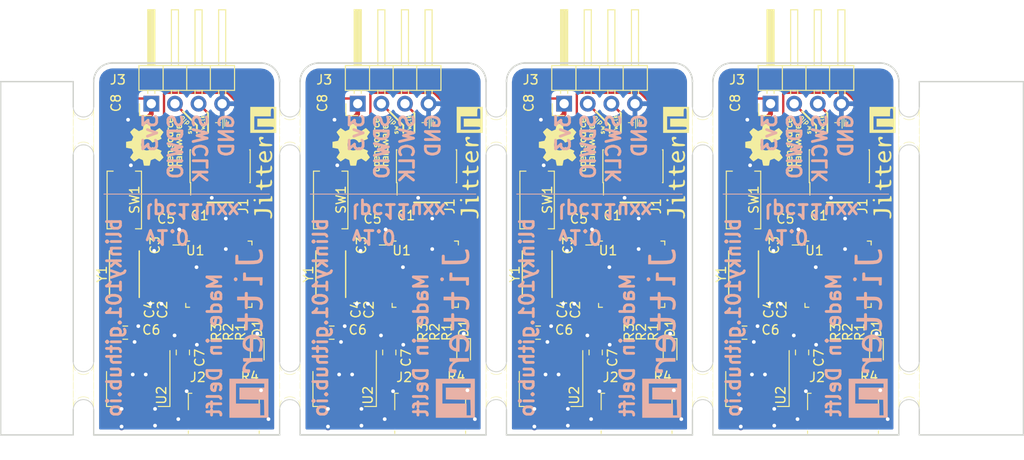
<source format=kicad_pcb>
(kicad_pcb (version 20171130) (host pcbnew "(5.0.0-3-g5ebb6b6)")
  (layers (0 F.Cu signal) (31 B.Cu signal) (34 B.Paste user) (35 F.Paste user) (36 B.SilkS user) (37 F.SilkS user) (38 B.Mask user) (39 F.Mask user) (44 Edge.Cuts user))
  (net 0 "")
  (module Capacitor_SMD:C_0402_1005Metric (layer F.Cu) (at 203.192498 141.630002 270)
    (fp_text reference C3 (at -2.030002 -0.007502 90) (layer F.SilkS))
    (fp_text value 18pF)
    (pad 1 smd roundrect (at -0.485 0 270) (size 0.59 0.64) (layers F.Cu F.Paste F.Mask))
    (pad 2 smd roundrect (at 0.485 0 270) (size 0.59 0.64) (layers F.Cu F.Paste F.Mask))
  )
  (module Capacitor_SMD:C_0402_1005Metric (layer F.Cu) (at 180.992498 141.630002 270)
    (fp_text reference C3 (at -2.030002 -0.007502 90) (layer F.SilkS))
    (fp_text value 18pF)
    (pad 1 smd roundrect (at -0.485 0 270) (size 0.59 0.64) (layers F.Cu F.Paste F.Mask))
    (pad 2 smd roundrect (at 0.485 0 270) (size 0.59 0.64) (layers F.Cu F.Paste F.Mask))
  )
  (module Capacitor_SMD:C_0402_1005Metric (layer F.Cu) (at 158.792498 141.630002 270)
    (fp_text reference C3 (at -2.030002 -0.007502 90) (layer F.SilkS))
    (fp_text value 18pF)
    (pad 1 smd roundrect (at -0.485 0 270) (size 0.59 0.64) (layers F.Cu F.Paste F.Mask))
    (pad 2 smd roundrect (at 0.485 0 270) (size 0.59 0.64) (layers F.Cu F.Paste F.Mask))
  )
  (module Capacitor_SMD:C_0402_1005Metric (layer F.Cu) (at 204.392498 137.930002)
    (fp_text reference C5 (at 0 -1.17) (layer F.SilkS))
    (fp_text value 18pF)
    (pad 1 smd roundrect (at -0.485 0) (size 0.59 0.64) (layers F.Cu F.Paste F.Mask))
    (pad 2 smd roundrect (at 0.485 0) (size 0.59 0.64) (layers F.Cu F.Paste F.Mask))
  )
  (module Capacitor_SMD:C_0402_1005Metric (layer F.Cu) (at 182.192498 137.930002)
    (fp_text reference C5 (at 0 -1.17) (layer F.SilkS))
    (fp_text value 18pF)
    (pad 1 smd roundrect (at -0.485 0) (size 0.59 0.64) (layers F.Cu F.Paste F.Mask))
    (pad 2 smd roundrect (at 0.485 0) (size 0.59 0.64) (layers F.Cu F.Paste F.Mask))
  )
  (module Capacitor_SMD:C_0402_1005Metric (layer F.Cu) (at 159.992498 137.930002)
    (fp_text reference C5 (at 0 -1.17) (layer F.SilkS))
    (fp_text value 18pF)
    (pad 1 smd roundrect (at -0.485 0) (size 0.59 0.64) (layers F.Cu F.Paste F.Mask))
    (pad 2 smd roundrect (at 0.485 0) (size 0.59 0.64) (layers F.Cu F.Paste F.Mask))
  )
  (module Capacitor_SMD:C_0805_2012Metric (layer F.Cu) (at 200 149 180)
    (fp_text reference C6 (at -2.8 0.3 180) (layer F.SilkS))
    (fp_text value 4.7µF)
    (pad 1 smd roundrect (at -0.9375 0 180) (size 0.975 1.4) (layers F.Cu F.Paste F.Mask))
    (pad 2 smd roundrect (at 0.9375 0 180) (size 0.975 1.4) (layers F.Cu F.Paste F.Mask))
  )
  (module Capacitor_SMD:C_0805_2012Metric (layer F.Cu) (at 177.8 149 180)
    (fp_text reference C6 (at -2.8 0.3 180) (layer F.SilkS))
    (fp_text value 4.7µF)
    (pad 1 smd roundrect (at -0.9375 0 180) (size 0.975 1.4) (layers F.Cu F.Paste F.Mask))
    (pad 2 smd roundrect (at 0.9375 0 180) (size 0.975 1.4) (layers F.Cu F.Paste F.Mask))
  )
  (module Capacitor_SMD:C_0805_2012Metric (layer F.Cu) (at 155.6 149 180)
    (fp_text reference C6 (at -2.8 0.3 180) (layer F.SilkS))
    (fp_text value 4.7µF)
    (pad 1 smd roundrect (at -0.9375 0 180) (size 0.975 1.4) (layers F.Cu F.Paste F.Mask))
    (pad 2 smd roundrect (at 0.9375 0 180) (size 0.975 1.4) (layers F.Cu F.Paste F.Mask))
  )
  (module Resistor_SMD:R_0402_1005Metric (layer F.Cu) (at 211.292498 153.730002)
    (fp_text reference R4 (at 2.1 0) (layer F.SilkS))
    (fp_text value 1k5)
    (pad 1 smd roundrect (at -0.485 0) (size 0.59 0.64) (layers F.Cu F.Paste F.Mask))
    (pad 2 smd roundrect (at 0.485 0) (size 0.59 0.64) (layers F.Cu F.Paste F.Mask))
  )
  (module Resistor_SMD:R_0402_1005Metric (layer F.Cu) (at 189.092498 153.730002)
    (fp_text reference R4 (at 2.1 0) (layer F.SilkS))
    (fp_text value 1k5)
    (pad 1 smd roundrect (at -0.485 0) (size 0.59 0.64) (layers F.Cu F.Paste F.Mask))
    (pad 2 smd roundrect (at 0.485 0) (size 0.59 0.64) (layers F.Cu F.Paste F.Mask))
  )
  (module Resistor_SMD:R_0402_1005Metric (layer F.Cu) (at 166.892498 153.730002)
    (fp_text reference R4 (at 2.1 0) (layer F.SilkS))
    (fp_text value 1k5)
    (pad 1 smd roundrect (at -0.485 0) (size 0.59 0.64) (layers F.Cu F.Paste F.Mask))
    (pad 2 smd roundrect (at 0.485 0) (size 0.59 0.64) (layers F.Cu F.Paste F.Mask))
  )
  (module Button_Switch_SMD:SW_SPST_EVQPE1 (layer F.Cu) (at 199.892498 134.730002 90)
    (fp_text reference SW1 (at 0.030002 1.107502 90) (layer F.SilkS))
    (fp_text value SW_Push)
    (pad 2 smd rect (at 2.7 0 90) (size 2 1.6) (layers F.Cu F.Paste F.Mask))
    (pad 1 smd rect (at -2.7 0 90) (size 2 1.6) (layers F.Cu F.Paste F.Mask))
  )
  (module Button_Switch_SMD:SW_SPST_EVQPE1 (layer F.Cu) (at 177.692498 134.730002 90)
    (fp_text reference SW1 (at 0.030002 1.107502 90) (layer F.SilkS))
    (fp_text value SW_Push)
    (pad 2 smd rect (at 2.7 0 90) (size 2 1.6) (layers F.Cu F.Paste F.Mask))
    (pad 1 smd rect (at -2.7 0 90) (size 2 1.6) (layers F.Cu F.Paste F.Mask))
  )
  (module Button_Switch_SMD:SW_SPST_EVQPE1 (layer F.Cu) (at 155.492498 134.730002 90)
    (fp_text reference SW1 (at 0.030002 1.107502 90) (layer F.SilkS))
    (fp_text value SW_Push)
    (pad 2 smd rect (at 2.7 0 90) (size 2 1.6) (layers F.Cu F.Paste F.Mask))
    (pad 1 smd rect (at -2.7 0 90) (size 2 1.6) (layers F.Cu F.Paste F.Mask))
  )
  (module Package_QFP:LQFP-48_7x7mm_P0.5mm (layer F.Cu) (at 210.062498 142.710002)
    (fp_text reference U1 (at -2.54 -2.54) (layer F.SilkS))
    (fp_text value LPC11U37FBD48-401_)
    (pad 1 smd rect (at -4.35 -2.75) (size 1.3 0.25) (layers F.Cu F.Paste F.Mask))
    (pad 2 smd rect (at -4.35 -2.25) (size 1.3 0.25) (layers F.Cu F.Paste F.Mask))
    (pad 3 smd rect (at -4.35 -1.75) (size 1.3 0.25) (layers F.Cu F.Paste F.Mask))
    (pad 4 smd rect (at -4.35 -1.25) (size 1.3 0.25) (layers F.Cu F.Paste F.Mask))
    (pad 5 smd rect (at -4.35 -0.75) (size 1.3 0.25) (layers F.Cu F.Paste F.Mask))
    (pad 6 smd rect (at -4.35 -0.25) (size 1.3 0.25) (layers F.Cu F.Paste F.Mask))
    (pad 7 smd rect (at -4.35 0.25) (size 1.3 0.25) (layers F.Cu F.Paste F.Mask))
    (pad 8 smd rect (at -4.35 0.75) (size 1.3 0.25) (layers F.Cu F.Paste F.Mask))
    (pad 9 smd rect (at -4.35 1.25) (size 1.3 0.25) (layers F.Cu F.Paste F.Mask))
    (pad 10 smd rect (at -4.35 1.75) (size 1.3 0.25) (layers F.Cu F.Paste F.Mask))
    (pad 11 smd rect (at -4.35 2.25) (size 1.3 0.25) (layers F.Cu F.Paste F.Mask))
    (pad 12 smd rect (at -4.35 2.75) (size 1.3 0.25) (layers F.Cu F.Paste F.Mask))
    (pad 13 smd rect (at -2.75 4.35 90) (size 1.3 0.25) (layers F.Cu F.Paste F.Mask))
    (pad 14 smd rect (at -2.25 4.35 90) (size 1.3 0.25) (layers F.Cu F.Paste F.Mask))
    (pad 15 smd rect (at -1.75 4.35 90) (size 1.3 0.25) (layers F.Cu F.Paste F.Mask))
    (pad 16 smd rect (at -1.25 4.35 90) (size 1.3 0.25) (layers F.Cu F.Paste F.Mask))
    (pad 17 smd rect (at -0.75 4.35 90) (size 1.3 0.25) (layers F.Cu F.Paste F.Mask))
    (pad 18 smd rect (at -0.25 4.35 90) (size 1.3 0.25) (layers F.Cu F.Paste F.Mask))
    (pad 19 smd rect (at 0.25 4.35 90) (size 1.3 0.25) (layers F.Cu F.Paste F.Mask))
    (pad 20 smd rect (at 0.75 4.35 90) (size 1.3 0.25) (layers F.Cu F.Paste F.Mask))
    (pad 21 smd rect (at 1.25 4.35 90) (size 1.3 0.25) (layers F.Cu F.Paste F.Mask))
    (pad 22 smd rect (at 1.75 4.35 90) (size 1.3 0.25) (layers F.Cu F.Paste F.Mask))
    (pad 23 smd rect (at 2.25 4.35 90) (size 1.3 0.25) (layers F.Cu F.Paste F.Mask))
    (pad 24 smd rect (at 2.75 4.35 90) (size 1.3 0.25) (layers F.Cu F.Paste F.Mask))
    (pad 25 smd rect (at 4.35 2.75) (size 1.3 0.25) (layers F.Cu F.Paste F.Mask))
    (pad 26 smd rect (at 4.35 2.25) (size 1.3 0.25) (layers F.Cu F.Paste F.Mask))
    (pad 27 smd rect (at 4.35 1.75) (size 1.3 0.25) (layers F.Cu F.Paste F.Mask))
    (pad 28 smd rect (at 4.35 1.25) (size 1.3 0.25) (layers F.Cu F.Paste F.Mask))
    (pad 29 smd rect (at 4.35 0.75) (size 1.3 0.25) (layers F.Cu F.Paste F.Mask))
    (pad 30 smd rect (at 4.35 0.25) (size 1.3 0.25) (layers F.Cu F.Paste F.Mask))
    (pad 31 smd rect (at 4.35 -0.25) (size 1.3 0.25) (layers F.Cu F.Paste F.Mask))
    (pad 32 smd rect (at 4.35 -0.75) (size 1.3 0.25) (layers F.Cu F.Paste F.Mask))
    (pad 33 smd rect (at 4.35 -1.25) (size 1.3 0.25) (layers F.Cu F.Paste F.Mask))
    (pad 34 smd rect (at 4.35 -1.75) (size 1.3 0.25) (layers F.Cu F.Paste F.Mask))
    (pad 35 smd rect (at 4.35 -2.25) (size 1.3 0.25) (layers F.Cu F.Paste F.Mask))
    (pad 36 smd rect (at 4.35 -2.75) (size 1.3 0.25) (layers F.Cu F.Paste F.Mask))
    (pad 37 smd rect (at 2.75 -4.35 90) (size 1.3 0.25) (layers F.Cu F.Paste F.Mask))
    (pad 38 smd rect (at 2.25 -4.35 90) (size 1.3 0.25) (layers F.Cu F.Paste F.Mask))
    (pad 39 smd rect (at 1.75 -4.35 90) (size 1.3 0.25) (layers F.Cu F.Paste F.Mask))
    (pad 40 smd rect (at 1.25 -4.35 90) (size 1.3 0.25) (layers F.Cu F.Paste F.Mask))
    (pad 41 smd rect (at 0.75 -4.35 90) (size 1.3 0.25) (layers F.Cu F.Paste F.Mask))
    (pad 42 smd rect (at 0.25 -4.35 90) (size 1.3 0.25) (layers F.Cu F.Paste F.Mask))
    (pad 43 smd rect (at -0.25 -4.35 90) (size 1.3 0.25) (layers F.Cu F.Paste F.Mask))
    (pad 44 smd rect (at -0.75 -4.35 90) (size 1.3 0.25) (layers F.Cu F.Paste F.Mask))
    (pad 45 smd rect (at -1.25 -4.35 90) (size 1.3 0.25) (layers F.Cu F.Paste F.Mask))
    (pad 46 smd rect (at -1.75 -4.35 90) (size 1.3 0.25) (layers F.Cu F.Paste F.Mask))
    (pad 47 smd rect (at -2.25 -4.35 90) (size 1.3 0.25) (layers F.Cu F.Paste F.Mask))
    (pad 48 smd rect (at -2.75 -4.35 90) (size 1.3 0.25) (layers F.Cu F.Paste F.Mask))
  )
  (module Package_QFP:LQFP-48_7x7mm_P0.5mm (layer F.Cu) (at 187.862498 142.710002)
    (fp_text reference U1 (at -2.54 -2.54) (layer F.SilkS))
    (fp_text value LPC11U37FBD48-401_)
    (pad 1 smd rect (at -4.35 -2.75) (size 1.3 0.25) (layers F.Cu F.Paste F.Mask))
    (pad 2 smd rect (at -4.35 -2.25) (size 1.3 0.25) (layers F.Cu F.Paste F.Mask))
    (pad 3 smd rect (at -4.35 -1.75) (size 1.3 0.25) (layers F.Cu F.Paste F.Mask))
    (pad 4 smd rect (at -4.35 -1.25) (size 1.3 0.25) (layers F.Cu F.Paste F.Mask))
    (pad 5 smd rect (at -4.35 -0.75) (size 1.3 0.25) (layers F.Cu F.Paste F.Mask))
    (pad 6 smd rect (at -4.35 -0.25) (size 1.3 0.25) (layers F.Cu F.Paste F.Mask))
    (pad 7 smd rect (at -4.35 0.25) (size 1.3 0.25) (layers F.Cu F.Paste F.Mask))
    (pad 8 smd rect (at -4.35 0.75) (size 1.3 0.25) (layers F.Cu F.Paste F.Mask))
    (pad 9 smd rect (at -4.35 1.25) (size 1.3 0.25) (layers F.Cu F.Paste F.Mask))
    (pad 10 smd rect (at -4.35 1.75) (size 1.3 0.25) (layers F.Cu F.Paste F.Mask))
    (pad 11 smd rect (at -4.35 2.25) (size 1.3 0.25) (layers F.Cu F.Paste F.Mask))
    (pad 12 smd rect (at -4.35 2.75) (size 1.3 0.25) (layers F.Cu F.Paste F.Mask))
    (pad 13 smd rect (at -2.75 4.35 90) (size 1.3 0.25) (layers F.Cu F.Paste F.Mask))
    (pad 14 smd rect (at -2.25 4.35 90) (size 1.3 0.25) (layers F.Cu F.Paste F.Mask))
    (pad 15 smd rect (at -1.75 4.35 90) (size 1.3 0.25) (layers F.Cu F.Paste F.Mask))
    (pad 16 smd rect (at -1.25 4.35 90) (size 1.3 0.25) (layers F.Cu F.Paste F.Mask))
    (pad 17 smd rect (at -0.75 4.35 90) (size 1.3 0.25) (layers F.Cu F.Paste F.Mask))
    (pad 18 smd rect (at -0.25 4.35 90) (size 1.3 0.25) (layers F.Cu F.Paste F.Mask))
    (pad 19 smd rect (at 0.25 4.35 90) (size 1.3 0.25) (layers F.Cu F.Paste F.Mask))
    (pad 20 smd rect (at 0.75 4.35 90) (size 1.3 0.25) (layers F.Cu F.Paste F.Mask))
    (pad 21 smd rect (at 1.25 4.35 90) (size 1.3 0.25) (layers F.Cu F.Paste F.Mask))
    (pad 22 smd rect (at 1.75 4.35 90) (size 1.3 0.25) (layers F.Cu F.Paste F.Mask))
    (pad 23 smd rect (at 2.25 4.35 90) (size 1.3 0.25) (layers F.Cu F.Paste F.Mask))
    (pad 24 smd rect (at 2.75 4.35 90) (size 1.3 0.25) (layers F.Cu F.Paste F.Mask))
    (pad 25 smd rect (at 4.35 2.75) (size 1.3 0.25) (layers F.Cu F.Paste F.Mask))
    (pad 26 smd rect (at 4.35 2.25) (size 1.3 0.25) (layers F.Cu F.Paste F.Mask))
    (pad 27 smd rect (at 4.35 1.75) (size 1.3 0.25) (layers F.Cu F.Paste F.Mask))
    (pad 28 smd rect (at 4.35 1.25) (size 1.3 0.25) (layers F.Cu F.Paste F.Mask))
    (pad 29 smd rect (at 4.35 0.75) (size 1.3 0.25) (layers F.Cu F.Paste F.Mask))
    (pad 30 smd rect (at 4.35 0.25) (size 1.3 0.25) (layers F.Cu F.Paste F.Mask))
    (pad 31 smd rect (at 4.35 -0.25) (size 1.3 0.25) (layers F.Cu F.Paste F.Mask))
    (pad 32 smd rect (at 4.35 -0.75) (size 1.3 0.25) (layers F.Cu F.Paste F.Mask))
    (pad 33 smd rect (at 4.35 -1.25) (size 1.3 0.25) (layers F.Cu F.Paste F.Mask))
    (pad 34 smd rect (at 4.35 -1.75) (size 1.3 0.25) (layers F.Cu F.Paste F.Mask))
    (pad 35 smd rect (at 4.35 -2.25) (size 1.3 0.25) (layers F.Cu F.Paste F.Mask))
    (pad 36 smd rect (at 4.35 -2.75) (size 1.3 0.25) (layers F.Cu F.Paste F.Mask))
    (pad 37 smd rect (at 2.75 -4.35 90) (size 1.3 0.25) (layers F.Cu F.Paste F.Mask))
    (pad 38 smd rect (at 2.25 -4.35 90) (size 1.3 0.25) (layers F.Cu F.Paste F.Mask))
    (pad 39 smd rect (at 1.75 -4.35 90) (size 1.3 0.25) (layers F.Cu F.Paste F.Mask))
    (pad 40 smd rect (at 1.25 -4.35 90) (size 1.3 0.25) (layers F.Cu F.Paste F.Mask))
    (pad 41 smd rect (at 0.75 -4.35 90) (size 1.3 0.25) (layers F.Cu F.Paste F.Mask))
    (pad 42 smd rect (at 0.25 -4.35 90) (size 1.3 0.25) (layers F.Cu F.Paste F.Mask))
    (pad 43 smd rect (at -0.25 -4.35 90) (size 1.3 0.25) (layers F.Cu F.Paste F.Mask))
    (pad 44 smd rect (at -0.75 -4.35 90) (size 1.3 0.25) (layers F.Cu F.Paste F.Mask))
    (pad 45 smd rect (at -1.25 -4.35 90) (size 1.3 0.25) (layers F.Cu F.Paste F.Mask))
    (pad 46 smd rect (at -1.75 -4.35 90) (size 1.3 0.25) (layers F.Cu F.Paste F.Mask))
    (pad 47 smd rect (at -2.25 -4.35 90) (size 1.3 0.25) (layers F.Cu F.Paste F.Mask))
    (pad 48 smd rect (at -2.75 -4.35 90) (size 1.3 0.25) (layers F.Cu F.Paste F.Mask))
  )
  (module Package_QFP:LQFP-48_7x7mm_P0.5mm (layer F.Cu) (at 165.662498 142.710002)
    (fp_text reference U1 (at -2.54 -2.54) (layer F.SilkS))
    (fp_text value LPC11U37FBD48-401_)
    (pad 1 smd rect (at -4.35 -2.75) (size 1.3 0.25) (layers F.Cu F.Paste F.Mask))
    (pad 2 smd rect (at -4.35 -2.25) (size 1.3 0.25) (layers F.Cu F.Paste F.Mask))
    (pad 3 smd rect (at -4.35 -1.75) (size 1.3 0.25) (layers F.Cu F.Paste F.Mask))
    (pad 4 smd rect (at -4.35 -1.25) (size 1.3 0.25) (layers F.Cu F.Paste F.Mask))
    (pad 5 smd rect (at -4.35 -0.75) (size 1.3 0.25) (layers F.Cu F.Paste F.Mask))
    (pad 6 smd rect (at -4.35 -0.25) (size 1.3 0.25) (layers F.Cu F.Paste F.Mask))
    (pad 7 smd rect (at -4.35 0.25) (size 1.3 0.25) (layers F.Cu F.Paste F.Mask))
    (pad 8 smd rect (at -4.35 0.75) (size 1.3 0.25) (layers F.Cu F.Paste F.Mask))
    (pad 9 smd rect (at -4.35 1.25) (size 1.3 0.25) (layers F.Cu F.Paste F.Mask))
    (pad 10 smd rect (at -4.35 1.75) (size 1.3 0.25) (layers F.Cu F.Paste F.Mask))
    (pad 11 smd rect (at -4.35 2.25) (size 1.3 0.25) (layers F.Cu F.Paste F.Mask))
    (pad 12 smd rect (at -4.35 2.75) (size 1.3 0.25) (layers F.Cu F.Paste F.Mask))
    (pad 13 smd rect (at -2.75 4.35 90) (size 1.3 0.25) (layers F.Cu F.Paste F.Mask))
    (pad 14 smd rect (at -2.25 4.35 90) (size 1.3 0.25) (layers F.Cu F.Paste F.Mask))
    (pad 15 smd rect (at -1.75 4.35 90) (size 1.3 0.25) (layers F.Cu F.Paste F.Mask))
    (pad 16 smd rect (at -1.25 4.35 90) (size 1.3 0.25) (layers F.Cu F.Paste F.Mask))
    (pad 17 smd rect (at -0.75 4.35 90) (size 1.3 0.25) (layers F.Cu F.Paste F.Mask))
    (pad 18 smd rect (at -0.25 4.35 90) (size 1.3 0.25) (layers F.Cu F.Paste F.Mask))
    (pad 19 smd rect (at 0.25 4.35 90) (size 1.3 0.25) (layers F.Cu F.Paste F.Mask))
    (pad 20 smd rect (at 0.75 4.35 90) (size 1.3 0.25) (layers F.Cu F.Paste F.Mask))
    (pad 21 smd rect (at 1.25 4.35 90) (size 1.3 0.25) (layers F.Cu F.Paste F.Mask))
    (pad 22 smd rect (at 1.75 4.35 90) (size 1.3 0.25) (layers F.Cu F.Paste F.Mask))
    (pad 23 smd rect (at 2.25 4.35 90) (size 1.3 0.25) (layers F.Cu F.Paste F.Mask))
    (pad 24 smd rect (at 2.75 4.35 90) (size 1.3 0.25) (layers F.Cu F.Paste F.Mask))
    (pad 25 smd rect (at 4.35 2.75) (size 1.3 0.25) (layers F.Cu F.Paste F.Mask))
    (pad 26 smd rect (at 4.35 2.25) (size 1.3 0.25) (layers F.Cu F.Paste F.Mask))
    (pad 27 smd rect (at 4.35 1.75) (size 1.3 0.25) (layers F.Cu F.Paste F.Mask))
    (pad 28 smd rect (at 4.35 1.25) (size 1.3 0.25) (layers F.Cu F.Paste F.Mask))
    (pad 29 smd rect (at 4.35 0.75) (size 1.3 0.25) (layers F.Cu F.Paste F.Mask))
    (pad 30 smd rect (at 4.35 0.25) (size 1.3 0.25) (layers F.Cu F.Paste F.Mask))
    (pad 31 smd rect (at 4.35 -0.25) (size 1.3 0.25) (layers F.Cu F.Paste F.Mask))
    (pad 32 smd rect (at 4.35 -0.75) (size 1.3 0.25) (layers F.Cu F.Paste F.Mask))
    (pad 33 smd rect (at 4.35 -1.25) (size 1.3 0.25) (layers F.Cu F.Paste F.Mask))
    (pad 34 smd rect (at 4.35 -1.75) (size 1.3 0.25) (layers F.Cu F.Paste F.Mask))
    (pad 35 smd rect (at 4.35 -2.25) (size 1.3 0.25) (layers F.Cu F.Paste F.Mask))
    (pad 36 smd rect (at 4.35 -2.75) (size 1.3 0.25) (layers F.Cu F.Paste F.Mask))
    (pad 37 smd rect (at 2.75 -4.35 90) (size 1.3 0.25) (layers F.Cu F.Paste F.Mask))
    (pad 38 smd rect (at 2.25 -4.35 90) (size 1.3 0.25) (layers F.Cu F.Paste F.Mask))
    (pad 39 smd rect (at 1.75 -4.35 90) (size 1.3 0.25) (layers F.Cu F.Paste F.Mask))
    (pad 40 smd rect (at 1.25 -4.35 90) (size 1.3 0.25) (layers F.Cu F.Paste F.Mask))
    (pad 41 smd rect (at 0.75 -4.35 90) (size 1.3 0.25) (layers F.Cu F.Paste F.Mask))
    (pad 42 smd rect (at 0.25 -4.35 90) (size 1.3 0.25) (layers F.Cu F.Paste F.Mask))
    (pad 43 smd rect (at -0.25 -4.35 90) (size 1.3 0.25) (layers F.Cu F.Paste F.Mask))
    (pad 44 smd rect (at -0.75 -4.35 90) (size 1.3 0.25) (layers F.Cu F.Paste F.Mask))
    (pad 45 smd rect (at -1.25 -4.35 90) (size 1.3 0.25) (layers F.Cu F.Paste F.Mask))
    (pad 46 smd rect (at -1.75 -4.35 90) (size 1.3 0.25) (layers F.Cu F.Paste F.Mask))
    (pad 47 smd rect (at -2.25 -4.35 90) (size 1.3 0.25) (layers F.Cu F.Paste F.Mask))
    (pad 48 smd rect (at -2.75 -4.35 90) (size 1.3 0.25) (layers F.Cu F.Paste F.Mask))
  )
  (module LED_SMD:LED_0603_1608Metric (layer F.Cu) (at 214.192498 151.130002 270)
    (fp_text reference D1 (at -2.6 0 270) (layer F.SilkS))
    (fp_text value LED)
    (pad 1 smd roundrect (at -0.7875 0 270) (size 0.875 0.95) (layers F.Cu F.Paste F.Mask))
    (pad 2 smd roundrect (at 0.7875 0 270) (size 0.875 0.95) (layers F.Cu F.Paste F.Mask))
  )
  (module LED_SMD:LED_0603_1608Metric (layer F.Cu) (at 191.992498 151.130002 270)
    (fp_text reference D1 (at -2.6 0 270) (layer F.SilkS))
    (fp_text value LED)
    (pad 1 smd roundrect (at -0.7875 0 270) (size 0.875 0.95) (layers F.Cu F.Paste F.Mask))
    (pad 2 smd roundrect (at 0.7875 0 270) (size 0.875 0.95) (layers F.Cu F.Paste F.Mask))
  )
  (module LED_SMD:LED_0603_1608Metric (layer F.Cu) (at 169.792498 151.130002 270)
    (fp_text reference D1 (at -2.6 0 270) (layer F.SilkS))
    (fp_text value LED)
    (pad 1 smd roundrect (at -0.7875 0 270) (size 0.875 0.95) (layers F.Cu F.Paste F.Mask))
    (pad 2 smd roundrect (at 0.7875 0 270) (size 0.875 0.95) (layers F.Cu F.Paste F.Mask))
  )
  (module Crystal:Crystal_SMD_TXC_7A-2Pin_5.0x3.2mm (layer F.Cu) (at 199.902498 142.710002 270)
    (fp_text reference Y1 (at -0.010002 2.402498 270) (layer F.SilkS))
    (fp_text value Crystal)
    (pad 1 smd rect (at -1.85 0 270) (size 1.7 2.4) (layers F.Cu F.Paste F.Mask))
    (pad 2 smd rect (at 1.85 0 270) (size 1.7 2.4) (layers F.Cu F.Paste F.Mask))
  )
  (module Crystal:Crystal_SMD_TXC_7A-2Pin_5.0x3.2mm (layer F.Cu) (at 177.702498 142.710002 270)
    (fp_text reference Y1 (at -0.010002 2.402498 270) (layer F.SilkS))
    (fp_text value Crystal)
    (pad 1 smd rect (at -1.85 0 270) (size 1.7 2.4) (layers F.Cu F.Paste F.Mask))
    (pad 2 smd rect (at 1.85 0 270) (size 1.7 2.4) (layers F.Cu F.Paste F.Mask))
  )
  (module Crystal:Crystal_SMD_TXC_7A-2Pin_5.0x3.2mm (layer F.Cu) (at 155.502498 142.710002 270)
    (fp_text reference Y1 (at -0.010002 2.402498 270) (layer F.SilkS))
    (fp_text value Crystal)
    (pad 1 smd rect (at -1.85 0 270) (size 1.7 2.4) (layers F.Cu F.Paste F.Mask))
    (pad 2 smd rect (at 1.85 0 270) (size 1.7 2.4) (layers F.Cu F.Paste F.Mask))
  )
  (module Resistor_SMD:R_0402_1005Metric (layer F.Cu) (at 212.192498 150.830002 270)
    (fp_text reference R1 (at -1.9 -0.207502 270) (layer F.SilkS))
    (fp_text value 270R)
    (pad 1 smd roundrect (at -0.485 0 270) (size 0.59 0.64) (layers F.Cu F.Paste F.Mask))
    (pad 2 smd roundrect (at 0.485 0 270) (size 0.59 0.64) (layers F.Cu F.Paste F.Mask))
  )
  (module Resistor_SMD:R_0402_1005Metric (layer F.Cu) (at 189.992498 150.830002 270)
    (fp_text reference R1 (at -1.9 -0.207502 270) (layer F.SilkS))
    (fp_text value 270R)
    (pad 1 smd roundrect (at -0.485 0 270) (size 0.59 0.64) (layers F.Cu F.Paste F.Mask))
    (pad 2 smd roundrect (at 0.485 0 270) (size 0.59 0.64) (layers F.Cu F.Paste F.Mask))
  )
  (module Resistor_SMD:R_0402_1005Metric (layer F.Cu) (at 167.792498 150.830002 270)
    (fp_text reference R1 (at -1.9 -0.207502 270) (layer F.SilkS))
    (fp_text value 270R)
    (pad 1 smd roundrect (at -0.485 0 270) (size 0.59 0.64) (layers F.Cu F.Paste F.Mask))
    (pad 2 smd roundrect (at 0.485 0 270) (size 0.59 0.64) (layers F.Cu F.Paste F.Mask))
  )
  (module Package_TO_SOT_SMD:SOT-223-3_TabPin2 (layer F.Cu) (at 201.392498 155.030002 270)
    (fp_text reference U2 (at 0.7 -2.5 270) (layer F.SilkS))
    (fp_text value MCP1825S)
    (pad 2 smd rect (at 3.15 0 270) (size 2 3.8) (layers F.Cu F.Paste F.Mask))
    (pad 2 smd rect (at -3.15 0 270) (size 2 1.5) (layers F.Cu F.Paste F.Mask))
    (pad 3 smd rect (at -3.15 2.3 270) (size 2 1.5) (layers F.Cu F.Paste F.Mask))
    (pad 1 smd rect (at -3.15 -2.3 270) (size 2 1.5) (layers F.Cu F.Paste F.Mask))
  )
  (module Package_TO_SOT_SMD:SOT-223-3_TabPin2 (layer F.Cu) (at 179.192498 155.030002 270)
    (fp_text reference U2 (at 0.7 -2.5 270) (layer F.SilkS))
    (fp_text value MCP1825S)
    (pad 2 smd rect (at 3.15 0 270) (size 2 3.8) (layers F.Cu F.Paste F.Mask))
    (pad 2 smd rect (at -3.15 0 270) (size 2 1.5) (layers F.Cu F.Paste F.Mask))
    (pad 3 smd rect (at -3.15 2.3 270) (size 2 1.5) (layers F.Cu F.Paste F.Mask))
    (pad 1 smd rect (at -3.15 -2.3 270) (size 2 1.5) (layers F.Cu F.Paste F.Mask))
  )
  (module Package_TO_SOT_SMD:SOT-223-3_TabPin2 (layer F.Cu) (at 156.992498 155.030002 270)
    (fp_text reference U2 (at 0.7 -2.5 270) (layer F.SilkS))
    (fp_text value MCP1825S)
    (pad 2 smd rect (at 3.15 0 270) (size 2 3.8) (layers F.Cu F.Paste F.Mask))
    (pad 2 smd rect (at -3.15 0 270) (size 2 1.5) (layers F.Cu F.Paste F.Mask))
    (pad 3 smd rect (at -3.15 2.3 270) (size 2 1.5) (layers F.Cu F.Paste F.Mask))
    (pad 1 smd rect (at -3.15 -2.3 270) (size 2 1.5) (layers F.Cu F.Paste F.Mask))
  )
  (module Logo:Jitter-med (layer B.Cu) (at 213.3 148.881142 270)
    (fp_text reference G*** hide)
    (fp_text value LOGO hide)
  )
  (module Logo:Jitter-med (layer B.Cu) (at 191.1 148.881142 270)
    (fp_text reference G*** hide)
    (fp_text value LOGO hide)
  )
  (module Logo:Jitter-med (layer B.Cu) (at 168.9 148.881142 270)
    (fp_text reference G*** hide)
    (fp_text value LOGO hide)
  )
  (module Connector_USB:USB_Micro-B_Molex_47346-0001 (layer F.Cu) (at 210.592498 157.230002)
    (fp_text reference J2 (at -2.792498 -3.430002 180) (layer F.SilkS))
    (fp_text value USB_B_Micro)
    (pad 1 smd rect (at -1.3 -1.46) (size 0.45 1.38) (layers F.Cu F.Paste F.Mask))
    (pad 2 smd rect (at -0.65 -1.46) (size 0.45 1.38) (layers F.Cu F.Paste F.Mask))
    (pad 3 smd rect (at 0 -1.46) (size 0.45 1.38) (layers F.Cu F.Paste F.Mask))
    (pad 4 smd rect (at 0.65 -1.46) (size 0.45 1.38) (layers F.Cu F.Paste F.Mask))
    (pad 5 smd rect (at 1.3 -1.46) (size 0.45 1.38) (layers F.Cu F.Paste F.Mask))
    (pad 6 smd rect (at -2.4625 -1.1) (size 1.475 2.1) (layers F.Cu F.Paste F.Mask))
    (pad 6 smd rect (at 2.4625 -1.1) (size 1.475 2.1) (layers F.Cu F.Paste F.Mask))
    (pad 6 smd rect (at -2.91 1.2) (size 2.375 1.9) (layers F.Cu F.Paste F.Mask))
    (pad 6 smd rect (at 2.91 1.2) (size 2.375 1.9) (layers F.Cu F.Paste F.Mask))
    (pad 6 smd rect (at -0.84 1.2) (size 1.175 1.9) (layers F.Cu F.Paste F.Mask))
    (pad 6 smd rect (at 0.84 1.2) (size 1.175 1.9) (layers F.Cu F.Paste F.Mask))
  )
  (module Connector_USB:USB_Micro-B_Molex_47346-0001 (layer F.Cu) (at 188.392498 157.230002)
    (fp_text reference J2 (at -2.792498 -3.430002 180) (layer F.SilkS))
    (fp_text value USB_B_Micro)
    (pad 1 smd rect (at -1.3 -1.46) (size 0.45 1.38) (layers F.Cu F.Paste F.Mask))
    (pad 2 smd rect (at -0.65 -1.46) (size 0.45 1.38) (layers F.Cu F.Paste F.Mask))
    (pad 3 smd rect (at 0 -1.46) (size 0.45 1.38) (layers F.Cu F.Paste F.Mask))
    (pad 4 smd rect (at 0.65 -1.46) (size 0.45 1.38) (layers F.Cu F.Paste F.Mask))
    (pad 5 smd rect (at 1.3 -1.46) (size 0.45 1.38) (layers F.Cu F.Paste F.Mask))
    (pad 6 smd rect (at -2.4625 -1.1) (size 1.475 2.1) (layers F.Cu F.Paste F.Mask))
    (pad 6 smd rect (at 2.4625 -1.1) (size 1.475 2.1) (layers F.Cu F.Paste F.Mask))
    (pad 6 smd rect (at -2.91 1.2) (size 2.375 1.9) (layers F.Cu F.Paste F.Mask))
    (pad 6 smd rect (at 2.91 1.2) (size 2.375 1.9) (layers F.Cu F.Paste F.Mask))
    (pad 6 smd rect (at -0.84 1.2) (size 1.175 1.9) (layers F.Cu F.Paste F.Mask))
    (pad 6 smd rect (at 0.84 1.2) (size 1.175 1.9) (layers F.Cu F.Paste F.Mask))
  )
  (module Connector_USB:USB_Micro-B_Molex_47346-0001 (layer F.Cu) (at 166.192498 157.230002)
    (fp_text reference J2 (at -2.792498 -3.430002 180) (layer F.SilkS))
    (fp_text value USB_B_Micro)
    (pad 1 smd rect (at -1.3 -1.46) (size 0.45 1.38) (layers F.Cu F.Paste F.Mask))
    (pad 2 smd rect (at -0.65 -1.46) (size 0.45 1.38) (layers F.Cu F.Paste F.Mask))
    (pad 3 smd rect (at 0 -1.46) (size 0.45 1.38) (layers F.Cu F.Paste F.Mask))
    (pad 4 smd rect (at 0.65 -1.46) (size 0.45 1.38) (layers F.Cu F.Paste F.Mask))
    (pad 5 smd rect (at 1.3 -1.46) (size 0.45 1.38) (layers F.Cu F.Paste F.Mask))
    (pad 6 smd rect (at -2.4625 -1.1) (size 1.475 2.1) (layers F.Cu F.Paste F.Mask))
    (pad 6 smd rect (at 2.4625 -1.1) (size 1.475 2.1) (layers F.Cu F.Paste F.Mask))
    (pad 6 smd rect (at -2.91 1.2) (size 2.375 1.9) (layers F.Cu F.Paste F.Mask))
    (pad 6 smd rect (at 2.91 1.2) (size 2.375 1.9) (layers F.Cu F.Paste F.Mask))
    (pad 6 smd rect (at -0.84 1.2) (size 1.175 1.9) (layers F.Cu F.Paste F.Mask))
    (pad 6 smd rect (at 0.84 1.2) (size 1.175 1.9) (layers F.Cu F.Paste F.Mask))
  )
  (module Capacitor_SMD:C_0402_1005Metric (layer F.Cu) (at 202.692498 144.4 90)
    (fp_text reference C4 (at -2.1 -0.092498 90) (layer F.SilkS))
    (fp_text value 18pF)
    (pad 2 smd roundrect (at 0.485 0 90) (size 0.59 0.64) (layers F.Cu F.Paste F.Mask))
    (pad 1 smd roundrect (at -0.485 0 90) (size 0.59 0.64) (layers F.Cu F.Paste F.Mask))
  )
  (module Capacitor_SMD:C_0402_1005Metric (layer F.Cu) (at 180.492498 144.4 90)
    (fp_text reference C4 (at -2.1 -0.092498 90) (layer F.SilkS))
    (fp_text value 18pF)
    (pad 2 smd roundrect (at 0.485 0 90) (size 0.59 0.64) (layers F.Cu F.Paste F.Mask))
    (pad 1 smd roundrect (at -0.485 0 90) (size 0.59 0.64) (layers F.Cu F.Paste F.Mask))
  )
  (module Capacitor_SMD:C_0402_1005Metric (layer F.Cu) (at 158.292498 144.4 90)
    (fp_text reference C4 (at -2.1 -0.092498 90) (layer F.SilkS))
    (fp_text value 18pF)
    (pad 2 smd roundrect (at 0.485 0 90) (size 0.59 0.64) (layers F.Cu F.Paste F.Mask))
    (pad 1 smd roundrect (at -0.485 0 90) (size 0.59 0.64) (layers F.Cu F.Paste F.Mask))
  )
  (module Connector_PinHeader_1.27mm:PinHeader_2x05_P1.27mm_Vertical_SMD (layer F.Cu) (at 210.2 131.1 90)
    (fp_text reference J1 (at -4.3 2.5 90) (layer F.SilkS))
    (fp_text value Conn_ARM_JTAG_SWD_10)
    (pad 1 smd rect (at -1.95 -2.54 90) (size 2.4 0.74) (layers F.Cu F.Paste F.Mask))
    (pad 2 smd rect (at 1.95 -2.54 90) (size 2.4 0.74) (layers F.Cu F.Paste F.Mask))
    (pad 3 smd rect (at -1.95 -1.27 90) (size 2.4 0.74) (layers F.Cu F.Paste F.Mask))
    (pad 4 smd rect (at 1.95 -1.27 90) (size 2.4 0.74) (layers F.Cu F.Paste F.Mask))
    (pad 5 smd rect (at -1.95 0 90) (size 2.4 0.74) (layers F.Cu F.Paste F.Mask))
    (pad 6 smd rect (at 1.95 0 90) (size 2.4 0.74) (layers F.Cu F.Paste F.Mask))
    (pad 7 smd rect (at -1.95 1.27 90) (size 2.4 0.74) (layers F.Cu F.Paste F.Mask))
    (pad 8 smd rect (at 1.95 1.27 90) (size 2.4 0.74) (layers F.Cu F.Paste F.Mask))
    (pad 9 smd rect (at -1.95 2.54 90) (size 2.4 0.74) (layers F.Cu F.Paste F.Mask))
    (pad 10 smd rect (at 1.95 2.54 90) (size 2.4 0.74) (layers F.Cu F.Paste F.Mask))
  )
  (module Connector_PinHeader_1.27mm:PinHeader_2x05_P1.27mm_Vertical_SMD (layer F.Cu) (at 188 131.1 90)
    (fp_text reference J1 (at -4.3 2.5 90) (layer F.SilkS))
    (fp_text value Conn_ARM_JTAG_SWD_10)
    (pad 1 smd rect (at -1.95 -2.54 90) (size 2.4 0.74) (layers F.Cu F.Paste F.Mask))
    (pad 2 smd rect (at 1.95 -2.54 90) (size 2.4 0.74) (layers F.Cu F.Paste F.Mask))
    (pad 3 smd rect (at -1.95 -1.27 90) (size 2.4 0.74) (layers F.Cu F.Paste F.Mask))
    (pad 4 smd rect (at 1.95 -1.27 90) (size 2.4 0.74) (layers F.Cu F.Paste F.Mask))
    (pad 5 smd rect (at -1.95 0 90) (size 2.4 0.74) (layers F.Cu F.Paste F.Mask))
    (pad 6 smd rect (at 1.95 0 90) (size 2.4 0.74) (layers F.Cu F.Paste F.Mask))
    (pad 7 smd rect (at -1.95 1.27 90) (size 2.4 0.74) (layers F.Cu F.Paste F.Mask))
    (pad 8 smd rect (at 1.95 1.27 90) (size 2.4 0.74) (layers F.Cu F.Paste F.Mask))
    (pad 9 smd rect (at -1.95 2.54 90) (size 2.4 0.74) (layers F.Cu F.Paste F.Mask))
    (pad 10 smd rect (at 1.95 2.54 90) (size 2.4 0.74) (layers F.Cu F.Paste F.Mask))
  )
  (module Connector_PinHeader_1.27mm:PinHeader_2x05_P1.27mm_Vertical_SMD (layer F.Cu) (at 165.8 131.1 90)
    (fp_text reference J1 (at -4.3 2.5 90) (layer F.SilkS))
    (fp_text value Conn_ARM_JTAG_SWD_10)
    (pad 1 smd rect (at -1.95 -2.54 90) (size 2.4 0.74) (layers F.Cu F.Paste F.Mask))
    (pad 2 smd rect (at 1.95 -2.54 90) (size 2.4 0.74) (layers F.Cu F.Paste F.Mask))
    (pad 3 smd rect (at -1.95 -1.27 90) (size 2.4 0.74) (layers F.Cu F.Paste F.Mask))
    (pad 4 smd rect (at 1.95 -1.27 90) (size 2.4 0.74) (layers F.Cu F.Paste F.Mask))
    (pad 5 smd rect (at -1.95 0 90) (size 2.4 0.74) (layers F.Cu F.Paste F.Mask))
    (pad 6 smd rect (at 1.95 0 90) (size 2.4 0.74) (layers F.Cu F.Paste F.Mask))
    (pad 7 smd rect (at -1.95 1.27 90) (size 2.4 0.74) (layers F.Cu F.Paste F.Mask))
    (pad 8 smd rect (at 1.95 1.27 90) (size 2.4 0.74) (layers F.Cu F.Paste F.Mask))
    (pad 9 smd rect (at -1.95 2.54 90) (size 2.4 0.74) (layers F.Cu F.Paste F.Mask))
    (pad 10 smd rect (at 1.95 2.54 90) (size 2.4 0.74) (layers F.Cu F.Paste F.Mask))
  )
  (module Capacitor_SMD:C_0402_1005Metric (layer F.Cu) (at 200.3 124.3 270)
    (fp_text reference C8 (at 0 1.3 270) (layer F.SilkS))
    (fp_text value 100nF)
    (pad 1 smd roundrect (at -0.485 0 270) (size 0.59 0.64) (layers F.Cu F.Paste F.Mask))
    (pad 2 smd roundrect (at 0.485 0 270) (size 0.59 0.64) (layers F.Cu F.Paste F.Mask))
  )
  (module Capacitor_SMD:C_0402_1005Metric (layer F.Cu) (at 178.1 124.3 270)
    (fp_text reference C8 (at 0 1.3 270) (layer F.SilkS))
    (fp_text value 100nF)
    (pad 1 smd roundrect (at -0.485 0 270) (size 0.59 0.64) (layers F.Cu F.Paste F.Mask))
    (pad 2 smd roundrect (at 0.485 0 270) (size 0.59 0.64) (layers F.Cu F.Paste F.Mask))
  )
  (module Capacitor_SMD:C_0402_1005Metric (layer F.Cu) (at 155.9 124.3 270)
    (fp_text reference C8 (at 0 1.3 270) (layer F.SilkS))
    (fp_text value 100nF)
    (pad 1 smd roundrect (at -0.485 0 270) (size 0.59 0.64) (layers F.Cu F.Paste F.Mask))
    (pad 2 smd roundrect (at 0.485 0 270) (size 0.59 0.64) (layers F.Cu F.Paste F.Mask))
  )
  (module Capacitor_SMD:C_0805_2012Metric (layer F.Cu) (at 206.192498 151.130002 270)
    (fp_text reference C7 (at 0.569998 -1.807502 270) (layer F.SilkS))
    (fp_text value 10µF)
    (pad 1 smd roundrect (at -0.9375 0 270) (size 0.975 1.4) (layers F.Cu F.Paste F.Mask))
    (pad 2 smd roundrect (at 0.9375 0 270) (size 0.975 1.4) (layers F.Cu F.Paste F.Mask))
  )
  (module Capacitor_SMD:C_0805_2012Metric (layer F.Cu) (at 183.992498 151.130002 270)
    (fp_text reference C7 (at 0.569998 -1.807502 270) (layer F.SilkS))
    (fp_text value 10µF)
    (pad 1 smd roundrect (at -0.9375 0 270) (size 0.975 1.4) (layers F.Cu F.Paste F.Mask))
    (pad 2 smd roundrect (at 0.9375 0 270) (size 0.975 1.4) (layers F.Cu F.Paste F.Mask))
  )
  (module Capacitor_SMD:C_0805_2012Metric (layer F.Cu) (at 161.792498 151.130002 270)
    (fp_text reference C7 (at 0.569998 -1.807502 270) (layer F.SilkS))
    (fp_text value 10µF)
    (pad 1 smd roundrect (at -0.9375 0 270) (size 0.975 1.4) (layers F.Cu F.Paste F.Mask))
    (pad 2 smd roundrect (at 0.9375 0 270) (size 0.975 1.4) (layers F.Cu F.Paste F.Mask))
  )
  (module Capacitor_SMD:C_0402_1005Metric (layer F.Cu) (at 210.062498 136.360002)
    (fp_text reference C1 (at -2.062498 0.039998) (layer F.SilkS))
    (fp_text value 100nF)
    (pad 1 smd roundrect (at -0.485 0) (size 0.59 0.64) (layers F.Cu F.Paste F.Mask))
    (pad 2 smd roundrect (at 0.485 0) (size 0.59 0.64) (layers F.Cu F.Paste F.Mask))
  )
  (module Capacitor_SMD:C_0402_1005Metric (layer F.Cu) (at 187.862498 136.360002)
    (fp_text reference C1 (at -2.062498 0.039998) (layer F.SilkS))
    (fp_text value 100nF)
    (pad 1 smd roundrect (at -0.485 0) (size 0.59 0.64) (layers F.Cu F.Paste F.Mask))
    (pad 2 smd roundrect (at 0.485 0) (size 0.59 0.64) (layers F.Cu F.Paste F.Mask))
  )
  (module Capacitor_SMD:C_0402_1005Metric (layer F.Cu) (at 165.662498 136.360002)
    (fp_text reference C1 (at -2.062498 0.039998) (layer F.SilkS))
    (fp_text value 100nF)
    (pad 1 smd roundrect (at -0.485 0) (size 0.59 0.64) (layers F.Cu F.Paste F.Mask))
    (pad 2 smd roundrect (at 0.485 0) (size 0.59 0.64) (layers F.Cu F.Paste F.Mask))
  )
  (module Logo:Jitter-mini (layer F.Cu) (at 214.8 130.9 90)
    (fp_text reference G*** hide)
    (fp_text value LOGO hide)
  )
  (module Logo:Jitter-mini (layer F.Cu) (at 192.6 130.9 90)
    (fp_text reference G*** hide)
    (fp_text value LOGO hide)
  )
  (module Logo:Jitter-mini (layer F.Cu) (at 170.4 130.9 90)
    (fp_text reference G*** hide)
    (fp_text value LOGO hide)
  )
  (module Resistor_SMD:R_0402_1005Metric (layer F.Cu) (at 211.092498 150.830002 90)
    (fp_text reference R2 (at 1.9 0 90) (layer F.SilkS))
    (fp_text value 33R)
    (pad 1 smd roundrect (at -0.485 0 90) (size 0.59 0.64) (layers F.Cu F.Paste F.Mask))
    (pad 2 smd roundrect (at 0.485 0 90) (size 0.59 0.64) (layers F.Cu F.Paste F.Mask))
  )
  (module Resistor_SMD:R_0402_1005Metric (layer F.Cu) (at 188.892498 150.830002 90)
    (fp_text reference R2 (at 1.9 0 90) (layer F.SilkS))
    (fp_text value 33R)
    (pad 1 smd roundrect (at -0.485 0 90) (size 0.59 0.64) (layers F.Cu F.Paste F.Mask))
    (pad 2 smd roundrect (at 0.485 0 90) (size 0.59 0.64) (layers F.Cu F.Paste F.Mask))
  )
  (module Resistor_SMD:R_0402_1005Metric (layer F.Cu) (at 166.692498 150.830002 90)
    (fp_text reference R2 (at 1.9 0 90) (layer F.SilkS))
    (fp_text value 33R)
    (pad 1 smd roundrect (at -0.485 0 90) (size 0.59 0.64) (layers F.Cu F.Paste F.Mask))
    (pad 2 smd roundrect (at 0.485 0 90) (size 0.59 0.64) (layers F.Cu F.Paste F.Mask))
  )
  (module Resistor_SMD:R_0402_1005Metric (layer F.Cu) (at 209.892498 150.830002 90)
    (fp_text reference R3 (at 1.9 -0.092498 90) (layer F.SilkS))
    (fp_text value 33R)
    (pad 2 smd roundrect (at 0.485 0 90) (size 0.59 0.64) (layers F.Cu F.Paste F.Mask))
    (pad 1 smd roundrect (at -0.485 0 90) (size 0.59 0.64) (layers F.Cu F.Paste F.Mask))
  )
  (module Resistor_SMD:R_0402_1005Metric (layer F.Cu) (at 187.692498 150.830002 90)
    (fp_text reference R3 (at 1.9 -0.092498 90) (layer F.SilkS))
    (fp_text value 33R)
    (pad 2 smd roundrect (at 0.485 0 90) (size 0.59 0.64) (layers F.Cu F.Paste F.Mask))
    (pad 1 smd roundrect (at -0.485 0 90) (size 0.59 0.64) (layers F.Cu F.Paste F.Mask))
  )
  (module Resistor_SMD:R_0402_1005Metric (layer F.Cu) (at 165.492498 150.830002 90)
    (fp_text reference R3 (at 1.9 -0.092498 90) (layer F.SilkS))
    (fp_text value 33R)
    (pad 2 smd roundrect (at 0.485 0 90) (size 0.59 0.64) (layers F.Cu F.Paste F.Mask))
    (pad 1 smd roundrect (at -0.485 0 90) (size 0.59 0.64) (layers F.Cu F.Paste F.Mask))
  )
  (module Connector_PinHeader_2.54mm:PinHeader_1x04_P2.54mm_Horizontal (layer F.Cu) (at 202.8 124.375 90)
    (fp_text reference J3 (at 2.575 -3.6) (layer F.SilkS))
    (fp_text value Conn_01x04_Male)
    (pad 1 thru_hole rect (at 0 0 90) (size 1.7 1.7) (drill 1) (layers *.Cu *.Mask))
    (pad 2 thru_hole oval (at 0 2.54 90) (size 1.7 1.7) (drill 1) (layers *.Cu *.Mask))
    (pad 3 thru_hole oval (at 0 5.08 90) (size 1.7 1.7) (drill 1) (layers *.Cu *.Mask))
    (pad 4 thru_hole oval (at 0 7.62 90) (size 1.7 1.7) (drill 1) (layers *.Cu *.Mask))
  )
  (module Connector_PinHeader_2.54mm:PinHeader_1x04_P2.54mm_Horizontal (layer F.Cu) (at 180.6 124.375 90)
    (fp_text reference J3 (at 2.575 -3.6) (layer F.SilkS))
    (fp_text value Conn_01x04_Male)
    (pad 1 thru_hole rect (at 0 0 90) (size 1.7 1.7) (drill 1) (layers *.Cu *.Mask))
    (pad 2 thru_hole oval (at 0 2.54 90) (size 1.7 1.7) (drill 1) (layers *.Cu *.Mask))
    (pad 3 thru_hole oval (at 0 5.08 90) (size 1.7 1.7) (drill 1) (layers *.Cu *.Mask))
    (pad 4 thru_hole oval (at 0 7.62 90) (size 1.7 1.7) (drill 1) (layers *.Cu *.Mask))
  )
  (module Connector_PinHeader_2.54mm:PinHeader_1x04_P2.54mm_Horizontal (layer F.Cu) (at 158.4 124.375 90)
    (fp_text reference J3 (at 2.575 -3.6) (layer F.SilkS))
    (fp_text value Conn_01x04_Male)
    (pad 1 thru_hole rect (at 0 0 90) (size 1.7 1.7) (drill 1) (layers *.Cu *.Mask))
    (pad 2 thru_hole oval (at 0 2.54 90) (size 1.7 1.7) (drill 1) (layers *.Cu *.Mask))
    (pad 3 thru_hole oval (at 0 5.08 90) (size 1.7 1.7) (drill 1) (layers *.Cu *.Mask))
    (pad 4 thru_hole oval (at 0 7.62 90) (size 1.7 1.7) (drill 1) (layers *.Cu *.Mask))
  )
  (module Symbol:OSHW-Logo_5.7x6mm_SilkScreen (layer F.Cu) (at 203.1 128.8 90)
    (fp_text reference REF** hide)
    (fp_text value OSHW-Logo_5.7x6mm_SilkScreen hide)
  )
  (module Symbol:OSHW-Logo_5.7x6mm_SilkScreen (layer F.Cu) (at 180.9 128.8 90)
    (fp_text reference REF** hide)
    (fp_text value OSHW-Logo_5.7x6mm_SilkScreen hide)
  )
  (module Symbol:OSHW-Logo_5.7x6mm_SilkScreen (layer F.Cu) (at 158.7 128.8 90)
    (fp_text reference REF** hide)
    (fp_text value OSHW-Logo_5.7x6mm_SilkScreen hide)
  )
  (module Capacitor_SMD:C_0402_1005Metric (layer F.Cu) (at 203.892498 144.430002 270)
    (fp_text reference C2 (at 2.1 -0.107502 270) (layer F.SilkS))
    (fp_text value 100nF)
    (pad 2 smd roundrect (at 0.485 0 270) (size 0.59 0.64) (layers F.Cu F.Paste F.Mask))
    (pad 1 smd roundrect (at -0.485 0 270) (size 0.59 0.64) (layers F.Cu F.Paste F.Mask))
  )
  (module Capacitor_SMD:C_0402_1005Metric (layer F.Cu) (at 181.692498 144.430002 270)
    (fp_text reference C2 (at 2.1 -0.107502 270) (layer F.SilkS))
    (fp_text value 100nF)
    (pad 2 smd roundrect (at 0.485 0 270) (size 0.59 0.64) (layers F.Cu F.Paste F.Mask))
    (pad 1 smd roundrect (at -0.485 0 270) (size 0.59 0.64) (layers F.Cu F.Paste F.Mask))
  )
  (module Capacitor_SMD:C_0402_1005Metric (layer F.Cu) (at 159.492498 144.430002 270)
    (fp_text reference C2 (at 2.1 -0.107502 270) (layer F.SilkS))
    (fp_text value 100nF)
    (pad 2 smd roundrect (at 0.485 0 270) (size 0.59 0.64) (layers F.Cu F.Paste F.Mask))
    (pad 1 smd roundrect (at -0.485 0 270) (size 0.59 0.64) (layers F.Cu F.Paste F.Mask))
  )
  (module Logo:Jitter-med (layer B.Cu) (at 146.7 148.881142 270)
    (fp_text reference G*** hide)
    (fp_text value LOGO hide)
  )
  (module Capacitor_SMD:C_0402_1005Metric (layer F.Cu) (at 137.792498 137.930002)
    (fp_text reference C5 (at 0 -1.17) (layer F.SilkS))
    (fp_text value 18pF)
    (pad 2 smd roundrect (at 0.485 0) (size 0.59 0.64) (layers F.Cu F.Paste F.Mask))
    (pad 1 smd roundrect (at -0.485 0) (size 0.59 0.64) (layers F.Cu F.Paste F.Mask))
  )
  (module Capacitor_SMD:C_0402_1005Metric (layer F.Cu) (at 136.592498 141.630002 270)
    (fp_text reference C3 (at -2.030002 -0.007502 90) (layer F.SilkS))
    (fp_text value 18pF)
    (pad 2 smd roundrect (at 0.485 0 270) (size 0.59 0.64) (layers F.Cu F.Paste F.Mask))
    (pad 1 smd roundrect (at -0.485 0 270) (size 0.59 0.64) (layers F.Cu F.Paste F.Mask))
  )
  (module Package_QFP:LQFP-48_7x7mm_P0.5mm (layer F.Cu) (at 143.462498 142.710002)
    (fp_text reference U1 (at -2.54 -2.54) (layer F.SilkS))
    (fp_text value LPC11U37FBD48-401_)
    (pad 48 smd rect (at -2.75 -4.35 90) (size 1.3 0.25) (layers F.Cu F.Paste F.Mask))
    (pad 47 smd rect (at -2.25 -4.35 90) (size 1.3 0.25) (layers F.Cu F.Paste F.Mask))
    (pad 46 smd rect (at -1.75 -4.35 90) (size 1.3 0.25) (layers F.Cu F.Paste F.Mask))
    (pad 45 smd rect (at -1.25 -4.35 90) (size 1.3 0.25) (layers F.Cu F.Paste F.Mask))
    (pad 44 smd rect (at -0.75 -4.35 90) (size 1.3 0.25) (layers F.Cu F.Paste F.Mask))
    (pad 43 smd rect (at -0.25 -4.35 90) (size 1.3 0.25) (layers F.Cu F.Paste F.Mask))
    (pad 42 smd rect (at 0.25 -4.35 90) (size 1.3 0.25) (layers F.Cu F.Paste F.Mask))
    (pad 41 smd rect (at 0.75 -4.35 90) (size 1.3 0.25) (layers F.Cu F.Paste F.Mask))
    (pad 40 smd rect (at 1.25 -4.35 90) (size 1.3 0.25) (layers F.Cu F.Paste F.Mask))
    (pad 39 smd rect (at 1.75 -4.35 90) (size 1.3 0.25) (layers F.Cu F.Paste F.Mask))
    (pad 38 smd rect (at 2.25 -4.35 90) (size 1.3 0.25) (layers F.Cu F.Paste F.Mask))
    (pad 37 smd rect (at 2.75 -4.35 90) (size 1.3 0.25) (layers F.Cu F.Paste F.Mask))
    (pad 36 smd rect (at 4.35 -2.75) (size 1.3 0.25) (layers F.Cu F.Paste F.Mask))
    (pad 35 smd rect (at 4.35 -2.25) (size 1.3 0.25) (layers F.Cu F.Paste F.Mask))
    (pad 34 smd rect (at 4.35 -1.75) (size 1.3 0.25) (layers F.Cu F.Paste F.Mask))
    (pad 33 smd rect (at 4.35 -1.25) (size 1.3 0.25) (layers F.Cu F.Paste F.Mask))
    (pad 32 smd rect (at 4.35 -0.75) (size 1.3 0.25) (layers F.Cu F.Paste F.Mask))
    (pad 31 smd rect (at 4.35 -0.25) (size 1.3 0.25) (layers F.Cu F.Paste F.Mask))
    (pad 30 smd rect (at 4.35 0.25) (size 1.3 0.25) (layers F.Cu F.Paste F.Mask))
    (pad 29 smd rect (at 4.35 0.75) (size 1.3 0.25) (layers F.Cu F.Paste F.Mask))
    (pad 28 smd rect (at 4.35 1.25) (size 1.3 0.25) (layers F.Cu F.Paste F.Mask))
    (pad 27 smd rect (at 4.35 1.75) (size 1.3 0.25) (layers F.Cu F.Paste F.Mask))
    (pad 26 smd rect (at 4.35 2.25) (size 1.3 0.25) (layers F.Cu F.Paste F.Mask))
    (pad 25 smd rect (at 4.35 2.75) (size 1.3 0.25) (layers F.Cu F.Paste F.Mask))
    (pad 24 smd rect (at 2.75 4.35 90) (size 1.3 0.25) (layers F.Cu F.Paste F.Mask))
    (pad 23 smd rect (at 2.25 4.35 90) (size 1.3 0.25) (layers F.Cu F.Paste F.Mask))
    (pad 22 smd rect (at 1.75 4.35 90) (size 1.3 0.25) (layers F.Cu F.Paste F.Mask))
    (pad 21 smd rect (at 1.25 4.35 90) (size 1.3 0.25) (layers F.Cu F.Paste F.Mask))
    (pad 20 smd rect (at 0.75 4.35 90) (size 1.3 0.25) (layers F.Cu F.Paste F.Mask))
    (pad 19 smd rect (at 0.25 4.35 90) (size 1.3 0.25) (layers F.Cu F.Paste F.Mask))
    (pad 18 smd rect (at -0.25 4.35 90) (size 1.3 0.25) (layers F.Cu F.Paste F.Mask))
    (pad 17 smd rect (at -0.75 4.35 90) (size 1.3 0.25) (layers F.Cu F.Paste F.Mask))
    (pad 16 smd rect (at -1.25 4.35 90) (size 1.3 0.25) (layers F.Cu F.Paste F.Mask))
    (pad 15 smd rect (at -1.75 4.35 90) (size 1.3 0.25) (layers F.Cu F.Paste F.Mask))
    (pad 14 smd rect (at -2.25 4.35 90) (size 1.3 0.25) (layers F.Cu F.Paste F.Mask))
    (pad 13 smd rect (at -2.75 4.35 90) (size 1.3 0.25) (layers F.Cu F.Paste F.Mask))
    (pad 12 smd rect (at -4.35 2.75) (size 1.3 0.25) (layers F.Cu F.Paste F.Mask))
    (pad 11 smd rect (at -4.35 2.25) (size 1.3 0.25) (layers F.Cu F.Paste F.Mask))
    (pad 10 smd rect (at -4.35 1.75) (size 1.3 0.25) (layers F.Cu F.Paste F.Mask))
    (pad 9 smd rect (at -4.35 1.25) (size 1.3 0.25) (layers F.Cu F.Paste F.Mask))
    (pad 8 smd rect (at -4.35 0.75) (size 1.3 0.25) (layers F.Cu F.Paste F.Mask))
    (pad 7 smd rect (at -4.35 0.25) (size 1.3 0.25) (layers F.Cu F.Paste F.Mask))
    (pad 6 smd rect (at -4.35 -0.25) (size 1.3 0.25) (layers F.Cu F.Paste F.Mask))
    (pad 5 smd rect (at -4.35 -0.75) (size 1.3 0.25) (layers F.Cu F.Paste F.Mask))
    (pad 4 smd rect (at -4.35 -1.25) (size 1.3 0.25) (layers F.Cu F.Paste F.Mask))
    (pad 3 smd rect (at -4.35 -1.75) (size 1.3 0.25) (layers F.Cu F.Paste F.Mask))
    (pad 2 smd rect (at -4.35 -2.25) (size 1.3 0.25) (layers F.Cu F.Paste F.Mask))
    (pad 1 smd rect (at -4.35 -2.75) (size 1.3 0.25) (layers F.Cu F.Paste F.Mask))
  )
  (module Connector_USB:USB_Micro-B_Molex_47346-0001 (layer F.Cu) (at 143.992498 157.230002)
    (fp_text reference J2 (at -2.792498 -3.430002 180) (layer F.SilkS))
    (fp_text value USB_B_Micro)
    (pad 6 smd rect (at 0.84 1.2) (size 1.175 1.9) (layers F.Cu F.Paste F.Mask))
    (pad 6 smd rect (at -0.84 1.2) (size 1.175 1.9) (layers F.Cu F.Paste F.Mask))
    (pad 6 smd rect (at 2.91 1.2) (size 2.375 1.9) (layers F.Cu F.Paste F.Mask))
    (pad 6 smd rect (at -2.91 1.2) (size 2.375 1.9) (layers F.Cu F.Paste F.Mask))
    (pad 6 smd rect (at 2.4625 -1.1) (size 1.475 2.1) (layers F.Cu F.Paste F.Mask))
    (pad 6 smd rect (at -2.4625 -1.1) (size 1.475 2.1) (layers F.Cu F.Paste F.Mask))
    (pad 5 smd rect (at 1.3 -1.46) (size 0.45 1.38) (layers F.Cu F.Paste F.Mask))
    (pad 4 smd rect (at 0.65 -1.46) (size 0.45 1.38) (layers F.Cu F.Paste F.Mask))
    (pad 3 smd rect (at 0 -1.46) (size 0.45 1.38) (layers F.Cu F.Paste F.Mask))
    (pad 2 smd rect (at -0.65 -1.46) (size 0.45 1.38) (layers F.Cu F.Paste F.Mask))
    (pad 1 smd rect (at -1.3 -1.46) (size 0.45 1.38) (layers F.Cu F.Paste F.Mask))
  )
  (module Capacitor_SMD:C_0402_1005Metric (layer F.Cu) (at 136.092498 144.4 90)
    (fp_text reference C4 (at -2.1 -0.092498 90) (layer F.SilkS))
    (fp_text value 18pF)
    (pad 1 smd roundrect (at -0.485 0 90) (size 0.59 0.64) (layers F.Cu F.Paste F.Mask))
    (pad 2 smd roundrect (at 0.485 0 90) (size 0.59 0.64) (layers F.Cu F.Paste F.Mask))
  )
  (module Symbol:OSHW-Logo_5.7x6mm_SilkScreen (layer F.Cu) (at 136.5 128.8 90)
    (fp_text reference REF** hide)
    (fp_text value OSHW-Logo_5.7x6mm_SilkScreen hide)
  )
  (module Capacitor_SMD:C_0805_2012Metric (layer F.Cu) (at 133.4 149 180)
    (fp_text reference C6 (at -2.8 0.3 180) (layer F.SilkS))
    (fp_text value 4.7µF)
    (pad 2 smd roundrect (at 0.9375 0 180) (size 0.975 1.4) (layers F.Cu F.Paste F.Mask))
    (pad 1 smd roundrect (at -0.9375 0 180) (size 0.975 1.4) (layers F.Cu F.Paste F.Mask))
  )
  (module Connector_PinHeader_1.27mm:PinHeader_2x05_P1.27mm_Vertical_SMD (layer F.Cu) (at 143.6 131.1 90)
    (fp_text reference J1 (at -4.3 2.5 90) (layer F.SilkS))
    (fp_text value Conn_ARM_JTAG_SWD_10)
    (pad 10 smd rect (at 1.95 2.54 90) (size 2.4 0.74) (layers F.Cu F.Paste F.Mask))
    (pad 9 smd rect (at -1.95 2.54 90) (size 2.4 0.74) (layers F.Cu F.Paste F.Mask))
    (pad 8 smd rect (at 1.95 1.27 90) (size 2.4 0.74) (layers F.Cu F.Paste F.Mask))
    (pad 7 smd rect (at -1.95 1.27 90) (size 2.4 0.74) (layers F.Cu F.Paste F.Mask))
    (pad 6 smd rect (at 1.95 0 90) (size 2.4 0.74) (layers F.Cu F.Paste F.Mask))
    (pad 5 smd rect (at -1.95 0 90) (size 2.4 0.74) (layers F.Cu F.Paste F.Mask))
    (pad 4 smd rect (at 1.95 -1.27 90) (size 2.4 0.74) (layers F.Cu F.Paste F.Mask))
    (pad 3 smd rect (at -1.95 -1.27 90) (size 2.4 0.74) (layers F.Cu F.Paste F.Mask))
    (pad 2 smd rect (at 1.95 -2.54 90) (size 2.4 0.74) (layers F.Cu F.Paste F.Mask))
    (pad 1 smd rect (at -1.95 -2.54 90) (size 2.4 0.74) (layers F.Cu F.Paste F.Mask))
  )
  (module Logo:Jitter-mini (layer F.Cu) (at 148.2 130.9 90)
    (fp_text reference G*** hide)
    (fp_text value LOGO hide)
  )
  (module Button_Switch_SMD:SW_SPST_EVQPE1 (layer F.Cu) (at 133.292498 134.730002 90)
    (fp_text reference SW1 (at 0.030002 1.107502 90) (layer F.SilkS))
    (fp_text value SW_Push)
    (pad 1 smd rect (at -2.7 0 90) (size 2 1.6) (layers F.Cu F.Paste F.Mask))
    (pad 2 smd rect (at 2.7 0 90) (size 2 1.6) (layers F.Cu F.Paste F.Mask))
  )
  (module Resistor_SMD:R_0402_1005Metric (layer F.Cu) (at 144.692498 153.730002)
    (fp_text reference R4 (at 2.1 0) (layer F.SilkS))
    (fp_text value 1k5)
    (pad 2 smd roundrect (at 0.485 0) (size 0.59 0.64) (layers F.Cu F.Paste F.Mask))
    (pad 1 smd roundrect (at -0.485 0) (size 0.59 0.64) (layers F.Cu F.Paste F.Mask))
  )
  (module Capacitor_SMD:C_0402_1005Metric (layer F.Cu) (at 137.292498 144.430002 270)
    (fp_text reference C2 (at 2.1 -0.107502 270) (layer F.SilkS))
    (fp_text value 100nF)
    (pad 1 smd roundrect (at -0.485 0 270) (size 0.59 0.64) (layers F.Cu F.Paste F.Mask))
    (pad 2 smd roundrect (at 0.485 0 270) (size 0.59 0.64) (layers F.Cu F.Paste F.Mask))
  )
  (module LED_SMD:LED_0603_1608Metric (layer F.Cu) (at 147.592498 151.130002 270)
    (fp_text reference D1 (at -2.6 0 270) (layer F.SilkS))
    (fp_text value LED)
    (pad 2 smd roundrect (at 0.7875 0 270) (size 0.875 0.95) (layers F.Cu F.Paste F.Mask))
    (pad 1 smd roundrect (at -0.7875 0 270) (size 0.875 0.95) (layers F.Cu F.Paste F.Mask))
  )
  (module Resistor_SMD:R_0402_1005Metric (layer F.Cu) (at 143.292498 150.830002 90)
    (fp_text reference R3 (at 1.9 -0.092498 90) (layer F.SilkS))
    (fp_text value 33R)
    (pad 1 smd roundrect (at -0.485 0 90) (size 0.59 0.64) (layers F.Cu F.Paste F.Mask))
    (pad 2 smd roundrect (at 0.485 0 90) (size 0.59 0.64) (layers F.Cu F.Paste F.Mask))
  )
  (module Capacitor_SMD:C_0805_2012Metric (layer F.Cu) (at 139.592498 151.130002 270)
    (fp_text reference C7 (at 0.569998 -1.807502 270) (layer F.SilkS))
    (fp_text value 10µF)
    (pad 2 smd roundrect (at 0.9375 0 270) (size 0.975 1.4) (layers F.Cu F.Paste F.Mask))
    (pad 1 smd roundrect (at -0.9375 0 270) (size 0.975 1.4) (layers F.Cu F.Paste F.Mask))
  )
  (module Resistor_SMD:R_0402_1005Metric (layer F.Cu) (at 144.492498 150.830002 90)
    (fp_text reference R2 (at 1.9 0 90) (layer F.SilkS))
    (fp_text value 33R)
    (pad 2 smd roundrect (at 0.485 0 90) (size 0.59 0.64) (layers F.Cu F.Paste F.Mask))
    (pad 1 smd roundrect (at -0.485 0 90) (size 0.59 0.64) (layers F.Cu F.Paste F.Mask))
  )
  (module Connector_PinHeader_2.54mm:PinHeader_1x04_P2.54mm_Horizontal (layer F.Cu) (at 136.2 124.375 90)
    (fp_text reference J3 (at 2.575 -3.6) (layer F.SilkS))
    (fp_text value Conn_01x04_Male)
    (pad 4 thru_hole oval (at 0 7.62 90) (size 1.7 1.7) (drill 1) (layers *.Cu *.Mask))
    (pad 3 thru_hole oval (at 0 5.08 90) (size 1.7 1.7) (drill 1) (layers *.Cu *.Mask))
    (pad 2 thru_hole oval (at 0 2.54 90) (size 1.7 1.7) (drill 1) (layers *.Cu *.Mask))
    (pad 1 thru_hole rect (at 0 0 90) (size 1.7 1.7) (drill 1) (layers *.Cu *.Mask))
  )
  (module Capacitor_SMD:C_0402_1005Metric (layer F.Cu) (at 143.462498 136.360002)
    (fp_text reference C1 (at -2.062498 0.039998) (layer F.SilkS))
    (fp_text value 100nF)
    (pad 2 smd roundrect (at 0.485 0) (size 0.59 0.64) (layers F.Cu F.Paste F.Mask))
    (pad 1 smd roundrect (at -0.485 0) (size 0.59 0.64) (layers F.Cu F.Paste F.Mask))
  )
  (module Crystal:Crystal_SMD_TXC_7A-2Pin_5.0x3.2mm (layer F.Cu) (at 133.302498 142.710002 270)
    (fp_text reference Y1 (at -0.010002 2.402498 270) (layer F.SilkS))
    (fp_text value Crystal)
    (pad 2 smd rect (at 1.85 0 270) (size 1.7 2.4) (layers F.Cu F.Paste F.Mask))
    (pad 1 smd rect (at -1.85 0 270) (size 1.7 2.4) (layers F.Cu F.Paste F.Mask))
  )
  (module Resistor_SMD:R_0402_1005Metric (layer F.Cu) (at 145.592498 150.830002 270)
    (fp_text reference R1 (at -1.9 -0.207502 270) (layer F.SilkS))
    (fp_text value 270R)
    (pad 2 smd roundrect (at 0.485 0 270) (size 0.59 0.64) (layers F.Cu F.Paste F.Mask))
    (pad 1 smd roundrect (at -0.485 0 270) (size 0.59 0.64) (layers F.Cu F.Paste F.Mask))
  )
  (module Capacitor_SMD:C_0402_1005Metric (layer F.Cu) (at 133.7 124.3 270)
    (fp_text reference C8 (at 0 1.3 270) (layer F.SilkS))
    (fp_text value 100nF)
    (pad 2 smd roundrect (at 0.485 0 270) (size 0.59 0.64) (layers F.Cu F.Paste F.Mask))
    (pad 1 smd roundrect (at -0.485 0 270) (size 0.59 0.64) (layers F.Cu F.Paste F.Mask))
  )
  (module Package_TO_SOT_SMD:SOT-223-3_TabPin2 (layer F.Cu) (at 134.792498 155.030002 270)
    (fp_text reference U2 (at 0.7 -2.5 270) (layer F.SilkS))
    (fp_text value MCP1825S)
    (pad 1 smd rect (at -3.15 -2.3 270) (size 2 1.5) (layers F.Cu F.Paste F.Mask))
    (pad 3 smd rect (at -3.15 2.3 270) (size 2 1.5) (layers F.Cu F.Paste F.Mask))
    (pad 2 smd rect (at -3.15 0 270) (size 2 1.5) (layers F.Cu F.Paste F.Mask))
    (pad 2 smd rect (at 3.15 0 270) (size 2 3.8) (layers F.Cu F.Paste F.Mask))
  )
  (module "MountingHole:Tooling hole 4mm" (layer F.Cu) (at 224 149)
    (fp_text reference REF** hide)
    (fp_text value "Tooling hole 4mm" hide)
    (pad "" np_thru_hole circle (at 0 0) (size 4 4) (drill 4) (layers *.Cu *.Mask F.Paste))
  )
  (module "MountingHole:Tooling hole 4mm" (layer F.Cu) (at 224 129)
    (fp_text reference REF** hide)
    (fp_text value "Tooling hole 4mm" hide)
    (pad "" np_thru_hole circle (at 0 0) (size 4 4) (drill 4) (layers *.Cu *.Mask F.Paste))
  )
  (module misc:MouseBite_3.7mmx2.2mm (layer F.Cu) (at 150 121.45)
    (fp_text reference REF** hide)
    (fp_text value MouseBite_3.7mmx2.2mm hide)
    (pad "" np_thru_hole circle (at 0.25 4.5) (size 0.5 0.5) (drill 0.5) (layers *.Cu *.Mask))
    (pad "" np_thru_hole circle (at 1.95 4.5) (size 0.5 0.5) (drill 0.5) (layers *.Cu *.Mask))
    (pad "" np_thru_hole circle (at 0.25 5.4) (size 0.5 0.5) (drill 0.5) (layers *.Cu *.Mask))
    (pad "" np_thru_hole circle (at 1.95 5.4) (size 0.5 0.5) (drill 0.5) (layers *.Cu *.Mask))
    (pad "" np_thru_hole circle (at 0.25 6.3) (size 0.5 0.5) (drill 0.5) (layers *.Cu *.Mask))
    (pad "" np_thru_hole circle (at 1.95 6.3) (size 0.5 0.5) (drill 0.5) (layers *.Cu *.Mask))
    (pad "" np_thru_hole circle (at 0.25 7.2) (size 0.5 0.5) (drill 0.5) (layers *.Cu *.Mask))
    (pad "" np_thru_hole circle (at 1.95 7.2) (size 0.5 0.5) (drill 0.5) (layers *.Cu *.Mask))
  )
  (module misc:MouseBite_3.7mmx2.2mm (layer F.Cu) (at 216.6 121.45)
    (fp_text reference REF** hide)
    (fp_text value MouseBite_3.7mmx2.2mm hide)
    (pad "" np_thru_hole circle (at 0.25 4.5) (size 0.5 0.5) (drill 0.5) (layers *.Cu *.Mask))
    (pad "" np_thru_hole circle (at 1.95 4.5) (size 0.5 0.5) (drill 0.5) (layers *.Cu *.Mask))
    (pad "" np_thru_hole circle (at 0.25 5.4) (size 0.5 0.5) (drill 0.5) (layers *.Cu *.Mask))
    (pad "" np_thru_hole circle (at 1.95 5.4) (size 0.5 0.5) (drill 0.5) (layers *.Cu *.Mask))
    (pad "" np_thru_hole circle (at 0.25 6.3) (size 0.5 0.5) (drill 0.5) (layers *.Cu *.Mask))
    (pad "" np_thru_hole circle (at 1.95 6.3) (size 0.5 0.5) (drill 0.5) (layers *.Cu *.Mask))
    (pad "" np_thru_hole circle (at 0.25 7.2) (size 0.5 0.5) (drill 0.5) (layers *.Cu *.Mask))
    (pad "" np_thru_hole circle (at 1.95 7.2) (size 0.5 0.5) (drill 0.5) (layers *.Cu *.Mask))
  )
  (module misc:MouseBite_3.7mmx2.2mm (layer F.Cu) (at 216.6 148.85)
    (fp_text reference REF** hide)
    (fp_text value MouseBite_3.7mmx2.2mm hide)
    (pad "" np_thru_hole circle (at 0.25 4.5) (size 0.5 0.5) (drill 0.5) (layers *.Cu *.Mask))
    (pad "" np_thru_hole circle (at 1.95 4.5) (size 0.5 0.5) (drill 0.5) (layers *.Cu *.Mask))
    (pad "" np_thru_hole circle (at 0.25 5.4) (size 0.5 0.5) (drill 0.5) (layers *.Cu *.Mask))
    (pad "" np_thru_hole circle (at 1.95 5.4) (size 0.5 0.5) (drill 0.5) (layers *.Cu *.Mask))
    (pad "" np_thru_hole circle (at 0.25 6.3) (size 0.5 0.5) (drill 0.5) (layers *.Cu *.Mask))
    (pad "" np_thru_hole circle (at 1.95 6.3) (size 0.5 0.5) (drill 0.5) (layers *.Cu *.Mask))
    (pad "" np_thru_hole circle (at 0.25 7.2) (size 0.5 0.5) (drill 0.5) (layers *.Cu *.Mask))
    (pad "" np_thru_hole circle (at 1.95 7.2) (size 0.5 0.5) (drill 0.5) (layers *.Cu *.Mask))
  )
  (module misc:MouseBite_3.7mmx2.2mm (layer F.Cu) (at 194.4 121.45)
    (fp_text reference REF** hide)
    (fp_text value MouseBite_3.7mmx2.2mm hide)
    (pad "" np_thru_hole circle (at 0.25 4.5) (size 0.5 0.5) (drill 0.5) (layers *.Cu *.Mask))
    (pad "" np_thru_hole circle (at 1.95 4.5) (size 0.5 0.5) (drill 0.5) (layers *.Cu *.Mask))
    (pad "" np_thru_hole circle (at 0.25 5.4) (size 0.5 0.5) (drill 0.5) (layers *.Cu *.Mask))
    (pad "" np_thru_hole circle (at 1.95 5.4) (size 0.5 0.5) (drill 0.5) (layers *.Cu *.Mask))
    (pad "" np_thru_hole circle (at 0.25 6.3) (size 0.5 0.5) (drill 0.5) (layers *.Cu *.Mask))
    (pad "" np_thru_hole circle (at 1.95 6.3) (size 0.5 0.5) (drill 0.5) (layers *.Cu *.Mask))
    (pad "" np_thru_hole circle (at 0.25 7.2) (size 0.5 0.5) (drill 0.5) (layers *.Cu *.Mask))
    (pad "" np_thru_hole circle (at 1.95 7.2) (size 0.5 0.5) (drill 0.5) (layers *.Cu *.Mask))
  )
  (module misc:MouseBite_3.7mmx2.2mm (layer F.Cu) (at 172.2 121.45)
    (fp_text reference REF** hide)
    (fp_text value MouseBite_3.7mmx2.2mm hide)
    (pad "" np_thru_hole circle (at 0.25 4.5) (size 0.5 0.5) (drill 0.5) (layers *.Cu *.Mask))
    (pad "" np_thru_hole circle (at 1.95 4.5) (size 0.5 0.5) (drill 0.5) (layers *.Cu *.Mask))
    (pad "" np_thru_hole circle (at 0.25 5.4) (size 0.5 0.5) (drill 0.5) (layers *.Cu *.Mask))
    (pad "" np_thru_hole circle (at 1.95 5.4) (size 0.5 0.5) (drill 0.5) (layers *.Cu *.Mask))
    (pad "" np_thru_hole circle (at 0.25 6.3) (size 0.5 0.5) (drill 0.5) (layers *.Cu *.Mask))
    (pad "" np_thru_hole circle (at 1.95 6.3) (size 0.5 0.5) (drill 0.5) (layers *.Cu *.Mask))
    (pad "" np_thru_hole circle (at 0.25 7.2) (size 0.5 0.5) (drill 0.5) (layers *.Cu *.Mask))
    (pad "" np_thru_hole circle (at 1.95 7.2) (size 0.5 0.5) (drill 0.5) (layers *.Cu *.Mask))
  )
  (module misc:MouseBite_3.7mmx2.2mm (layer F.Cu) (at 194.4 148.85)
    (fp_text reference REF** hide)
    (fp_text value MouseBite_3.7mmx2.2mm hide)
    (pad "" np_thru_hole circle (at 0.25 4.5) (size 0.5 0.5) (drill 0.5) (layers *.Cu *.Mask))
    (pad "" np_thru_hole circle (at 1.95 4.5) (size 0.5 0.5) (drill 0.5) (layers *.Cu *.Mask))
    (pad "" np_thru_hole circle (at 0.25 5.4) (size 0.5 0.5) (drill 0.5) (layers *.Cu *.Mask))
    (pad "" np_thru_hole circle (at 1.95 5.4) (size 0.5 0.5) (drill 0.5) (layers *.Cu *.Mask))
    (pad "" np_thru_hole circle (at 0.25 6.3) (size 0.5 0.5) (drill 0.5) (layers *.Cu *.Mask))
    (pad "" np_thru_hole circle (at 1.95 6.3) (size 0.5 0.5) (drill 0.5) (layers *.Cu *.Mask))
    (pad "" np_thru_hole circle (at 0.25 7.2) (size 0.5 0.5) (drill 0.5) (layers *.Cu *.Mask))
    (pad "" np_thru_hole circle (at 1.95 7.2) (size 0.5 0.5) (drill 0.5) (layers *.Cu *.Mask))
  )
  (module misc:MouseBite_3.7mmx2.2mm (layer F.Cu) (at 172.2 148.85)
    (fp_text reference REF** hide)
    (fp_text value MouseBite_3.7mmx2.2mm hide)
    (pad "" np_thru_hole circle (at 0.25 4.5) (size 0.5 0.5) (drill 0.5) (layers *.Cu *.Mask))
    (pad "" np_thru_hole circle (at 1.95 4.5) (size 0.5 0.5) (drill 0.5) (layers *.Cu *.Mask))
    (pad "" np_thru_hole circle (at 0.25 5.4) (size 0.5 0.5) (drill 0.5) (layers *.Cu *.Mask))
    (pad "" np_thru_hole circle (at 1.95 5.4) (size 0.5 0.5) (drill 0.5) (layers *.Cu *.Mask))
    (pad "" np_thru_hole circle (at 0.25 6.3) (size 0.5 0.5) (drill 0.5) (layers *.Cu *.Mask))
    (pad "" np_thru_hole circle (at 1.95 6.3) (size 0.5 0.5) (drill 0.5) (layers *.Cu *.Mask))
    (pad "" np_thru_hole circle (at 0.25 7.2) (size 0.5 0.5) (drill 0.5) (layers *.Cu *.Mask))
    (pad "" np_thru_hole circle (at 1.95 7.2) (size 0.5 0.5) (drill 0.5) (layers *.Cu *.Mask))
  )
  (module misc:MouseBite_3.7mmx2.2mm (layer F.Cu) (at 150 148.85)
    (fp_text reference REF** hide)
    (fp_text value MouseBite_3.7mmx2.2mm hide)
    (pad "" np_thru_hole circle (at 0.25 4.5) (size 0.5 0.5) (drill 0.5) (layers *.Cu *.Mask))
    (pad "" np_thru_hole circle (at 1.95 4.5) (size 0.5 0.5) (drill 0.5) (layers *.Cu *.Mask))
    (pad "" np_thru_hole circle (at 0.25 5.4) (size 0.5 0.5) (drill 0.5) (layers *.Cu *.Mask))
    (pad "" np_thru_hole circle (at 1.95 5.4) (size 0.5 0.5) (drill 0.5) (layers *.Cu *.Mask))
    (pad "" np_thru_hole circle (at 0.25 6.3) (size 0.5 0.5) (drill 0.5) (layers *.Cu *.Mask))
    (pad "" np_thru_hole circle (at 1.95 6.3) (size 0.5 0.5) (drill 0.5) (layers *.Cu *.Mask))
    (pad "" np_thru_hole circle (at 0.25 7.2) (size 0.5 0.5) (drill 0.5) (layers *.Cu *.Mask))
    (pad "" np_thru_hole circle (at 1.95 7.2) (size 0.5 0.5) (drill 0.5) (layers *.Cu *.Mask))
  )
  (module misc:MouseBite_3.7mmx2.2mm (layer F.Cu) (at 127.8 148.85)
    (fp_text reference REF** hide)
    (fp_text value MouseBite_3.7mmx2.2mm hide)
    (pad "" np_thru_hole circle (at 0.25 4.5) (size 0.5 0.5) (drill 0.5) (layers *.Cu *.Mask))
    (pad "" np_thru_hole circle (at 1.95 4.5) (size 0.5 0.5) (drill 0.5) (layers *.Cu *.Mask))
    (pad "" np_thru_hole circle (at 0.25 5.4) (size 0.5 0.5) (drill 0.5) (layers *.Cu *.Mask))
    (pad "" np_thru_hole circle (at 1.95 5.4) (size 0.5 0.5) (drill 0.5) (layers *.Cu *.Mask))
    (pad "" np_thru_hole circle (at 0.25 6.3) (size 0.5 0.5) (drill 0.5) (layers *.Cu *.Mask))
    (pad "" np_thru_hole circle (at 1.95 6.3) (size 0.5 0.5) (drill 0.5) (layers *.Cu *.Mask))
    (pad "" np_thru_hole circle (at 0.25 7.2) (size 0.5 0.5) (drill 0.5) (layers *.Cu *.Mask))
    (pad "" np_thru_hole circle (at 1.95 7.2) (size 0.5 0.5) (drill 0.5) (layers *.Cu *.Mask))
  )
  (module misc:MouseBite_3.7mmx2.2mm (layer F.Cu) (at 127.8 121.45)
    (fp_text reference REF** hide)
    (fp_text value MouseBite_3.7mmx2.2mm hide)
    (pad "" np_thru_hole circle (at 0.25 4.5) (size 0.5 0.5) (drill 0.5) (layers *.Cu *.Mask))
    (pad "" np_thru_hole circle (at 1.95 4.5) (size 0.5 0.5) (drill 0.5) (layers *.Cu *.Mask))
    (pad "" np_thru_hole circle (at 0.25 5.4) (size 0.5 0.5) (drill 0.5) (layers *.Cu *.Mask))
    (pad "" np_thru_hole circle (at 1.95 5.4) (size 0.5 0.5) (drill 0.5) (layers *.Cu *.Mask))
    (pad "" np_thru_hole circle (at 0.25 6.3) (size 0.5 0.5) (drill 0.5) (layers *.Cu *.Mask))
    (pad "" np_thru_hole circle (at 1.95 6.3) (size 0.5 0.5) (drill 0.5) (layers *.Cu *.Mask))
    (pad "" np_thru_hole circle (at 0.25 7.2) (size 0.5 0.5) (drill 0.5) (layers *.Cu *.Mask))
    (pad "" np_thru_hole circle (at 1.95 7.2) (size 0.5 0.5) (drill 0.5) (layers *.Cu *.Mask))
  )
  (module "MountingHole:Tooling hole 4mm" (layer F.Cu) (at 124 149)
    (fp_text reference REF** hide)
    (fp_text value "Tooling hole 4mm" hide)
    (pad "" np_thru_hole circle (at 0 0) (size 4 4) (drill 4) (layers *.Cu *.Mask F.Paste))
  )
  (module "MountingHole:Tooling hole 4mm" (layer F.Cu) (at 124 129)
    (fp_text reference REF** hide)
    (fp_text value "Tooling hole 4mm" hide)
    (pad "" np_thru_hole circle (at 0 0) (size 4 4) (drill 4) (layers *.Cu *.Mask F.Paste))
  )
  (gr_line (start 207.7 126.7) (end 206.2 125.2) (layer F.SilkS) (width 0.2))
  (gr_line (start 185.5 126.7) (end 184 125.2) (layer F.SilkS) (width 0.2))
  (gr_line (start 163.3 126.7) (end 161.8 125.2) (layer F.SilkS) (width 0.2))
  (gr_arc (start 198.6 122) (end 198.6 120) (angle -90) (layer Edge.Cuts) (width 0.15))
  (gr_arc (start 176.4 122) (end 176.4 120) (angle -90) (layer Edge.Cuts) (width 0.15))
  (gr_arc (start 154.2 122) (end 154.2 120) (angle -90) (layer Edge.Cuts) (width 0.15))
  (gr_line (start 208.9 125.4) (end 208.8 125.3) (layer F.SilkS) (width 0.2))
  (gr_line (start 186.7 125.4) (end 186.6 125.3) (layer F.SilkS) (width 0.2))
  (gr_line (start 164.5 125.4) (end 164.4 125.3) (layer F.SilkS) (width 0.2))
  (gr_line (start 210.697669 126.815529) (end 210.697669 126.015529) (layer F.SilkS) (width 0.1))
  (gr_line (start 188.497669 126.815529) (end 188.497669 126.015529) (layer F.SilkS) (width 0.1))
  (gr_line (start 166.297669 126.815529) (end 166.297669 126.015529) (layer F.SilkS) (width 0.1))
  (gr_text SWCLK (at 208.116666 129.192857 90) (layer B.SilkS) (effects (font (size 1.5 1.5) (thickness 0.3)) (justify mirror)))
  (gr_text SWCLK (at 185.916666 129.192857 90) (layer B.SilkS) (effects (font (size 1.5 1.5) (thickness 0.3)) (justify mirror)))
  (gr_text SWCLK (at 163.716666 129.192857 90) (layer B.SilkS) (effects (font (size 1.5 1.5) (thickness 0.3)) (justify mirror)))
  (gr_text "Made in Delft" (at 209.6 150.328572 90) (layer B.SilkS) (effects (font (size 1.5 1.5) (thickness 0.3)) (justify mirror)))
  (gr_text "Made in Delft" (at 187.4 150.328572 90) (layer B.SilkS) (effects (font (size 1.5 1.5) (thickness 0.3)) (justify mirror)))
  (gr_text "Made in Delft" (at 165.2 150.328572 90) (layer B.SilkS) (effects (font (size 1.5 1.5) (thickness 0.3)) (justify mirror)))
  (gr_text "blinky101.github.io\n" (at 198.8 136.5 90) (layer B.SilkS) (effects (font (size 1.5 1.5) (thickness 0.3)) (justify left mirror)))
  (gr_text "blinky101.github.io\n" (at 176.6 136.5 90) (layer B.SilkS) (effects (font (size 1.5 1.5) (thickness 0.3)) (justify left mirror)))
  (gr_text "blinky101.github.io\n" (at 154.4 136.5 90) (layer B.SilkS) (effects (font (size 1.5 1.5) (thickness 0.3)) (justify left mirror)))
  (gr_line (start 210.497669 127.015529) (end 210.497669 125.815529) (layer F.SilkS) (width 0.1))
  (gr_line (start 188.297669 127.015529) (end 188.297669 125.815529) (layer F.SilkS) (width 0.1))
  (gr_line (start 166.097669 127.015529) (end 166.097669 125.815529) (layer F.SilkS) (width 0.1))
  (gr_line (start 197.7 134.1) (end 215.5 134.1) (layer B.SilkS) (width 0.1))
  (gr_line (start 175.5 134.1) (end 193.3 134.1) (layer B.SilkS) (width 0.1))
  (gr_line (start 153.3 134.1) (end 171.1 134.1) (layer B.SilkS) (width 0.1))
  (gr_line (start 209.1 135) (end 211.6 135) (layer F.SilkS) (width 0.2))
  (gr_line (start 186.9 135) (end 189.4 135) (layer F.SilkS) (width 0.2))
  (gr_line (start 164.7 135) (end 167.2 135) (layer F.SilkS) (width 0.2))
  (gr_text dio (at 206.4 126.2 135) (layer F.SilkS) (effects (font (size 0.5 0.5) (thickness 0.1))))
  (gr_text dio (at 184.2 126.2 135) (layer F.SilkS) (effects (font (size 0.5 0.5) (thickness 0.1))))
  (gr_text dio (at 162 126.2 135) (layer F.SilkS) (effects (font (size 0.5 0.5) (thickness 0.1))))
  (gr_text swclk (at 208.3 126.6 90) (layer F.SilkS) (effects (font (size 0.5 0.5) (thickness 0.1))))
  (gr_text swclk (at 186.1 126.6 90) (layer F.SilkS) (effects (font (size 0.5 0.5) (thickness 0.1))))
  (gr_text swclk (at 163.9 126.6 90) (layer F.SilkS) (effects (font (size 0.5 0.5) (thickness 0.1))))
  (gr_text "SDWIO\n" (at 205.408333 128.978571 90) (layer B.SilkS) (effects (font (size 1.5 1.5) (thickness 0.3)) (justify mirror)))
  (gr_text "SDWIO\n" (at 183.208333 128.978571 90) (layer B.SilkS) (effects (font (size 1.5 1.5) (thickness 0.3)) (justify mirror)))
  (gr_text "SDWIO\n" (at 161.008333 128.978571 90) (layer B.SilkS) (effects (font (size 1.5 1.5) (thickness 0.3)) (justify mirror)))
  (gr_line (start 208.85 135) (end 209.1 135) (layer F.SilkS) (width 0.2))
  (gr_line (start 186.65 135) (end 186.9 135) (layer F.SilkS) (width 0.2))
  (gr_line (start 164.45 135) (end 164.7 135) (layer F.SilkS) (width 0.2))
  (gr_line (start 210.897669 126.715529) (end 210.897669 126.115529) (layer F.SilkS) (width 0.1))
  (gr_line (start 188.697669 126.715529) (end 188.697669 126.115529) (layer F.SilkS) (width 0.1))
  (gr_line (start 166.497669 126.715529) (end 166.497669 126.115529) (layer F.SilkS) (width 0.1))
  (gr_line (start 209.697669 126.415529) (end 210.297669 126.415529) (layer F.SilkS) (width 0.1))
  (gr_line (start 187.497669 126.415529) (end 188.097669 126.415529) (layer F.SilkS) (width 0.1))
  (gr_line (start 165.297669 126.415529) (end 165.897669 126.415529) (layer F.SilkS) (width 0.1))
  (gr_line (start 214.6 120) (end 198.6 120) (layer Edge.Cuts) (width 0.15))
  (gr_line (start 192.4 120) (end 176.4 120) (layer Edge.Cuts) (width 0.15))
  (gr_line (start 170.2 120) (end 154.2 120) (layer Edge.Cuts) (width 0.15))
  (gr_line (start 208.9 127.5) (end 208.9 125.4) (layer F.SilkS) (width 0.2))
  (gr_line (start 186.7 127.5) (end 186.7 125.4) (layer F.SilkS) (width 0.2))
  (gr_line (start 164.5 127.5) (end 164.5 125.4) (layer F.SilkS) (width 0.2))
  (gr_line (start 211.097669 126.515529) (end 211.097669 126.315529) (layer F.SilkS) (width 0.1))
  (gr_line (start 188.897669 126.515529) (end 188.897669 126.315529) (layer F.SilkS) (width 0.1))
  (gr_line (start 166.697669 126.515529) (end 166.697669 126.315529) (layer F.SilkS) (width 0.1))
  (gr_text "GND\n\n" (at 212.1 127.8 90) (layer B.SilkS) (effects (font (size 1.5 1.5) (thickness 0.3)) (justify mirror)))
  (gr_text "GND\n\n" (at 189.9 127.8 90) (layer B.SilkS) (effects (font (size 1.5 1.5) (thickness 0.3)) (justify mirror)))
  (gr_text "GND\n\n" (at 167.7 127.8 90) (layer B.SilkS) (effects (font (size 1.5 1.5) (thickness 0.3)) (justify mirror)))
  (gr_line (start 207.7 127.5) (end 207.7 126.7) (layer F.SilkS) (width 0.2))
  (gr_line (start 185.5 127.5) (end 185.5 126.7) (layer F.SilkS) (width 0.2))
  (gr_line (start 163.3 127.5) (end 163.3 126.7) (layer F.SilkS) (width 0.2))
  (gr_line (start 196.6 160) (end 216.6 160) (layer Edge.Cuts) (width 0.15))
  (gr_line (start 174.4 160) (end 194.4 160) (layer Edge.Cuts) (width 0.15))
  (gr_line (start 152.2 160) (end 172.2 160) (layer Edge.Cuts) (width 0.15))
  (gr_text "v1.0\n" (at 204.5 138.7 180) (layer B.SilkS) (effects (font (size 1.5 1.5) (thickness 0.3)) (justify mirror)))
  (gr_text "v1.0\n" (at 182.3 138.7 180) (layer B.SilkS) (effects (font (size 1.5 1.5) (thickness 0.3)) (justify mirror)))
  (gr_text "v1.0\n" (at 160.1 138.7 180) (layer B.SilkS) (effects (font (size 1.5 1.5) (thickness 0.3)) (justify mirror)))
  (gr_text "lpc11uxx\n" (at 207.2 135.9 180) (layer B.SilkS) (effects (font (size 1.5 1.5) (thickness 0.3)) (justify mirror)))
  (gr_text "lpc11uxx\n" (at 185 135.9 180) (layer B.SilkS) (effects (font (size 1.5 1.5) (thickness 0.3)) (justify mirror)))
  (gr_text "lpc11uxx\n" (at 162.8 135.9 180) (layer B.SilkS) (effects (font (size 1.5 1.5) (thickness 0.3)) (justify mirror)))
  (gr_arc (start 214.6 122) (end 216.6 122) (angle -90) (layer Edge.Cuts) (width 0.15))
  (gr_arc (start 192.4 122) (end 194.4 122) (angle -90) (layer Edge.Cuts) (width 0.15))
  (gr_arc (start 170.2 122) (end 172.2 122) (angle -90) (layer Edge.Cuts) (width 0.15))
  (gr_text sw (at 206.9 127.2 90) (layer F.SilkS) (effects (font (size 0.5 0.5) (thickness 0.1))))
  (gr_text sw (at 184.7 127.2 90) (layer F.SilkS) (effects (font (size 0.5 0.5) (thickness 0.1))))
  (gr_text sw (at 162.5 127.2 90) (layer F.SilkS) (effects (font (size 0.5 0.5) (thickness 0.1))))
  (gr_text 3v3 (at 202.7 127.514285 90) (layer B.SilkS) (effects (font (size 1.5 1.5) (thickness 0.3)) (justify mirror)))
  (gr_text 3v3 (at 180.5 127.514285 90) (layer B.SilkS) (effects (font (size 1.5 1.5) (thickness 0.3)) (justify mirror)))
  (gr_text 3v3 (at 158.3 127.514285 90) (layer B.SilkS) (effects (font (size 1.5 1.5) (thickness 0.3)) (justify mirror)))
  (gr_text swclk (at 141.7 126.6 90) (layer F.SilkS) (effects (font (size 0.5 0.5) (thickness 0.1))))
  (gr_text "SDWIO\n" (at 138.808333 128.978571 90) (layer B.SilkS) (effects (font (size 1.5 1.5) (thickness 0.3)) (justify mirror)))
  (gr_line (start 143.897669 127.015529) (end 143.897669 125.815529) (layer F.SilkS) (width 0.1))
  (gr_line (start 144.297669 126.715529) (end 144.297669 126.115529) (layer F.SilkS) (width 0.1))
  (gr_line (start 143.097669 126.415529) (end 143.697669 126.415529) (layer F.SilkS) (width 0.1))
  (gr_arc (start 132 122) (end 132 120) (angle -90) (layer Edge.Cuts) (width 0.15))
  (gr_line (start 142.3 125.4) (end 142.2 125.3) (layer F.SilkS) (width 0.2))
  (gr_line (start 142.25 135) (end 142.5 135) (layer F.SilkS) (width 0.2))
  (gr_line (start 130 160) (end 150 160) (layer Edge.Cuts) (width 0.15))
  (gr_line (start 148 120) (end 132 120) (layer Edge.Cuts) (width 0.15))
  (gr_text SWCLK (at 141.516666 129.192857 90) (layer B.SilkS) (effects (font (size 1.5 1.5) (thickness 0.3)) (justify mirror)))
  (gr_text dio (at 139.8 126.2 135) (layer F.SilkS) (effects (font (size 0.5 0.5) (thickness 0.1))))
  (gr_text "v1.0\n" (at 137.9 138.7 180) (layer B.SilkS) (effects (font (size 1.5 1.5) (thickness 0.3)) (justify mirror)))
  (gr_text sw (at 140.3 127.2 90) (layer F.SilkS) (effects (font (size 0.5 0.5) (thickness 0.1))))
  (gr_line (start 141.1 126.7) (end 139.6 125.2) (layer F.SilkS) (width 0.2))
  (gr_line (start 144.097669 126.815529) (end 144.097669 126.015529) (layer F.SilkS) (width 0.1))
  (gr_text "GND\n\n" (at 145.5 127.8 90) (layer B.SilkS) (effects (font (size 1.5 1.5) (thickness 0.3)) (justify mirror)))
  (gr_line (start 131.1 134.1) (end 148.9 134.1) (layer B.SilkS) (width 0.1))
  (gr_text "blinky101.github.io\n" (at 132.2 136.5 90) (layer B.SilkS) (effects (font (size 1.5 1.5) (thickness 0.3)) (justify left mirror)))
  (gr_arc (start 148 122) (end 150 122) (angle -90) (layer Edge.Cuts) (width 0.15))
  (gr_text "Made in Delft" (at 143 150.328572 90) (layer B.SilkS) (effects (font (size 1.5 1.5) (thickness 0.3)) (justify mirror)))
  (gr_line (start 141.1 127.5) (end 141.1 126.7) (layer F.SilkS) (width 0.2))
  (gr_text "lpc11uxx\n" (at 140.6 135.9 180) (layer B.SilkS) (effects (font (size 1.5 1.5) (thickness 0.3)) (justify mirror)))
  (gr_line (start 144.497669 126.515529) (end 144.497669 126.315529) (layer F.SilkS) (width 0.1))
  (gr_text 3v3 (at 136.1 127.514285 90) (layer B.SilkS) (effects (font (size 1.5 1.5) (thickness 0.3)) (justify mirror)))
  (gr_line (start 142.5 135) (end 145 135) (layer F.SilkS) (width 0.2))
  (gr_line (start 142.3 127.5) (end 142.3 125.4) (layer F.SilkS) (width 0.2))
  (gr_line (start 196.6 160) (end 216.6 160) (layer Edge.Cuts) (width 0.15))
  (gr_line (start 174.4 160) (end 194.4 160) (layer Edge.Cuts) (width 0.15))
  (gr_line (start 152.2 160) (end 172.2 160) (layer Edge.Cuts) (width 0.15))
  (gr_arc (start 198.6 122) (end 198.6 120) (angle -90) (layer Edge.Cuts) (width 0.15))
  (gr_arc (start 176.4 122) (end 176.4 120) (angle -90) (layer Edge.Cuts) (width 0.15))
  (gr_arc (start 154.2 122) (end 154.2 120) (angle -90) (layer Edge.Cuts) (width 0.15))
  (gr_arc (start 214.6 122) (end 216.6 122) (angle -90) (layer Edge.Cuts) (width 0.15))
  (gr_arc (start 192.4 122) (end 194.4 122) (angle -90) (layer Edge.Cuts) (width 0.15))
  (gr_arc (start 170.2 122) (end 172.2 122) (angle -90) (layer Edge.Cuts) (width 0.15))
  (gr_line (start 214.6 120) (end 198.6 120) (layer Edge.Cuts) (width 0.15))
  (gr_line (start 192.4 120) (end 176.4 120) (layer Edge.Cuts) (width 0.15))
  (gr_line (start 170.2 120) (end 154.2 120) (layer Edge.Cuts) (width 0.15))
  (gr_line (start 148 120) (end 132 120) (layer Edge.Cuts) (width 0.15))
  (gr_arc (start 148 122) (end 150 122) (angle -90) (layer Edge.Cuts) (width 0.15))
  (gr_line (start 130 160) (end 150 160) (layer Edge.Cuts) (width 0.15))
  (gr_arc (start 132 122) (end 132 120) (angle -90) (layer Edge.Cuts) (width 0.15))
  (gr_line (start 230 160) (end 230 122) (layer Edge.Cuts) (width 0.15))
  (gr_line (start 230 160) (end 218.8 160) (layer Edge.Cuts) (width 0.15))
  (gr_line (start 218.8 122) (end 230 122) (layer Edge.Cuts) (width 0.15))
  (gr_line (start 218.8 124.7) (end 218.8 122) (layer Edge.Cuts) (width 0.15))
  (gr_line (start 218.8 152.1) (end 218.8 129.9) (layer Edge.Cuts) (width 0.15))
  (gr_line (start 218.8 160) (end 218.8 157.3) (layer Edge.Cuts) (width 0.15))
  (gr_line (start 216.6 160) (end 216.6 157.3) (layer Edge.Cuts) (width 0.15))
  (gr_line (start 216.6 122) (end 216.6 124.7) (layer Edge.Cuts) (width 0.15))
  (gr_arc (start 217.7 124.7) (end 216.6 124.7) (angle -180) (layer Edge.Cuts) (width 0.1))
  (gr_line (start 216.6 129.9) (end 216.6 152.1) (layer Edge.Cuts) (width 0.15))
  (gr_arc (start 217.7 152.1) (end 216.6 152.1) (angle -180) (layer Edge.Cuts) (width 0.1))
  (gr_arc (start 217.7 157.3) (end 218.8 157.3) (angle -180) (layer Edge.Cuts) (width 0.1))
  (gr_arc (start 217.7 129.9) (end 218.8 129.9) (angle -180) (layer Edge.Cuts) (width 0.1))
  (gr_line (start 194.4 160) (end 194.4 157.3) (layer Edge.Cuts) (width 0.15))
  (gr_line (start 172.2 160) (end 172.2 157.3) (layer Edge.Cuts) (width 0.15))
  (gr_line (start 150 160) (end 150 157.3) (layer Edge.Cuts) (width 0.15))
  (gr_line (start 194.4 122) (end 194.4 124.7) (layer Edge.Cuts) (width 0.15))
  (gr_line (start 172.2 122) (end 172.2 124.7) (layer Edge.Cuts) (width 0.15))
  (gr_line (start 150 122) (end 150 124.7) (layer Edge.Cuts) (width 0.15))
  (gr_arc (start 195.5 124.7) (end 194.4 124.7) (angle -180) (layer Edge.Cuts) (width 0.1))
  (gr_arc (start 173.3 124.7) (end 172.2 124.7) (angle -180) (layer Edge.Cuts) (width 0.1))
  (gr_arc (start 151.1 124.7) (end 150 124.7) (angle -180) (layer Edge.Cuts) (width 0.1))
  (gr_arc (start 198.6 122) (end 198.6 120) (angle -90) (layer Edge.Cuts) (width 0.15))
  (gr_arc (start 176.4 122) (end 176.4 120) (angle -90) (layer Edge.Cuts) (width 0.15))
  (gr_arc (start 154.2 122) (end 154.2 120) (angle -90) (layer Edge.Cuts) (width 0.15))
  (gr_arc (start 214.6 122) (end 216.6 122) (angle -90) (layer Edge.Cuts) (width 0.15))
  (gr_arc (start 192.4 122) (end 194.4 122) (angle -90) (layer Edge.Cuts) (width 0.15))
  (gr_arc (start 170.2 122) (end 172.2 122) (angle -90) (layer Edge.Cuts) (width 0.15))
  (gr_line (start 214.6 120) (end 198.6 120) (layer Edge.Cuts) (width 0.15))
  (gr_line (start 192.4 120) (end 176.4 120) (layer Edge.Cuts) (width 0.15))
  (gr_line (start 170.2 120) (end 154.2 120) (layer Edge.Cuts) (width 0.15))
  (gr_line (start 196.6 160) (end 216.6 160) (layer Edge.Cuts) (width 0.15))
  (gr_line (start 174.4 160) (end 194.4 160) (layer Edge.Cuts) (width 0.15))
  (gr_line (start 152.2 160) (end 172.2 160) (layer Edge.Cuts) (width 0.15))
  (gr_line (start 194.4 129.9) (end 194.4 152.1) (layer Edge.Cuts) (width 0.15))
  (gr_line (start 172.2 129.9) (end 172.2 152.1) (layer Edge.Cuts) (width 0.15))
  (gr_line (start 150 129.9) (end 150 152.1) (layer Edge.Cuts) (width 0.15))
  (gr_arc (start 195.5 152.1) (end 194.4 152.1) (angle -180) (layer Edge.Cuts) (width 0.1))
  (gr_arc (start 173.3 152.1) (end 172.2 152.1) (angle -180) (layer Edge.Cuts) (width 0.1))
  (gr_arc (start 151.1 152.1) (end 150 152.1) (angle -180) (layer Edge.Cuts) (width 0.1))
  (gr_line (start 196.6 122) (end 196.6 124.7) (layer Edge.Cuts) (width 0.15))
  (gr_line (start 174.4 122) (end 174.4 124.7) (layer Edge.Cuts) (width 0.15))
  (gr_line (start 152.2 122) (end 152.2 124.7) (layer Edge.Cuts) (width 0.15))
  (gr_arc (start 195.5 157.3) (end 196.6 157.3) (angle -180) (layer Edge.Cuts) (width 0.1))
  (gr_arc (start 173.3 157.3) (end 174.4 157.3) (angle -180) (layer Edge.Cuts) (width 0.1))
  (gr_arc (start 151.1 157.3) (end 152.2 157.3) (angle -180) (layer Edge.Cuts) (width 0.1))
  (gr_line (start 196.6 129.9) (end 196.6 152.1) (layer Edge.Cuts) (width 0.15))
  (gr_line (start 174.4 129.9) (end 174.4 152.1) (layer Edge.Cuts) (width 0.15))
  (gr_line (start 152.2 129.9) (end 152.2 152.1) (layer Edge.Cuts) (width 0.15))
  (gr_line (start 196.6 160) (end 196.6 157.3) (layer Edge.Cuts) (width 0.15))
  (gr_line (start 174.4 160) (end 174.4 157.3) (layer Edge.Cuts) (width 0.15))
  (gr_line (start 152.2 160) (end 152.2 157.3) (layer Edge.Cuts) (width 0.15))
  (gr_arc (start 195.5 129.9) (end 196.6 129.9) (angle -180) (layer Edge.Cuts) (width 0.1))
  (gr_arc (start 173.3 129.9) (end 174.4 129.9) (angle -180) (layer Edge.Cuts) (width 0.1))
  (gr_arc (start 151.1 129.9) (end 152.2 129.9) (angle -180) (layer Edge.Cuts) (width 0.1))
  (gr_line (start 120 122) (end 127.8 122) (layer Edge.Cuts) (width 0.15))
  (gr_line (start 120 160) (end 120 122) (layer Edge.Cuts) (width 0.15))
  (gr_line (start 127.8 160) (end 120 160) (layer Edge.Cuts) (width 0.15))
  (gr_line (start 127.8 129.9) (end 127.8 152.1) (layer Edge.Cuts) (width 0.15))
  (gr_line (start 130 129.9) (end 130 152.1) (layer Edge.Cuts) (width 0.15))
  (gr_line (start 130 160) (end 130 157.3) (layer Edge.Cuts) (width 0.15))
  (gr_arc (start 128.9 157.3) (end 130 157.3) (angle -180) (layer Edge.Cuts) (width 0.1))
  (gr_line (start 127.8 160) (end 127.8 157.3) (layer Edge.Cuts) (width 0.15))
  (gr_arc (start 128.9 152.1) (end 127.8 152.1) (angle -180) (layer Edge.Cuts) (width 0.1))
  (gr_line (start 127.8 122) (end 127.8 124.7) (layer Edge.Cuts) (width 0.15))
  (gr_line (start 130 122) (end 130 124.7) (layer Edge.Cuts) (width 0.15))
  (gr_arc (start 128.9 129.9) (end 130 129.9) (angle -180) (layer Edge.Cuts) (width 0.1))
  (gr_arc (start 128.9 124.7) (end 127.8 124.7) (angle -180) (layer Edge.Cuts) (width 0.1))
  (gr_line (start 130 160) (end 150 160) (layer Edge.Cuts) (width 0.15))
  (gr_line (start 148 120) (end 132 120) (layer Edge.Cuts) (width 0.15))
  (gr_arc (start 148 122) (end 150 122) (angle -90) (layer Edge.Cuts) (width 0.15))
  (gr_arc (start 132 122) (end 132 120) (angle -90) (layer Edge.Cuts) (width 0.15))
  (segment (start 140.952496 158.3) (end 141.082498 158.430002) (width 0.25) (layer F.Cu) (net 0))
  (via (at 140 155.3) (size 0.8) (drill 0.4) (layers F.Cu B.Cu) (net 0))
  (segment (start 147.6 150.335) (end 147.592498 150.342502) (width 0.25) (layer F.Cu) (net 0))
  (via (at 136.5 140.2) (size 0.8) (drill 0.4) (layers F.Cu B.Cu) (net 0))
  (via (at 133 157.2) (size 0.8) (drill 0.4) (layers F.Cu B.Cu) (net 0))
  (segment (start 141.1 150.3) (end 139.699996 150.3) (width 0.25) (layer F.Cu) (net 0))
  (via (at 135.6 153.5) (size 0.8) (drill 0.4) (layers F.Cu B.Cu) (net 0))
  (via (at 133.7 126.1) (size 0.8) (drill 0.4) (layers F.Cu B.Cu) (net 0))
  (segment (start 144.212498 138.360002) (end 144.212498 140.010002) (width 0.25) (layer F.Cu) (net 0))
  (segment (start 134.792498 152.692498) (end 135.6 153.5) (width 0.25) (layer F.Cu) (net 0))
  (segment (start 142.33 133.05) (end 142.33 134.13) (width 0.25) (layer F.Cu) (net 0))
  (segment (start 145.292498 155.770002) (end 146.094998 155.770002) (width 0.25) (layer F.Cu) (net 0))
  (segment (start 146.094998 155.770002) (end 146.454998 156.130002) (width 0.25) (layer F.Cu) (net 0))
  (segment (start 141.062498 141.960002) (end 141.062498 141.960002) (width 0.25) (layer F.Cu) (net 0))
  (via (at 139.1 158.3) (size 0.8) (drill 0.4) (layers F.Cu B.Cu) (net 0))
  (segment (start 148.8 158.3) (end 147.0325 158.3) (width 0.25) (layer F.Cu) (net 0))
  (segment (start 136.1 144.915002) (end 136.1 145.9) (width 0.25) (layer F.Cu) (net 0))
  (segment (start 146.454998 156.130002) (end 146.454998 157.982502) (width 0.25) (layer F.Cu) (net 0))
  (segment (start 139.1 158.3) (end 140.952496 158.3) (width 0.25) (layer F.Cu) (net 0))
  (segment (start 147.385 155.2) (end 146.454998 156.130002) (width 0.25) (layer F.Cu) (net 0))
  (via (at 136.6 159) (size 0.8) (drill 0.4) (layers F.Cu B.Cu) (net 0))
  (via (at 133 159.1) (size 0.8) (drill 0.4) (layers F.Cu B.Cu) (net 0))
  (segment (start 139.112498 141.960002) (end 141.062498 141.960002) (width 0.25) (layer F.Cu) (net 0))
  (segment (start 134.4 150) (end 134.4 149.0625) (width 0.25) (layer F.Cu) (net 0))
  (segment (start 139.2 137.9) (end 138.3075 137.9) (width 0.25) (layer F.Cu) (net 0))
  (segment (start 142.33 133.05) (end 143.6 133.05) (width 0.25) (layer F.Cu) (net 0))
  (via (at 134.8 148.3) (size 0.8) (drill 0.4) (layers F.Cu B.Cu) (net 0))
  (segment (start 136.5 140.2) (end 136.5 141.052504) (width 0.25) (layer F.Cu) (net 0))
  (segment (start 134.4 149.0625) (end 134.3375 149) (width 0.25) (layer F.Cu) (net 0))
  (segment (start 134.8 148.3) (end 134.8 148.5375) (width 0.25) (layer F.Cu) (net 0))
  (segment (start 133.7 124.785) (end 133.7 126.1) (width 0.25) (layer F.Cu) (net 0))
  (segment (start 144.212498 136.625002) (end 144.212498 136.730002) (width 0.25) (layer F.Cu) (net 0))
  (segment (start 140.699996 155.3) (end 141.529998 156.130002) (width 0.25) (layer F.Cu) (net 0))
  (via (at 147.6 149.1) (size 0.8) (drill 0.4) (layers F.Cu B.Cu) (net 0))
  (via (at 142.7 134.5) (size 0.8) (drill 0.4) (layers F.Cu B.Cu) (net 0))
  (via (at 144.212498 140.010002) (size 0.8) (drill 0.4) (layers F.Cu B.Cu) (net 0))
  (segment (start 147.6 149.1) (end 147.6 150.335) (width 0.25) (layer F.Cu) (net 0))
  (via (at 144.212498 136.730002) (size 0.8) (drill 0.4) (layers F.Cu B.Cu) (net 0))
  (via (at 134.2 153.5) (size 0.8) (drill 0.4) (layers F.Cu B.Cu) (net 0))
  (via (at 134 131) (size 0.8) (drill 0.4) (layers F.Cu B.Cu) (net 0))
  (segment (start 138.3075 137.9) (end 138.277498 137.930002) (width 0.25) (layer F.Cu) (net 0))
  (segment (start 144.212498 136.730002) (end 144.212498 138.360002) (width 0.25) (layer F.Cu) (net 0))
  (via (at 136.092498 145.9) (size 0.8) (drill 0.4) (layers F.Cu B.Cu) (net 0))
  (segment (start 134.2 152.4725) (end 134.792498 151.880002) (width 0.25) (layer F.Cu) (net 0))
  (segment (start 134 131) (end 134 131.3225) (width 0.25) (layer F.Cu) (net 0))
  (via (at 148.8 158.3) (size 0.8) (drill 0.4) (layers F.Cu B.Cu) (net 0))
  (via (at 136.6 157.2) (size 0.8) (drill 0.4) (layers F.Cu B.Cu) (net 0))
  (segment (start 134 131.3225) (end 133.292498 132.030002) (width 0.25) (layer F.Cu) (net 0))
  (segment (start 134.8 148.5375) (end 134.3375 149) (width 0.25) (layer F.Cu) (net 0))
  (segment (start 142.7 133.95) (end 143.6 133.05) (width 0.25) (layer F.Cu) (net 0))
  (via (at 139.2 137.9) (size 0.8) (drill 0.4) (layers F.Cu B.Cu) (net 0))
  (segment (start 141.529998 156.130002) (end 141.529998 157.982502) (width 0.25) (layer F.Cu) (net 0))
  (segment (start 141.529998 157.982502) (end 141.082498 158.430002) (width 0.25) (layer F.Cu) (net 0))
  (segment (start 136.5 141.052504) (end 136.592498 141.145002) (width 0.25) (layer F.Cu) (net 0))
  (segment (start 137.292498 144.915002) (end 137.292498 145.9) (width 0.25) (layer F.Cu) (net 0))
  (segment (start 138.7 149.300004) (end 139.592498 150.192502) (width 0.25) (layer F.Cu) (net 0))
  (segment (start 142.33 134.13) (end 142.7 134.5) (width 0.25) (layer F.Cu) (net 0))
  (segment (start 138.7 149.3) (end 138.7 149.300004) (width 0.25) (layer F.Cu) (net 0))
  (segment (start 134.792498 151.880002) (end 134.792498 152.692498) (width 0.25) (layer F.Cu) (net 0))
  (segment (start 139.699996 150.3) (end 139.592498 150.192502) (width 0.25) (layer F.Cu) (net 0))
  (segment (start 148 155.2) (end 147.385 155.2) (width 0.25) (layer F.Cu) (net 0))
  (segment (start 140 155.3) (end 140.699996 155.3) (width 0.25) (layer F.Cu) (net 0))
  (segment (start 147.0325 158.3) (end 146.902498 158.430002) (width 0.25) (layer F.Cu) (net 0))
  (via (at 141.062498 141.960002) (size 0.8) (drill 0.4) (layers F.Cu B.Cu) (net 0))
  (segment (start 134.2 153.5) (end 134.2 152.4725) (width 0.25) (layer F.Cu) (net 0))
  (segment (start 142.7 134.5) (end 142.7 133.95) (width 0.25) (layer F.Cu) (net 0))
  (segment (start 143.947498 136.360002) (end 144.212498 136.625002) (width 0.25) (layer F.Cu) (net 0))
  (via (at 141.1 150.3) (size 0.8) (drill 0.4) (layers F.Cu B.Cu) (net 0))
  (segment (start 141.082498 158.430002) (end 146.902498 158.430002) (width 0.25) (layer F.Cu) (net 0))
  (via (at 138.7 149.3) (size 0.8) (drill 0.4) (layers F.Cu B.Cu) (net 0))
  (segment (start 144.212498 140.010002) (end 144.212498 140.010002) (width 0.25) (layer F.Cu) (net 0))
  (via (at 134.4 150) (size 0.8) (drill 0.4) (layers F.Cu B.Cu) (net 0))
  (via (at 137.292498 145.9) (size 0.8) (drill 0.4) (layers F.Cu B.Cu) (net 0))
  (via (at 148 155.2) (size 0.8) (drill 0.4) (layers F.Cu B.Cu) (net 0))
  (segment (start 146.454998 157.982502) (end 146.902498 158.430002) (width 0.25) (layer F.Cu) (net 0))
  (segment (start 141.860002 136.360002) (end 142.977498 136.360002) (width 0.25) (layer F.Cu) (net 0))
  (segment (start 140.012498 143.460002) (end 141.212498 144.660002) (width 0.25) (layer F.Cu) (net 0))
  (segment (start 135.74 123.915) (end 136.2 124.375) (width 0.25) (layer F.Cu) (net 0))
  (segment (start 131.2 130.475) (end 131.2 147.825004) (width 0.5) (layer F.Cu) (net 0))
  (segment (start 147.9 153.7) (end 148.9 152.7) (width 0.25) (layer F.Cu) (net 0))
  (segment (start 148.9 152.7) (end 148.9 148.1) (width 0.25) (layer F.Cu) (net 0))
  (segment (start 144.2 143.4) (end 142.8 143.4) (width 0.25) (layer F.Cu) (net 0))
  (segment (start 139.112498 147.1) (end 141.212498 145) (width 0.4) (layer F.Cu) (net 0))
  (segment (start 142.712498 138.360002) (end 142.712498 143.312498) (width 0.25) (layer F.Cu) (net 0))
  (segment (start 132.492498 149.129998) (end 132.3625 149) (width 0.25) (layer F.Cu) (net 0))
  (segment (start 148.9 148.1) (end 144.2 143.4) (width 0.25) (layer F.Cu) (net 0))
  (segment (start 133.018737 148.443763) (end 133.056237 148.443763) (width 0.25) (layer F.Cu) (net 0))
  (segment (start 133.056237 148.443763) (end 134.4 147.1) (width 0.4) (layer F.Cu) (net 0))
  (segment (start 141.06 135.56) (end 141.860002 136.360002) (width 0.25) (layer F.Cu) (net 0))
  (segment (start 134.4 147.1) (end 139.112498 147.1) (width 0.4) (layer F.Cu) (net 0))
  (segment (start 141.06 133.05) (end 141.06 135.56) (width 0.25) (layer F.Cu) (net 0))
  (segment (start 145.572498 153.730002) (end 145.6025 153.7) (width 0.25) (layer F.Cu) (net 0))
  (segment (start 141.212498 144.660002) (end 141.212498 145) (width 0.25) (layer F.Cu) (net 0))
  (segment (start 133.7 123.815) (end 135.64 123.815) (width 0.25) (layer F.Cu) (net 0))
  (segment (start 135.64 123.815) (end 136.2 124.375) (width 0.25) (layer F.Cu) (net 0))
  (segment (start 131.287504 147.825004) (end 132.4625 149) (width 0.5) (layer F.Cu) (net 0))
  (segment (start 142.712498 143.312498) (end 142.8 143.4) (width 0.25) (layer F.Cu) (net 0))
  (segment (start 139.112498 143.460002) (end 140.012498 143.460002) (width 0.25) (layer F.Cu) (net 0))
  (segment (start 142.712498 136.625002) (end 142.977498 136.360002) (width 0.25) (layer F.Cu) (net 0))
  (segment (start 139.112498 143.460002) (end 137.777498 143.460002) (width 0.25) (layer F.Cu) (net 0))
  (segment (start 141.212498 144.987502) (end 142.8 143.4) (width 0.4) (layer F.Cu) (net 0))
  (segment (start 145.6025 153.7) (end 147.9 153.7) (width 0.25) (layer F.Cu) (net 0))
  (segment (start 145.177498 153.730002) (end 145.572498 153.730002) (width 0.25) (layer F.Cu) (net 0))
  (segment (start 137.777498 143.460002) (end 137.292498 143.945002) (width 0.25) (layer F.Cu) (net 0))
  (segment (start 142.712498 138.360002) (end 142.712498 136.625002) (width 0.25) (layer F.Cu) (net 0))
  (segment (start 136.2 125.475) (end 131.2 130.475) (width 0.5) (layer F.Cu) (net 0))
  (segment (start 141.212498 145) (end 141.212498 147.060002) (width 0.25) (layer F.Cu) (net 0))
  (segment (start 136.2 124.375) (end 136.2 125.475) (width 0.5) (layer F.Cu) (net 0))
  (segment (start 132.4625 149) (end 133.018737 148.443763) (width 0.4) (layer F.Cu) (net 0))
  (segment (start 141.212498 145) (end 141.212498 144.987502) (width 0.25) (layer F.Cu) (net 0))
  (segment (start 132.492498 151.880002) (end 132.492498 149.129998) (width 1) (layer F.Cu) (net 0))
  (segment (start 136.592498 142.115002) (end 136.247498 142.460002) (width 0.25) (layer F.Cu) (net 0))
  (segment (start 136.192498 142.460002) (end 133.802498 142.460002) (width 0.25) (layer F.Cu) (net 0))
  (segment (start 139.112498 142.460002) (end 136.192498 142.460002) (width 0.25) (layer F.Cu) (net 0))
  (segment (start 136.247498 142.460002) (end 136.192498 142.460002) (width 0.25) (layer F.Cu) (net 0))
  (segment (start 133.802498 142.460002) (end 133.302498 141.960002) (width 0.25) (layer F.Cu) (net 0))
  (segment (start 133.302498 141.960002) (end 133.302498 140.860002) (width 0.25) (layer F.Cu) (net 0))
  (segment (start 139.112498 142.960002) (end 135.992498 142.960002) (width 0.25) (layer F.Cu) (net 0))
  (segment (start 136.092498 143.915) (end 136.092498 143.060002) (width 0.25) (layer F.Cu) (net 0))
  (segment (start 133.802498 142.960002) (end 133.302498 143.460002) (width 0.25) (layer F.Cu) (net 0))
  (segment (start 133.302498 143.460002) (end 133.302498 144.560002) (width 0.25) (layer F.Cu) (net 0))
  (segment (start 136.092498 143.060002) (end 135.992498 142.960002) (width 0.25) (layer F.Cu) (net 0))
  (segment (start 135.992498 142.960002) (end 133.802498 142.960002) (width 0.25) (layer F.Cu) (net 0))
  (segment (start 133.792498 137.930002) (end 133.292498 137.430002) (width 0.25) (layer F.Cu) (net 0))
  (segment (start 137.307498 137.930002) (end 137.307498 137.510002) (width 0.25) (layer F.Cu) (net 0))
  (segment (start 137.564999 137.252501) (end 137.564999 123.335001) (width 0.25) (layer F.Cu) (net 0))
  (segment (start 138.212498 140.960002) (end 137.307498 140.055002) (width 0.25) (layer F.Cu) (net 0))
  (segment (start 137.307498 137.510002) (end 137.564999 137.252501) (width 0.25) (layer F.Cu) (net 0))
  (segment (start 137.700001 123.199999) (end 144.384001 123.199999) (width 0.25) (layer F.Cu) (net 0))
  (segment (start 144.384001 123.199999) (end 146.14 124.955998) (width 0.25) (layer F.Cu) (net 0))
  (segment (start 137.307498 137.930002) (end 133.792498 137.930002) (width 0.25) (layer F.Cu) (net 0))
  (segment (start 146.14 124.955998) (end 146.14 127.7) (width 0.25) (layer F.Cu) (net 0))
  (segment (start 137.564999 123.335001) (end 137.700001 123.199999) (width 0.25) (layer F.Cu) (net 0))
  (segment (start 139.112498 140.960002) (end 138.212498 140.960002) (width 0.25) (layer F.Cu) (net 0))
  (segment (start 146.14 127.7) (end 146.14 129.15) (width 0.25) (layer F.Cu) (net 0))
  (segment (start 137.307498 138.350002) (end 137.307498 137.930002) (width 0.25) (layer F.Cu) (net 0))
  (segment (start 137.307498 140.055002) (end 137.307498 138.350002) (width 0.25) (layer F.Cu) (net 0))
  (segment (start 142.692498 154.392498) (end 142.692498 155.05) (width 0.4) (layer F.Cu) (net 0))
  (segment (start 142.692498 155.770002) (end 142.692498 155.05) (width 0.4) (layer F.Cu) (net 0))
  (segment (start 140.392498 152.067502) (end 140.392498 152.092498) (width 0.4) (layer F.Cu) (net 0))
  (segment (start 142.692498 155.05) (end 142.692498 154.830002) (width 0.4) (layer F.Cu) (net 0))
  (segment (start 139.592498 152.067502) (end 137.279998 152.067502) (width 1) (layer F.Cu) (net 0))
  (segment (start 139.592498 152.067502) (end 140.392498 152.067502) (width 0.4) (layer F.Cu) (net 0))
  (segment (start 140.392498 152.092498) (end 142.692498 154.392498) (width 0.4) (layer F.Cu) (net 0))
  (segment (start 137.279998 152.067502) (end 137.092498 151.880002) (width 0.25) (layer F.Cu) (net 0))
  (segment (start 146.219998 151.917502) (end 147.592498 151.917502) (width 0.25) (layer F.Cu) (net 0))
  (segment (start 145.592498 151.315002) (end 146.207498 151.930002) (width 0.25) (layer F.Cu) (net 0))
  (segment (start 146.207498 151.930002) (end 146.219998 151.917502) (width 0.25) (layer F.Cu) (net 0))
  (segment (start 148.787499 137.624999) (end 146.3 140.112498) (width 0.25) (layer F.Cu) (net 0))
  (segment (start 147 130.9) (end 148.787499 132.687499) (width 0.25) (layer F.Cu) (net 0))
  (segment (start 142.63 130.9) (end 147 130.9) (width 0.25) (layer F.Cu) (net 0))
  (segment (start 146.3 140.112498) (end 146.3 143) (width 0.25) (layer F.Cu) (net 0))
  (segment (start 142.33 125.425) (end 142.33 129.15) (width 0.25) (layer F.Cu) (net 0))
  (segment (start 148.787499 132.687499) (end 148.787499 137.624999) (width 0.25) (layer F.Cu) (net 0))
  (segment (start 146.760002 143.460002) (end 147.812498 143.460002) (width 0.25) (layer F.Cu) (net 0))
  (segment (start 146.3 143) (end 146.760002 143.460002) (width 0.25) (layer F.Cu) (net 0))
  (segment (start 142.33 130.6) (end 142.63 130.9) (width 0.25) (layer F.Cu) (net 0))
  (segment (start 141.28 124.375) (end 142.33 125.425) (width 0.25) (layer F.Cu) (net 0))
  (segment (start 142.33 129.15) (end 142.33 130.6) (width 0.25) (layer F.Cu) (net 0))
  (segment (start 141.06 126.66) (end 141.025 126.66) (width 0.25) (layer F.Cu) (net 0))
  (segment (start 141.06 129.15) (end 141.06 126.66) (width 0.25) (layer F.Cu) (net 0))
  (segment (start 145.212498 138.360002) (end 145.212498 137.460002) (width 0.25) (layer F.Cu) (net 0))
  (segment (start 147.5 132.254998) (end 146.770001 131.524999) (width 0.25) (layer F.Cu) (net 0))
  (segment (start 147.5 135.1725) (end 147.5 132.254998) (width 0.25) (layer F.Cu) (net 0))
  (segment (start 141.06 129.98) (end 141.06 129.15) (width 0.25) (layer F.Cu) (net 0))
  (segment (start 146.770001 131.524999) (end 142.604999 131.524999) (width 0.25) (layer F.Cu) (net 0))
  (segment (start 141.025 126.66) (end 138.74 124.375) (width 0.25) (layer F.Cu) (net 0))
  (segment (start 142.604999 131.524999) (end 141.06 129.98) (width 0.25) (layer F.Cu) (net 0))
  (segment (start 145.212498 137.460002) (end 147.5 135.1725) (width 0.25) (layer F.Cu) (net 0))
  (segment (start 143.992498 155.770002) (end 143.992498 153.945002) (width 0.25) (layer F.Cu) (net 0))
  (segment (start 144.492498 153.445002) (end 144.207498 153.730002) (width 0.25) (layer F.Cu) (net 0))
  (segment (start 143.992498 153.945002) (end 144.207498 153.730002) (width 0.25) (layer F.Cu) (net 0))
  (segment (start 144.492498 151.315002) (end 144.492498 153.445002) (width 0.25) (layer F.Cu) (net 0))
  (segment (start 143.292498 154.546106) (end 143.342498 154.596106) (width 0.25) (layer F.Cu) (net 0))
  (segment (start 143.342498 151.365002) (end 143.292498 151.315002) (width 0.25) (layer F.Cu) (net 0))
  (segment (start 143.342498 154.830002) (end 143.342498 155.770002) (width 0.25) (layer F.Cu) (net 0))
  (segment (start 143.342498 154.596106) (end 143.342498 154.830002) (width 0.25) (layer F.Cu) (net 0))
  (segment (start 143.292498 151.315002) (end 143.292498 154.546106) (width 0.25) (layer F.Cu) (net 0))
  (segment (start 145.712498 147.960002) (end 145.712498 147.060002) (width 0.25) (layer F.Cu) (net 0))
  (segment (start 145.592498 150.345002) (end 145.592498 149.950002) (width 0.25) (layer F.Cu) (net 0))
  (segment (start 145.592498 149.950002) (end 145.712498 149.830002) (width 0.25) (layer F.Cu) (net 0))
  (segment (start 145.712498 149.830002) (end 145.712498 147.960002) (width 0.25) (layer F.Cu) (net 0))
  (segment (start 144.492498 149.445002) (end 144.492498 150.345002) (width 0.25) (layer F.Cu) (net 0))
  (segment (start 144.212498 149.165002) (end 144.492498 149.445002) (width 0.25) (layer F.Cu) (net 0))
  (segment (start 144.212498 147.060002) (end 144.212498 149.165002) (width 0.25) (layer F.Cu) (net 0))
  (segment (start 143.292498 149.445002) (end 143.292498 150.345002) (width 0.25) (layer F.Cu) (net 0))
  (segment (start 143.712498 149.025002) (end 143.292498 149.445002) (width 0.25) (layer F.Cu) (net 0))
  (segment (start 143.712498 147.060002) (end 143.712498 149.025002) (width 0.25) (layer F.Cu) (net 0))
  (segment (start 159.492498 144.915002) (end 159.492498 145.9) (width 0.25) (layer F.Cu) (net 0))
  (segment (start 181.692498 144.915002) (end 181.692498 145.9) (width 0.25) (layer F.Cu) (net 0))
  (segment (start 203.892498 144.915002) (end 203.892498 145.9) (width 0.25) (layer F.Cu) (net 0))
  (segment (start 168.654998 156.130002) (end 168.654998 157.982502) (width 0.25) (layer F.Cu) (net 0))
  (segment (start 190.854998 156.130002) (end 190.854998 157.982502) (width 0.25) (layer F.Cu) (net 0))
  (segment (start 213.054998 156.130002) (end 213.054998 157.982502) (width 0.25) (layer F.Cu) (net 0))
  (segment (start 170.1 153.7) (end 171.1 152.7) (width 0.25) (layer F.Cu) (net 0))
  (segment (start 192.3 153.7) (end 193.3 152.7) (width 0.25) (layer F.Cu) (net 0))
  (segment (start 214.5 153.7) (end 215.5 152.7) (width 0.25) (layer F.Cu) (net 0))
  (segment (start 167.412498 138.360002) (end 167.412498 137.460002) (width 0.25) (layer F.Cu) (net 0))
  (segment (start 189.612498 138.360002) (end 189.612498 137.460002) (width 0.25) (layer F.Cu) (net 0))
  (segment (start 211.812498 138.360002) (end 211.812498 137.460002) (width 0.25) (layer F.Cu) (net 0))
  (segment (start 153.487504 147.825004) (end 154.6625 149) (width 0.5) (layer F.Cu) (net 0))
  (segment (start 175.687504 147.825004) (end 176.8625 149) (width 0.5) (layer F.Cu) (net 0))
  (segment (start 197.887504 147.825004) (end 199.0625 149) (width 0.5) (layer F.Cu) (net 0))
  (segment (start 164.53 125.425) (end 164.53 129.15) (width 0.25) (layer F.Cu) (net 0))
  (segment (start 186.73 125.425) (end 186.73 129.15) (width 0.25) (layer F.Cu) (net 0))
  (segment (start 208.93 125.425) (end 208.93 129.15) (width 0.25) (layer F.Cu) (net 0))
  (segment (start 156.2 131.3225) (end 155.492498 132.030002) (width 0.25) (layer F.Cu) (net 0))
  (segment (start 178.4 131.3225) (end 177.692498 132.030002) (width 0.25) (layer F.Cu) (net 0))
  (segment (start 200.6 131.3225) (end 199.892498 132.030002) (width 0.25) (layer F.Cu) (net 0))
  (segment (start 164.060002 136.360002) (end 165.177498 136.360002) (width 0.25) (layer F.Cu) (net 0))
  (segment (start 186.260002 136.360002) (end 187.377498 136.360002) (width 0.25) (layer F.Cu) (net 0))
  (segment (start 208.460002 136.360002) (end 209.577498 136.360002) (width 0.25) (layer F.Cu) (net 0))
  (segment (start 163.26 126.66) (end 163.225 126.66) (width 0.25) (layer F.Cu) (net 0))
  (segment (start 185.46 126.66) (end 185.425 126.66) (width 0.25) (layer F.Cu) (net 0))
  (segment (start 207.66 126.66) (end 207.625 126.66) (width 0.25) (layer F.Cu) (net 0))
  (segment (start 168.419998 151.917502) (end 169.792498 151.917502) (width 0.25) (layer F.Cu) (net 0))
  (segment (start 190.619998 151.917502) (end 191.992498 151.917502) (width 0.25) (layer F.Cu) (net 0))
  (segment (start 212.819998 151.917502) (end 214.192498 151.917502) (width 0.25) (layer F.Cu) (net 0))
  (segment (start 155.218737 148.443763) (end 155.256237 148.443763) (width 0.25) (layer F.Cu) (net 0))
  (segment (start 177.418737 148.443763) (end 177.456237 148.443763) (width 0.25) (layer F.Cu) (net 0))
  (segment (start 199.618737 148.443763) (end 199.656237 148.443763) (width 0.25) (layer F.Cu) (net 0))
  (segment (start 163.26 133.05) (end 163.26 135.56) (width 0.25) (layer F.Cu) (net 0))
  (segment (start 185.46 133.05) (end 185.46 135.56) (width 0.25) (layer F.Cu) (net 0))
  (segment (start 207.66 133.05) (end 207.66 135.56) (width 0.25) (layer F.Cu) (net 0))
  (segment (start 164.912498 143.312498) (end 165 143.4) (width 0.25) (layer F.Cu) (net 0))
  (segment (start 187.112498 143.312498) (end 187.2 143.4) (width 0.25) (layer F.Cu) (net 0))
  (segment (start 209.312498 143.312498) (end 209.4 143.4) (width 0.25) (layer F.Cu) (net 0))
  (segment (start 161.4 137.9) (end 160.5075 137.9) (width 0.25) (layer F.Cu) (net 0))
  (segment (start 183.6 137.9) (end 182.7075 137.9) (width 0.25) (layer F.Cu) (net 0))
  (segment (start 205.8 137.9) (end 204.9075 137.9) (width 0.25) (layer F.Cu) (net 0))
  (segment (start 171.1 152.7) (end 171.1 148.1) (width 0.25) (layer F.Cu) (net 0))
  (segment (start 193.3 152.7) (end 193.3 148.1) (width 0.25) (layer F.Cu) (net 0))
  (segment (start 215.5 152.7) (end 215.5 148.1) (width 0.25) (layer F.Cu) (net 0))
  (segment (start 156.6 149.0625) (end 156.5375 149) (width 0.25) (layer F.Cu) (net 0))
  (segment (start 178.8 149.0625) (end 178.7375 149) (width 0.25) (layer F.Cu) (net 0))
  (segment (start 201 149.0625) (end 200.9375 149) (width 0.25) (layer F.Cu) (net 0))
  (via (at 161.4 137.9) (size 0.8) (drill 0.4) (layers F.Cu B.Cu) (net 0))
  (via (at 183.6 137.9) (size 0.8) (drill 0.4) (layers F.Cu B.Cu) (net 0))
  (via (at 205.8 137.9) (size 0.8) (drill 0.4) (layers F.Cu B.Cu) (net 0))
  (segment (start 159.507498 137.930002) (end 159.507498 137.510002) (width 0.25) (layer F.Cu) (net 0))
  (segment (start 181.707498 137.930002) (end 181.707498 137.510002) (width 0.25) (layer F.Cu) (net 0))
  (segment (start 203.907498 137.930002) (end 203.907498 137.510002) (width 0.25) (layer F.Cu) (net 0))
  (segment (start 169.8 149.1) (end 169.8 150.335) (width 0.25) (layer F.Cu) (net 0))
  (segment (start 192 149.1) (end 192 150.335) (width 0.25) (layer F.Cu) (net 0))
  (segment (start 214.2 149.1) (end 214.2 150.335) (width 0.25) (layer F.Cu) (net 0))
  (segment (start 167.792498 150.345002) (end 167.792498 149.950002) (width 0.25) (layer F.Cu) (net 0))
  (segment (start 189.992498 150.345002) (end 189.992498 149.950002) (width 0.25) (layer F.Cu) (net 0))
  (segment (start 212.192498 150.345002) (end 212.192498 149.950002) (width 0.25) (layer F.Cu) (net 0))
  (segment (start 165.542498 151.365002) (end 165.492498 151.315002) (width 0.25) (layer F.Cu) (net 0))
  (segment (start 187.742498 151.365002) (end 187.692498 151.315002) (width 0.25) (layer F.Cu) (net 0))
  (segment (start 209.942498 151.365002) (end 209.892498 151.315002) (width 0.25) (layer F.Cu) (net 0))
  (segment (start 167.492498 155.770002) (end 168.294998 155.770002) (width 0.25) (layer F.Cu) (net 0))
  (segment (start 189.692498 155.770002) (end 190.494998 155.770002) (width 0.25) (layer F.Cu) (net 0))
  (segment (start 211.892498 155.770002) (end 212.694998 155.770002) (width 0.25) (layer F.Cu) (net 0))
  (segment (start 164.53 133.05) (end 164.53 134.13) (width 0.25) (layer F.Cu) (net 0))
  (segment (start 186.73 133.05) (end 186.73 134.13) (width 0.25) (layer F.Cu) (net 0))
  (segment (start 208.93 133.05) (end 208.93 134.13) (width 0.25) (layer F.Cu) (net 0))
  (via (at 157.8 153.5) (size 0.8) (drill 0.4) (layers F.Cu B.Cu) (net 0))
  (via (at 180 153.5) (size 0.8) (drill 0.4) (layers F.Cu B.Cu) (net 0))
  (via (at 202.2 153.5) (size 0.8) (drill 0.4) (layers F.Cu B.Cu) (net 0))
  (segment (start 163.729998 156.130002) (end 163.729998 157.982502) (width 0.25) (layer F.Cu) (net 0))
  (segment (start 185.929998 156.130002) (end 185.929998 157.982502) (width 0.25) (layer F.Cu) (net 0))
  (segment (start 208.129998 156.130002) (end 208.129998 157.982502) (width 0.25) (layer F.Cu) (net 0))
  (segment (start 170.987499 137.624999) (end 168.5 140.112498) (width 0.25) (layer F.Cu) (net 0))
  (segment (start 193.187499 137.624999) (end 190.7 140.112498) (width 0.25) (layer F.Cu) (net 0))
  (segment (start 215.387499 137.624999) (end 212.9 140.112498) (width 0.25) (layer F.Cu) (net 0))
  (segment (start 157 148.3) (end 157 148.5375) (width 0.25) (layer F.Cu) (net 0))
  (segment (start 179.2 148.3) (end 179.2 148.5375) (width 0.25) (layer F.Cu) (net 0))
  (segment (start 201.4 148.3) (end 201.4 148.5375) (width 0.25) (layer F.Cu) (net 0))
  (segment (start 166.192498 153.945002) (end 166.407498 153.730002) (width 0.25) (layer F.Cu) (net 0))
  (segment (start 188.392498 153.945002) (end 188.607498 153.730002) (width 0.25) (layer F.Cu) (net 0))
  (segment (start 210.592498 153.945002) (end 210.807498 153.730002) (width 0.25) (layer F.Cu) (net 0))
  (segment (start 163.262498 141.960002) (end 163.262498 141.960002) (width 0.25) (layer F.Cu) (net 0))
  (segment (start 185.462498 141.960002) (end 185.462498 141.960002) (width 0.25) (layer F.Cu) (net 0))
  (segment (start 207.662498 141.960002) (end 207.662498 141.960002) (width 0.25) (layer F.Cu) (net 0))
  (via (at 161.3 158.3) (size 0.8) (drill 0.4) (layers F.Cu B.Cu) (net 0))
  (via (at 183.5 158.3) (size 0.8) (drill 0.4) (layers F.Cu B.Cu) (net 0))
  (via (at 205.7 158.3) (size 0.8) (drill 0.4) (layers F.Cu B.Cu) (net 0))
  (segment (start 157 148.5375) (end 156.5375 149) (width 0.25) (layer F.Cu) (net 0))
  (segment (start 179.2 148.5375) (end 178.7375 149) (width 0.25) (layer F.Cu) (net 0))
  (segment (start 201.4 148.5375) (end 200.9375 149) (width 0.25) (layer F.Cu) (net 0))
  (via (at 158.8 157.2) (size 0.8) (drill 0.4) (layers F.Cu B.Cu) (net 0))
  (via (at 181 157.2) (size 0.8) (drill 0.4) (layers F.Cu B.Cu) (net 0))
  (via (at 203.2 157.2) (size 0.8) (drill 0.4) (layers F.Cu B.Cu) (net 0))
  (segment (start 162.899996 155.3) (end 163.729998 156.130002) (width 0.25) (layer F.Cu) (net 0))
  (segment (start 185.099996 155.3) (end 185.929998 156.130002) (width 0.25) (layer F.Cu) (net 0))
  (segment (start 207.299996 155.3) (end 208.129998 156.130002) (width 0.25) (layer F.Cu) (net 0))
  (via (at 163.262498 141.960002) (size 0.8) (drill 0.4) (layers F.Cu B.Cu) (net 0))
  (via (at 185.462498 141.960002) (size 0.8) (drill 0.4) (layers F.Cu B.Cu) (net 0))
  (via (at 207.662498 141.960002) (size 0.8) (drill 0.4) (layers F.Cu B.Cu) (net 0))
  (segment (start 167.912498 147.960002) (end 167.912498 147.060002) (width 0.25) (layer F.Cu) (net 0))
  (segment (start 190.112498 147.960002) (end 190.112498 147.060002) (width 0.25) (layer F.Cu) (net 0))
  (segment (start 212.312498 147.960002) (end 212.312498 147.060002) (width 0.25) (layer F.Cu) (net 0))
  (segment (start 171.1 148.1) (end 166.4 143.4) (width 0.25) (layer F.Cu) (net 0))
  (segment (start 193.3 148.1) (end 188.6 143.4) (width 0.25) (layer F.Cu) (net 0))
  (segment (start 215.5 148.1) (end 210.8 143.4) (width 0.25) (layer F.Cu) (net 0))
  (via (at 166.412498 136.730002) (size 0.8) (drill 0.4) (layers F.Cu B.Cu) (net 0))
  (via (at 188.612498 136.730002) (size 0.8) (drill 0.4) (layers F.Cu B.Cu) (net 0))
  (via (at 210.812498 136.730002) (size 0.8) (drill 0.4) (layers F.Cu B.Cu) (net 0))
  (segment (start 158.7 141.052504) (end 158.792498 141.145002) (width 0.25) (layer F.Cu) (net 0))
  (segment (start 180.9 141.052504) (end 180.992498 141.145002) (width 0.25) (layer F.Cu) (net 0))
  (segment (start 203.1 141.052504) (end 203.192498 141.145002) (width 0.25) (layer F.Cu) (net 0))
  (via (at 158.8 159) (size 0.8) (drill 0.4) (layers F.Cu B.Cu) (net 0))
  (via (at 181 159) (size 0.8) (drill 0.4) (layers F.Cu B.Cu) (net 0))
  (via (at 203.2 159) (size 0.8) (drill 0.4) (layers F.Cu B.Cu) (net 0))
  (segment (start 170.2 155.2) (end 169.585 155.2) (width 0.25) (layer F.Cu) (net 0))
  (segment (start 192.4 155.2) (end 191.785 155.2) (width 0.25) (layer F.Cu) (net 0))
  (segment (start 214.6 155.2) (end 213.985 155.2) (width 0.25) (layer F.Cu) (net 0))
  (segment (start 161.312498 142.460002) (end 158.392498 142.460002) (width 0.25) (layer F.Cu) (net 0))
  (segment (start 183.512498 142.460002) (end 180.592498 142.460002) (width 0.25) (layer F.Cu) (net 0))
  (segment (start 205.712498 142.460002) (end 202.792498 142.460002) (width 0.25) (layer F.Cu) (net 0))
  (segment (start 165.492498 154.546106) (end 165.542498 154.596106) (width 0.25) (layer F.Cu) (net 0))
  (segment (start 187.692498 154.546106) (end 187.742498 154.596106) (width 0.25) (layer F.Cu) (net 0))
  (segment (start 209.892498 154.546106) (end 209.942498 154.596106) (width 0.25) (layer F.Cu) (net 0))
  (segment (start 156.2 131) (end 156.2 131.3225) (width 0.25) (layer F.Cu) (net 0))
  (segment (start 178.4 131) (end 178.4 131.3225) (width 0.25) (layer F.Cu) (net 0))
  (segment (start 200.6 131) (end 200.6 131.3225) (width 0.25) (layer F.Cu) (net 0))
  (via (at 162.2 155.3) (size 0.8) (drill 0.4) (layers F.Cu B.Cu) (net 0))
  (via (at 184.4 155.3) (size 0.8) (drill 0.4) (layers F.Cu B.Cu) (net 0))
  (via (at 206.6 155.3) (size 0.8) (drill 0.4) (layers F.Cu B.Cu) (net 0))
  (segment (start 164.892498 155.770002) (end 164.892498 155.05) (width 0.4) (layer F.Cu) (net 0))
  (segment (start 187.092498 155.770002) (end 187.092498 155.05) (width 0.4) (layer F.Cu) (net 0))
  (segment (start 209.292498 155.770002) (end 209.292498 155.05) (width 0.4) (layer F.Cu) (net 0))
  (segment (start 160.412498 140.960002) (end 159.507498 140.055002) (width 0.25) (layer F.Cu) (net 0))
  (segment (start 182.612498 140.960002) (end 181.707498 140.055002) (width 0.25) (layer F.Cu) (net 0))
  (segment (start 204.812498 140.960002) (end 203.907498 140.055002) (width 0.25) (layer F.Cu) (net 0))
  (segment (start 169.7 132.254998) (end 168.970001 131.524999) (width 0.25) (layer F.Cu) (net 0))
  (segment (start 191.9 132.254998) (end 191.170001 131.524999) (width 0.25) (layer F.Cu) (net 0))
  (segment (start 214.1 132.254998) (end 213.370001 131.524999) (width 0.25) (layer F.Cu) (net 0))
  (segment (start 155.992498 137.930002) (end 155.492498 137.430002) (width 0.25) (layer F.Cu) (net 0))
  (segment (start 178.192498 137.930002) (end 177.692498 137.430002) (width 0.25) (layer F.Cu) (net 0))
  (segment (start 200.392498 137.930002) (end 199.892498 137.430002) (width 0.25) (layer F.Cu) (net 0))
  (segment (start 169.2 130.9) (end 170.987499 132.687499) (width 0.25) (layer F.Cu) (net 0))
  (segment (start 191.4 130.9) (end 193.187499 132.687499) (width 0.25) (layer F.Cu) (net 0))
  (segment (start 213.6 130.9) (end 215.387499 132.687499) (width 0.25) (layer F.Cu) (net 0))
  (segment (start 156.992498 152.692498) (end 157.8 153.5) (width 0.25) (layer F.Cu) (net 0))
  (segment (start 179.192498 152.692498) (end 180 153.5) (width 0.25) (layer F.Cu) (net 0))
  (segment (start 201.392498 152.692498) (end 202.2 153.5) (width 0.25) (layer F.Cu) (net 0))
  (segment (start 168.294998 155.770002) (end 168.654998 156.130002) (width 0.25) (layer F.Cu) (net 0))
  (segment (start 190.494998 155.770002) (end 190.854998 156.130002) (width 0.25) (layer F.Cu) (net 0))
  (segment (start 212.694998 155.770002) (end 213.054998 156.130002) (width 0.25) (layer F.Cu) (net 0))
  (segment (start 155.9 124.785) (end 155.9 126.1) (width 0.25) (layer F.Cu) (net 0))
  (segment (start 178.1 124.785) (end 178.1 126.1) (width 0.25) (layer F.Cu) (net 0))
  (segment (start 200.3 124.785) (end 200.3 126.1) (width 0.25) (layer F.Cu) (net 0))
  (segment (start 166.192498 155.770002) (end 166.192498 153.945002) (width 0.25) (layer F.Cu) (net 0))
  (segment (start 188.392498 155.770002) (end 188.392498 153.945002) (width 0.25) (layer F.Cu) (net 0))
  (segment (start 210.592498 155.770002) (end 210.592498 153.945002) (width 0.25) (layer F.Cu) (net 0))
  (via (at 158.292498 145.9) (size 0.8) (drill 0.4) (layers F.Cu B.Cu) (net 0))
  (via (at 180.492498 145.9) (size 0.8) (drill 0.4) (layers F.Cu B.Cu) (net 0))
  (via (at 202.692498 145.9) (size 0.8) (drill 0.4) (layers F.Cu B.Cu) (net 0))
  (segment (start 156.6 150) (end 156.6 149.0625) (width 0.25) (layer F.Cu) (net 0))
  (segment (start 178.8 150) (end 178.8 149.0625) (width 0.25) (layer F.Cu) (net 0))
  (segment (start 201 150) (end 201 149.0625) (width 0.25) (layer F.Cu) (net 0))
  (segment (start 171 158.3) (end 169.2325 158.3) (width 0.25) (layer F.Cu) (net 0))
  (segment (start 193.2 158.3) (end 191.4325 158.3) (width 0.25) (layer F.Cu) (net 0))
  (segment (start 215.4 158.3) (end 213.6325 158.3) (width 0.25) (layer F.Cu) (net 0))
  (segment (start 163.225 126.66) (end 160.94 124.375) (width 0.25) (layer F.Cu) (net 0))
  (segment (start 185.425 126.66) (end 183.14 124.375) (width 0.25) (layer F.Cu) (net 0))
  (segment (start 207.625 126.66) (end 205.34 124.375) (width 0.25) (layer F.Cu) (net 0))
  (segment (start 158.7 140.2) (end 158.7 141.052504) (width 0.25) (layer F.Cu) (net 0))
  (segment (start 180.9 140.2) (end 180.9 141.052504) (width 0.25) (layer F.Cu) (net 0))
  (segment (start 203.1 140.2) (end 203.1 141.052504) (width 0.25) (layer F.Cu) (net 0))
  (segment (start 160.9 149.3) (end 160.9 149.300004) (width 0.25) (layer F.Cu) (net 0))
  (segment (start 183.1 149.3) (end 183.1 149.300004) (width 0.25) (layer F.Cu) (net 0))
  (segment (start 205.3 149.3) (end 205.3 149.300004) (width 0.25) (layer F.Cu) (net 0))
  (segment (start 164.912498 138.360002) (end 164.912498 143.312498) (width 0.25) (layer F.Cu) (net 0))
  (segment (start 187.112498 138.360002) (end 187.112498 143.312498) (width 0.25) (layer F.Cu) (net 0))
  (segment (start 209.312498 138.360002) (end 209.312498 143.312498) (width 0.25) (layer F.Cu) (net 0))
  (segment (start 164.912498 136.625002) (end 165.177498 136.360002) (width 0.25) (layer F.Cu) (net 0))
  (segment (start 187.112498 136.625002) (end 187.377498 136.360002) (width 0.25) (layer F.Cu) (net 0))
  (segment (start 209.312498 136.625002) (end 209.577498 136.360002) (width 0.25) (layer F.Cu) (net 0))
  (segment (start 163.3 150.3) (end 161.899996 150.3) (width 0.25) (layer F.Cu) (net 0))
  (segment (start 185.5 150.3) (end 184.099996 150.3) (width 0.25) (layer F.Cu) (net 0))
  (segment (start 207.7 150.3) (end 206.299996 150.3) (width 0.25) (layer F.Cu) (net 0))
  (segment (start 161.899996 150.3) (end 161.792498 150.192502) (width 0.25) (layer F.Cu) (net 0))
  (segment (start 184.099996 150.3) (end 183.992498 150.192502) (width 0.25) (layer F.Cu) (net 0))
  (segment (start 206.299996 150.3) (end 206.192498 150.192502) (width 0.25) (layer F.Cu) (net 0))
  (segment (start 168.960002 143.460002) (end 170.012498 143.460002) (width 0.25) (layer F.Cu) (net 0))
  (segment (start 191.160002 143.460002) (end 192.212498 143.460002) (width 0.25) (layer F.Cu) (net 0))
  (segment (start 213.360002 143.460002) (end 214.412498 143.460002) (width 0.25) (layer F.Cu) (net 0))
  (segment (start 155.502498 143.460002) (end 155.502498 144.560002) (width 0.25) (layer F.Cu) (net 0))
  (segment (start 177.702498 143.460002) (end 177.702498 144.560002) (width 0.25) (layer F.Cu) (net 0))
  (segment (start 199.902498 143.460002) (end 199.902498 144.560002) (width 0.25) (layer F.Cu) (net 0))
  (segment (start 165.912498 149.025002) (end 165.492498 149.445002) (width 0.25) (layer F.Cu) (net 0))
  (segment (start 188.112498 149.025002) (end 187.692498 149.445002) (width 0.25) (layer F.Cu) (net 0))
  (segment (start 210.312498 149.025002) (end 209.892498 149.445002) (width 0.25) (layer F.Cu) (net 0))
  (via (at 156.2 131) (size 0.8) (drill 0.4) (layers F.Cu B.Cu) (net 0))
  (via (at 178.4 131) (size 0.8) (drill 0.4) (layers F.Cu B.Cu) (net 0))
  (via (at 200.6 131) (size 0.8) (drill 0.4) (layers F.Cu B.Cu) (net 0))
  (via (at 171 158.3) (size 0.8) (drill 0.4) (layers F.Cu B.Cu) (net 0))
  (via (at 193.2 158.3) (size 0.8) (drill 0.4) (layers F.Cu B.Cu) (net 0))
  (via (at 215.4 158.3) (size 0.8) (drill 0.4) (layers F.Cu B.Cu) (net 0))
  (segment (start 166.412498 136.730002) (end 166.412498 138.360002) (width 0.25) (layer F.Cu) (net 0))
  (segment (start 188.612498 136.730002) (end 188.612498 138.360002) (width 0.25) (layer F.Cu) (net 0))
  (segment (start 210.812498 136.730002) (end 210.812498 138.360002) (width 0.25) (layer F.Cu) (net 0))
  (segment (start 166.692498 149.445002) (end 166.692498 150.345002) (width 0.25) (layer F.Cu) (net 0))
  (segment (start 188.892498 149.445002) (end 188.892498 150.345002) (width 0.25) (layer F.Cu) (net 0))
  (segment (start 211.092498 149.445002) (end 211.092498 150.345002) (width 0.25) (layer F.Cu) (net 0))
  (segment (start 166.412498 149.165002) (end 166.692498 149.445002) (width 0.25) (layer F.Cu) (net 0))
  (segment (start 188.612498 149.165002) (end 188.892498 149.445002) (width 0.25) (layer F.Cu) (net 0))
  (segment (start 210.812498 149.165002) (end 211.092498 149.445002) (width 0.25) (layer F.Cu) (net 0))
  (segment (start 167.412498 137.460002) (end 169.7 135.1725) (width 0.25) (layer F.Cu) (net 0))
  (segment (start 189.612498 137.460002) (end 191.9 135.1725) (width 0.25) (layer F.Cu) (net 0))
  (segment (start 211.812498 137.460002) (end 214.1 135.1725) (width 0.25) (layer F.Cu) (net 0))
  (via (at 157 148.3) (size 0.8) (drill 0.4) (layers F.Cu B.Cu) (net 0))
  (via (at 179.2 148.3) (size 0.8) (drill 0.4) (layers F.Cu B.Cu) (net 0))
  (via (at 201.4 148.3) (size 0.8) (drill 0.4) (layers F.Cu B.Cu) (net 0))
  (segment (start 168.5 140.112498) (end 168.5 143) (width 0.25) (layer F.Cu) (net 0))
  (segment (start 190.7 140.112498) (end 190.7 143) (width 0.25) (layer F.Cu) (net 0))
  (segment (start 212.9 140.112498) (end 212.9 143) (width 0.25) (layer F.Cu) (net 0))
  (segment (start 168.407498 151.930002) (end 168.419998 151.917502) (width 0.25) (layer F.Cu) (net 0))
  (segment (start 190.607498 151.930002) (end 190.619998 151.917502) (width 0.25) (layer F.Cu) (net 0))
  (segment (start 212.807498 151.930002) (end 212.819998 151.917502) (width 0.25) (layer F.Cu) (net 0))
  (segment (start 170.987499 132.687499) (end 170.987499 137.624999) (width 0.25) (layer F.Cu) (net 0))
  (segment (start 193.187499 132.687499) (end 193.187499 137.624999) (width 0.25) (layer F.Cu) (net 0))
  (segment (start 215.387499 132.687499) (end 215.387499 137.624999) (width 0.25) (layer F.Cu) (net 0))
  (segment (start 168.5 143) (end 168.960002 143.460002) (width 0.25) (layer F.Cu) (net 0))
  (segment (start 190.7 143) (end 191.160002 143.460002) (width 0.25) (layer F.Cu) (net 0))
  (segment (start 212.9 143) (end 213.360002 143.460002) (width 0.25) (layer F.Cu) (net 0))
  (segment (start 159.507498 137.930002) (end 155.992498 137.930002) (width 0.25) (layer F.Cu) (net 0))
  (segment (start 181.707498 137.930002) (end 178.192498 137.930002) (width 0.25) (layer F.Cu) (net 0))
  (segment (start 203.907498 137.930002) (end 200.392498 137.930002) (width 0.25) (layer F.Cu) (net 0))
  (segment (start 166.692498 151.315002) (end 166.692498 153.445002) (width 0.25) (layer F.Cu) (net 0))
  (segment (start 188.892498 151.315002) (end 188.892498 153.445002) (width 0.25) (layer F.Cu) (net 0))
  (segment (start 211.092498 151.315002) (end 211.092498 153.445002) (width 0.25) (layer F.Cu) (net 0))
  (segment (start 161.312498 143.460002) (end 162.212498 143.460002) (width 0.25) (layer F.Cu) (net 0))
  (segment (start 183.512498 143.460002) (end 184.412498 143.460002) (width 0.25) (layer F.Cu) (net 0))
  (segment (start 205.712498 143.460002) (end 206.612498 143.460002) (width 0.25) (layer F.Cu) (net 0))
  (segment (start 155.9 123.815) (end 157.84 123.815) (width 0.25) (layer F.Cu) (net 0))
  (segment (start 178.1 123.815) (end 180.04 123.815) (width 0.25) (layer F.Cu) (net 0))
  (segment (start 200.3 123.815) (end 202.24 123.815) (width 0.25) (layer F.Cu) (net 0))
  (via (at 155.9 126.1) (size 0.8) (drill 0.4) (layers F.Cu B.Cu) (net 0))
  (via (at 178.1 126.1) (size 0.8) (drill 0.4) (layers F.Cu B.Cu) (net 0))
  (via (at 200.3 126.1) (size 0.8) (drill 0.4) (layers F.Cu B.Cu) (net 0))
  (segment (start 169.8 150.335) (end 169.792498 150.342502) (width 0.25) (layer F.Cu) (net 0))
  (segment (start 192 150.335) (end 191.992498 150.342502) (width 0.25) (layer F.Cu) (net 0))
  (segment (start 214.2 150.335) (end 214.192498 150.342502) (width 0.25) (layer F.Cu) (net 0))
  (via (at 158.7 140.2) (size 0.8) (drill 0.4) (layers F.Cu B.Cu) (net 0))
  (via (at 180.9 140.2) (size 0.8) (drill 0.4) (layers F.Cu B.Cu) (net 0))
  (via (at 203.1 140.2) (size 0.8) (drill 0.4) (layers F.Cu B.Cu) (net 0))
  (segment (start 164.804999 131.524999) (end 163.26 129.98) (width 0.25) (layer F.Cu) (net 0))
  (segment (start 187.004999 131.524999) (end 185.46 129.98) (width 0.25) (layer F.Cu) (net 0))
  (segment (start 209.204999 131.524999) (end 207.66 129.98) (width 0.25) (layer F.Cu) (net 0))
  (segment (start 169.7 135.1725) (end 169.7 132.254998) (width 0.25) (layer F.Cu) (net 0))
  (segment (start 191.9 135.1725) (end 191.9 132.254998) (width 0.25) (layer F.Cu) (net 0))
  (segment (start 214.1 135.1725) (end 214.1 132.254998) (width 0.25) (layer F.Cu) (net 0))
  (segment (start 160.9 149.300004) (end 161.792498 150.192502) (width 0.25) (layer F.Cu) (net 0))
  (segment (start 183.1 149.300004) (end 183.992498 150.192502) (width 0.25) (layer F.Cu) (net 0))
  (segment (start 205.3 149.300004) (end 206.192498 150.192502) (width 0.25) (layer F.Cu) (net 0))
  (segment (start 164.9 133.95) (end 165.8 133.05) (width 0.25) (layer F.Cu) (net 0))
  (segment (start 187.1 133.95) (end 188 133.05) (width 0.25) (layer F.Cu) (net 0))
  (segment (start 209.3 133.95) (end 210.2 133.05) (width 0.25) (layer F.Cu) (net 0))
  (segment (start 158.3 144.915002) (end 158.3 145.9) (width 0.25) (layer F.Cu) (net 0))
  (segment (start 180.5 144.915002) (end 180.5 145.9) (width 0.25) (layer F.Cu) (net 0))
  (segment (start 202.7 144.915002) (end 202.7 145.9) (width 0.25) (layer F.Cu) (net 0))
  (segment (start 156.4 153.5) (end 156.4 152.4725) (width 0.25) (layer F.Cu) (net 0))
  (segment (start 178.6 153.5) (end 178.6 152.4725) (width 0.25) (layer F.Cu) (net 0))
  (segment (start 200.8 153.5) (end 200.8 152.4725) (width 0.25) (layer F.Cu) (net 0))
  (segment (start 157.84 123.815) (end 158.4 124.375) (width 0.25) (layer F.Cu) (net 0))
  (segment (start 180.04 123.815) (end 180.6 124.375) (width 0.25) (layer F.Cu) (net 0))
  (segment (start 202.24 123.815) (end 202.8 124.375) (width 0.25) (layer F.Cu) (net 0))
  (via (at 155.2 157.2) (size 0.8) (drill 0.4) (layers F.Cu B.Cu) (net 0))
  (via (at 177.4 157.2) (size 0.8) (drill 0.4) (layers F.Cu B.Cu) (net 0))
  (via (at 199.6 157.2) (size 0.8) (drill 0.4) (layers F.Cu B.Cu) (net 0))
  (segment (start 166.412498 138.360002) (end 166.412498 140.010002) (width 0.25) (layer F.Cu) (net 0))
  (segment (start 188.612498 138.360002) (end 188.612498 140.010002) (width 0.25) (layer F.Cu) (net 0))
  (segment (start 210.812498 138.360002) (end 210.812498 140.010002) (width 0.25) (layer F.Cu) (net 0))
  (via (at 166.412498 140.010002) (size 0.8) (drill 0.4) (layers F.Cu B.Cu) (net 0))
  (via (at 188.612498 140.010002) (size 0.8) (drill 0.4) (layers F.Cu B.Cu) (net 0))
  (via (at 210.812498 140.010002) (size 0.8) (drill 0.4) (layers F.Cu B.Cu) (net 0))
  (segment (start 158.447498 142.460002) (end 158.392498 142.460002) (width 0.25) (layer F.Cu) (net 0))
  (segment (start 180.647498 142.460002) (end 180.592498 142.460002) (width 0.25) (layer F.Cu) (net 0))
  (segment (start 202.847498 142.460002) (end 202.792498 142.460002) (width 0.25) (layer F.Cu) (net 0))
  (segment (start 163.412498 144.987502) (end 165 143.4) (width 0.4) (layer F.Cu) (net 0))
  (segment (start 185.612498 144.987502) (end 187.2 143.4) (width 0.4) (layer F.Cu) (net 0))
  (segment (start 207.812498 144.987502) (end 209.4 143.4) (width 0.4) (layer F.Cu) (net 0))
  (segment (start 154.692498 149.129998) (end 154.5625 149) (width 0.25) (layer F.Cu) (net 0))
  (segment (start 176.892498 149.129998) (end 176.7625 149) (width 0.25) (layer F.Cu) (net 0))
  (segment (start 199.092498 149.129998) (end 198.9625 149) (width 0.25) (layer F.Cu) (net 0))
  (segment (start 153.4 130.475) (end 153.4 147.825004) (width 0.5) (layer F.Cu) (net 0))
  (segment (start 175.6 130.475) (end 175.6 147.825004) (width 0.5) (layer F.Cu) (net 0))
  (segment (start 197.8 130.475) (end 197.8 147.825004) (width 0.5) (layer F.Cu) (net 0))
  (segment (start 159.764999 137.252501) (end 159.764999 123.335001) (width 0.25) (layer F.Cu) (net 0))
  (segment (start 181.964999 137.252501) (end 181.964999 123.335001) (width 0.25) (layer F.Cu) (net 0))
  (segment (start 204.164999 137.252501) (end 204.164999 123.335001) (width 0.25) (layer F.Cu) (net 0))
  (segment (start 166.147498 136.360002) (end 166.412498 136.625002) (width 0.25) (layer F.Cu) (net 0))
  (segment (start 188.347498 136.360002) (end 188.612498 136.625002) (width 0.25) (layer F.Cu) (net 0))
  (segment (start 210.547498 136.360002) (end 210.812498 136.625002) (width 0.25) (layer F.Cu) (net 0))
  (segment (start 161.312498 143.460002) (end 159.977498 143.460002) (width 0.25) (layer F.Cu) (net 0))
  (segment (start 183.512498 143.460002) (end 182.177498 143.460002) (width 0.25) (layer F.Cu) (net 0))
  (segment (start 205.712498 143.460002) (end 204.377498 143.460002) (width 0.25) (layer F.Cu) (net 0))
  (segment (start 164.53 134.13) (end 164.9 134.5) (width 0.25) (layer F.Cu) (net 0))
  (segment (start 186.73 134.13) (end 187.1 134.5) (width 0.25) (layer F.Cu) (net 0))
  (segment (start 208.93 134.13) (end 209.3 134.5) (width 0.25) (layer F.Cu) (net 0))
  (segment (start 155.256237 148.443763) (end 156.6 147.1) (width 0.4) (layer F.Cu) (net 0))
  (segment (start 177.456237 148.443763) (end 178.8 147.1) (width 0.4) (layer F.Cu) (net 0))
  (segment (start 199.656237 148.443763) (end 201 147.1) (width 0.4) (layer F.Cu) (net 0))
  (via (at 164.9 134.5) (size 0.8) (drill 0.4) (layers F.Cu B.Cu) (net 0))
  (via (at 187.1 134.5) (size 0.8) (drill 0.4) (layers F.Cu B.Cu) (net 0))
  (via (at 209.3 134.5) (size 0.8) (drill 0.4) (layers F.Cu B.Cu) (net 0))
  (segment (start 163.26 135.56) (end 164.060002 136.360002) (width 0.25) (layer F.Cu) (net 0))
  (segment (start 185.46 135.56) (end 186.260002 136.360002) (width 0.25) (layer F.Cu) (net 0))
  (segment (start 207.66 135.56) (end 208.460002 136.360002) (width 0.25) (layer F.Cu) (net 0))
  (segment (start 156.002498 142.960002) (end 155.502498 143.460002) (width 0.25) (layer F.Cu) (net 0))
  (segment (start 178.202498 142.960002) (end 177.702498 143.460002) (width 0.25) (layer F.Cu) (net 0))
  (segment (start 200.402498 142.960002) (end 199.902498 143.460002) (width 0.25) (layer F.Cu) (net 0))
  (segment (start 160.5075 137.9) (end 160.477498 137.930002) (width 0.25) (layer F.Cu) (net 0))
  (segment (start 182.7075 137.9) (end 182.677498 137.930002) (width 0.25) (layer F.Cu) (net 0))
  (segment (start 204.9075 137.9) (end 204.877498 137.930002) (width 0.25) (layer F.Cu) (net 0))
  (segment (start 166.4 143.4) (end 165 143.4) (width 0.25) (layer F.Cu) (net 0))
  (segment (start 188.6 143.4) (end 187.2 143.4) (width 0.25) (layer F.Cu) (net 0))
  (segment (start 210.8 143.4) (end 209.4 143.4) (width 0.25) (layer F.Cu) (net 0))
  (segment (start 168.970001 131.524999) (end 164.804999 131.524999) (width 0.25) (layer F.Cu) (net 0))
  (segment (start 191.170001 131.524999) (end 187.004999 131.524999) (width 0.25) (layer F.Cu) (net 0))
  (segment (start 213.370001 131.524999) (end 209.204999 131.524999) (width 0.25) (layer F.Cu) (net 0))
  (segment (start 156.6 147.1) (end 161.312498 147.1) (width 0.4) (layer F.Cu) (net 0))
  (segment (start 178.8 147.1) (end 183.512498 147.1) (width 0.4) (layer F.Cu) (net 0))
  (segment (start 201 147.1) (end 205.712498 147.1) (width 0.4) (layer F.Cu) (net 0))
  (via (at 156.4 153.5) (size 0.8) (drill 0.4) (layers F.Cu B.Cu) (net 0))
  (via (at 178.6 153.5) (size 0.8) (drill 0.4) (layers F.Cu B.Cu) (net 0))
  (via (at 200.8 153.5) (size 0.8) (drill 0.4) (layers F.Cu B.Cu) (net 0))
  (segment (start 161.312498 147.1) (end 163.412498 145) (width 0.4) (layer F.Cu) (net 0))
  (segment (start 183.512498 147.1) (end 185.612498 145) (width 0.4) (layer F.Cu) (net 0))
  (segment (start 205.712498 147.1) (end 207.812498 145) (width 0.4) (layer F.Cu) (net 0))
  (via (at 169.8 149.1) (size 0.8) (drill 0.4) (layers F.Cu B.Cu) (net 0))
  (via (at 192 149.1) (size 0.8) (drill 0.4) (layers F.Cu B.Cu) (net 0))
  (via (at 214.2 149.1) (size 0.8) (drill 0.4) (layers F.Cu B.Cu) (net 0))
  (segment (start 165.542498 154.830002) (end 165.542498 155.770002) (width 0.25) (layer F.Cu) (net 0))
  (segment (start 187.742498 154.830002) (end 187.742498 155.770002) (width 0.25) (layer F.Cu) (net 0))
  (segment (start 209.942498 154.830002) (end 209.942498 155.770002) (width 0.25) (layer F.Cu) (net 0))
  (segment (start 166.412498 136.625002) (end 166.412498 136.730002) (width 0.25) (layer F.Cu) (net 0))
  (segment (start 188.612498 136.625002) (end 188.612498 136.730002) (width 0.25) (layer F.Cu) (net 0))
  (segment (start 210.812498 136.625002) (end 210.812498 136.730002) (width 0.25) (layer F.Cu) (net 0))
  (segment (start 162.592498 152.067502) (end 162.592498 152.092498) (width 0.4) (layer F.Cu) (net 0))
  (segment (start 184.792498 152.067502) (end 184.792498 152.092498) (width 0.4) (layer F.Cu) (net 0))
  (segment (start 206.992498 152.067502) (end 206.992498 152.092498) (width 0.4) (layer F.Cu) (net 0))
  (segment (start 164.83 130.9) (end 169.2 130.9) (width 0.25) (layer F.Cu) (net 0))
  (segment (start 187.03 130.9) (end 191.4 130.9) (width 0.25) (layer F.Cu) (net 0))
  (segment (start 209.23 130.9) (end 213.6 130.9) (width 0.25) (layer F.Cu) (net 0))
  (segment (start 159.507498 137.510002) (end 159.764999 137.252501) (width 0.25) (layer F.Cu) (net 0))
  (segment (start 181.707498 137.510002) (end 181.964999 137.252501) (width 0.25) (layer F.Cu) (net 0))
  (segment (start 203.907498 137.510002) (end 204.164999 137.252501) (width 0.25) (layer F.Cu) (net 0))
  (segment (start 158.792498 142.115002) (end 158.447498 142.460002) (width 0.25) (layer F.Cu) (net 0))
  (segment (start 180.992498 142.115002) (end 180.647498 142.460002) (width 0.25) (layer F.Cu) (net 0))
  (segment (start 203.192498 142.115002) (end 202.847498 142.460002) (width 0.25) (layer F.Cu) (net 0))
  (segment (start 158.392498 142.460002) (end 156.002498 142.460002) (width 0.25) (layer F.Cu) (net 0))
  (segment (start 180.592498 142.460002) (end 178.202498 142.460002) (width 0.25) (layer F.Cu) (net 0))
  (segment (start 202.792498 142.460002) (end 200.402498 142.460002) (width 0.25) (layer F.Cu) (net 0))
  (segment (start 158.292498 143.915) (end 158.292498 143.060002) (width 0.25) (layer F.Cu) (net 0))
  (segment (start 180.492498 143.915) (end 180.492498 143.060002) (width 0.25) (layer F.Cu) (net 0))
  (segment (start 202.692498 143.915) (end 202.692498 143.060002) (width 0.25) (layer F.Cu) (net 0))
  (segment (start 161.312498 141.960002) (end 163.262498 141.960002) (width 0.25) (layer F.Cu) (net 0))
  (segment (start 183.512498 141.960002) (end 185.462498 141.960002) (width 0.25) (layer F.Cu) (net 0))
  (segment (start 205.712498 141.960002) (end 207.662498 141.960002) (width 0.25) (layer F.Cu) (net 0))
  (via (at 155.2 159.1) (size 0.8) (drill 0.4) (layers F.Cu B.Cu) (net 0))
  (via (at 177.4 159.1) (size 0.8) (drill 0.4) (layers F.Cu B.Cu) (net 0))
  (via (at 199.6 159.1) (size 0.8) (drill 0.4) (layers F.Cu B.Cu) (net 0))
  (segment (start 165.492498 151.315002) (end 165.492498 154.546106) (width 0.25) (layer F.Cu) (net 0))
  (segment (start 187.692498 151.315002) (end 187.692498 154.546106) (width 0.25) (layer F.Cu) (net 0))
  (segment (start 209.892498 151.315002) (end 209.892498 154.546106) (width 0.25) (layer F.Cu) (net 0))
  (segment (start 167.772498 153.730002) (end 167.8025 153.7) (width 0.25) (layer F.Cu) (net 0))
  (segment (start 189.972498 153.730002) (end 190.0025 153.7) (width 0.25) (layer F.Cu) (net 0))
  (segment (start 212.172498 153.730002) (end 212.2025 153.7) (width 0.25) (layer F.Cu) (net 0))
  (segment (start 162.212498 143.460002) (end 163.412498 144.660002) (width 0.25) (layer F.Cu) (net 0))
  (segment (start 184.412498 143.460002) (end 185.612498 144.660002) (width 0.25) (layer F.Cu) (net 0))
  (segment (start 206.612498 143.460002) (end 207.812498 144.660002) (width 0.25) (layer F.Cu) (net 0))
  (segment (start 157.94 123.915) (end 158.4 124.375) (width 0.25) (layer F.Cu) (net 0))
  (segment (start 180.14 123.915) (end 180.6 124.375) (width 0.25) (layer F.Cu) (net 0))
  (segment (start 202.34 123.915) (end 202.8 124.375) (width 0.25) (layer F.Cu) (net 0))
  (segment (start 161.312498 142.960002) (end 158.192498 142.960002) (width 0.25) (layer F.Cu) (net 0))
  (segment (start 183.512498 142.960002) (end 180.392498 142.960002) (width 0.25) (layer F.Cu) (net 0))
  (segment (start 205.712498 142.960002) (end 202.592498 142.960002) (width 0.25) (layer F.Cu) (net 0))
  (segment (start 164.53 133.05) (end 165.8 133.05) (width 0.25) (layer F.Cu) (net 0))
  (segment (start 186.73 133.05) (end 188 133.05) (width 0.25) (layer F.Cu) (net 0))
  (segment (start 208.93 133.05) (end 210.2 133.05) (width 0.25) (layer F.Cu) (net 0))
  (segment (start 168.34 124.955998) (end 168.34 127.7) (width 0.25) (layer F.Cu) (net 0))
  (segment (start 190.54 124.955998) (end 190.54 127.7) (width 0.25) (layer F.Cu) (net 0))
  (segment (start 212.74 124.955998) (end 212.74 127.7) (width 0.25) (layer F.Cu) (net 0))
  (segment (start 161.792498 152.067502) (end 159.479998 152.067502) (width 1) (layer F.Cu) (net 0))
  (segment (start 183.992498 152.067502) (end 181.679998 152.067502) (width 1) (layer F.Cu) (net 0))
  (segment (start 206.192498 152.067502) (end 203.879998 152.067502) (width 1) (layer F.Cu) (net 0))
  (segment (start 161.792498 152.067502) (end 162.592498 152.067502) (width 0.4) (layer F.Cu) (net 0))
  (segment (start 183.992498 152.067502) (end 184.792498 152.067502) (width 0.4) (layer F.Cu) (net 0))
  (segment (start 206.192498 152.067502) (end 206.992498 152.067502) (width 0.4) (layer F.Cu) (net 0))
  (segment (start 167.792498 149.950002) (end 167.912498 149.830002) (width 0.25) (layer F.Cu) (net 0))
  (segment (start 189.992498 149.950002) (end 190.112498 149.830002) (width 0.25) (layer F.Cu) (net 0))
  (segment (start 212.192498 149.950002) (end 212.312498 149.830002) (width 0.25) (layer F.Cu) (net 0))
  (segment (start 167.912498 149.830002) (end 167.912498 147.960002) (width 0.25) (layer F.Cu) (net 0))
  (segment (start 190.112498 149.830002) (end 190.112498 147.960002) (width 0.25) (layer F.Cu) (net 0))
  (segment (start 212.312498 149.830002) (end 212.312498 147.960002) (width 0.25) (layer F.Cu) (net 0))
  (segment (start 163.282498 158.430002) (end 169.102498 158.430002) (width 0.25) (layer F.Cu) (net 0))
  (segment (start 185.482498 158.430002) (end 191.302498 158.430002) (width 0.25) (layer F.Cu) (net 0))
  (segment (start 207.682498 158.430002) (end 213.502498 158.430002) (width 0.25) (layer F.Cu) (net 0))
  (segment (start 169.585 155.2) (end 168.654998 156.130002) (width 0.25) (layer F.Cu) (net 0))
  (segment (start 191.785 155.2) (end 190.854998 156.130002) (width 0.25) (layer F.Cu) (net 0))
  (segment (start 213.985 155.2) (end 213.054998 156.130002) (width 0.25) (layer F.Cu) (net 0))
  (segment (start 164.53 130.6) (end 164.83 130.9) (width 0.25) (layer F.Cu) (net 0))
  (segment (start 186.73 130.6) (end 187.03 130.9) (width 0.25) (layer F.Cu) (net 0))
  (segment (start 208.93 130.6) (end 209.23 130.9) (width 0.25) (layer F.Cu) (net 0))
  (segment (start 163.48 124.375) (end 164.53 125.425) (width 0.25) (layer F.Cu) (net 0))
  (segment (start 185.68 124.375) (end 186.73 125.425) (width 0.25) (layer F.Cu) (net 0))
  (segment (start 207.88 124.375) (end 208.93 125.425) (width 0.25) (layer F.Cu) (net 0))
  (segment (start 164.53 129.15) (end 164.53 130.6) (width 0.25) (layer F.Cu) (net 0))
  (segment (start 186.73 129.15) (end 186.73 130.6) (width 0.25) (layer F.Cu) (net 0))
  (segment (start 208.93 129.15) (end 208.93 130.6) (width 0.25) (layer F.Cu) (net 0))
  (via (at 163.3 150.3) (size 0.8) (drill 0.4) (layers F.Cu B.Cu) (net 0))
  (via (at 185.5 150.3) (size 0.8) (drill 0.4) (layers F.Cu B.Cu) (net 0))
  (via (at 207.7 150.3) (size 0.8) (drill 0.4) (layers F.Cu B.Cu) (net 0))
  (segment (start 156.992498 151.880002) (end 156.992498 152.692498) (width 0.25) (layer F.Cu) (net 0))
  (segment (start 179.192498 151.880002) (end 179.192498 152.692498) (width 0.25) (layer F.Cu) (net 0))
  (segment (start 201.392498 151.880002) (end 201.392498 152.692498) (width 0.25) (layer F.Cu) (net 0))
  (segment (start 158.4 124.375) (end 158.4 125.475) (width 0.5) (layer F.Cu) (net 0))
  (segment (start 180.6 124.375) (end 180.6 125.475) (width 0.5) (layer F.Cu) (net 0))
  (segment (start 202.8 124.375) (end 202.8 125.475) (width 0.5) (layer F.Cu) (net 0))
  (segment (start 154.6625 149) (end 155.218737 148.443763) (width 0.4) (layer F.Cu) (net 0))
  (segment (start 176.8625 149) (end 177.418737 148.443763) (width 0.4) (layer F.Cu) (net 0))
  (segment (start 199.0625 149) (end 199.618737 148.443763) (width 0.4) (layer F.Cu) (net 0))
  (via (at 159.492498 145.9) (size 0.8) (drill 0.4) (layers F.Cu B.Cu) (net 0))
  (via (at 181.692498 145.9) (size 0.8) (drill 0.4) (layers F.Cu B.Cu) (net 0))
  (via (at 203.892498 145.9) (size 0.8) (drill 0.4) (layers F.Cu B.Cu) (net 0))
  (segment (start 156.002498 142.460002) (end 155.502498 141.960002) (width 0.25) (layer F.Cu) (net 0))
  (segment (start 178.202498 142.460002) (end 177.702498 141.960002) (width 0.25) (layer F.Cu) (net 0))
  (segment (start 200.402498 142.460002) (end 199.902498 141.960002) (width 0.25) (layer F.Cu) (net 0))
  (via (at 170.2 155.2) (size 0.8) (drill 0.4) (layers F.Cu B.Cu) (net 0))
  (via (at 192.4 155.2) (size 0.8) (drill 0.4) (layers F.Cu B.Cu) (net 0))
  (via (at 214.6 155.2) (size 0.8) (drill 0.4) (layers F.Cu B.Cu) (net 0))
  (segment (start 163.412498 145) (end 163.412498 144.987502) (width 0.25) (layer F.Cu) (net 0))
  (segment (start 185.612498 145) (end 185.612498 144.987502) (width 0.25) (layer F.Cu) (net 0))
  (segment (start 207.812498 145) (end 207.812498 144.987502) (width 0.25) (layer F.Cu) (net 0))
  (segment (start 154.692498 151.880002) (end 154.692498 149.129998) (width 1) (layer F.Cu) (net 0))
  (segment (start 176.892498 151.880002) (end 176.892498 149.129998) (width 1) (layer F.Cu) (net 0))
  (segment (start 199.092498 151.880002) (end 199.092498 149.129998) (width 1) (layer F.Cu) (net 0))
  (segment (start 158.192498 142.960002) (end 156.002498 142.960002) (width 0.25) (layer F.Cu) (net 0))
  (segment (start 180.392498 142.960002) (end 178.202498 142.960002) (width 0.25) (layer F.Cu) (net 0))
  (segment (start 202.592498 142.960002) (end 200.402498 142.960002) (width 0.25) (layer F.Cu) (net 0))
  (segment (start 155.502498 141.960002) (end 155.502498 140.860002) (width 0.25) (layer F.Cu) (net 0))
  (segment (start 177.702498 141.960002) (end 177.702498 140.860002) (width 0.25) (layer F.Cu) (net 0))
  (segment (start 199.902498 141.960002) (end 199.902498 140.860002) (width 0.25) (layer F.Cu) (net 0))
  (segment (start 168.654998 157.982502) (end 169.102498 158.430002) (width 0.25) (layer F.Cu) (net 0))
  (segment (start 190.854998 157.982502) (end 191.302498 158.430002) (width 0.25) (layer F.Cu) (net 0))
  (segment (start 213.054998 157.982502) (end 213.502498 158.430002) (width 0.25) (layer F.Cu) (net 0))
  (segment (start 161.312498 140.960002) (end 160.412498 140.960002) (width 0.25) (layer F.Cu) (net 0))
  (segment (start 183.512498 140.960002) (end 182.612498 140.960002) (width 0.25) (layer F.Cu) (net 0))
  (segment (start 205.712498 140.960002) (end 204.812498 140.960002) (width 0.25) (layer F.Cu) (net 0))
  (segment (start 167.8025 153.7) (end 170.1 153.7) (width 0.25) (layer F.Cu) (net 0))
  (segment (start 190.0025 153.7) (end 192.3 153.7) (width 0.25) (layer F.Cu) (net 0))
  (segment (start 212.2025 153.7) (end 214.5 153.7) (width 0.25) (layer F.Cu) (net 0))
  (segment (start 163.412498 144.660002) (end 163.412498 145) (width 0.25) (layer F.Cu) (net 0))
  (segment (start 185.612498 144.660002) (end 185.612498 145) (width 0.25) (layer F.Cu) (net 0))
  (segment (start 207.812498 144.660002) (end 207.812498 145) (width 0.25) (layer F.Cu) (net 0))
  (segment (start 166.412498 147.060002) (end 166.412498 149.165002) (width 0.25) (layer F.Cu) (net 0))
  (segment (start 188.612498 147.060002) (end 188.612498 149.165002) (width 0.25) (layer F.Cu) (net 0))
  (segment (start 210.812498 147.060002) (end 210.812498 149.165002) (width 0.25) (layer F.Cu) (net 0))
  (segment (start 165.912498 147.060002) (end 165.912498 149.025002) (width 0.25) (layer F.Cu) (net 0))
  (segment (start 188.112498 147.060002) (end 188.112498 149.025002) (width 0.25) (layer F.Cu) (net 0))
  (segment (start 210.312498 147.060002) (end 210.312498 149.025002) (width 0.25) (layer F.Cu) (net 0))
  (segment (start 166.412498 140.010002) (end 166.412498 140.010002) (width 0.25) (layer F.Cu) (net 0))
  (segment (start 188.612498 140.010002) (end 188.612498 140.010002) (width 0.25) (layer F.Cu) (net 0))
  (segment (start 210.812498 140.010002) (end 210.812498 140.010002) (width 0.25) (layer F.Cu) (net 0))
  (segment (start 158.4 125.475) (end 153.4 130.475) (width 0.5) (layer F.Cu) (net 0))
  (segment (start 180.6 125.475) (end 175.6 130.475) (width 0.5) (layer F.Cu) (net 0))
  (segment (start 202.8 125.475) (end 197.8 130.475) (width 0.5) (layer F.Cu) (net 0))
  (via (at 156.6 150) (size 0.8) (drill 0.4) (layers F.Cu B.Cu) (net 0))
  (via (at 178.8 150) (size 0.8) (drill 0.4) (layers F.Cu B.Cu) (net 0))
  (via (at 201 150) (size 0.8) (drill 0.4) (layers F.Cu B.Cu) (net 0))
  (segment (start 159.507498 138.350002) (end 159.507498 137.930002) (width 0.25) (layer F.Cu) (net 0))
  (segment (start 181.707498 138.350002) (end 181.707498 137.930002) (width 0.25) (layer F.Cu) (net 0))
  (segment (start 203.907498 138.350002) (end 203.907498 137.930002) (width 0.25) (layer F.Cu) (net 0))
  (segment (start 166.692498 153.445002) (end 166.407498 153.730002) (width 0.25) (layer F.Cu) (net 0))
  (segment (start 188.892498 153.445002) (end 188.607498 153.730002) (width 0.25) (layer F.Cu) (net 0))
  (segment (start 211.092498 153.445002) (end 210.807498 153.730002) (width 0.25) (layer F.Cu) (net 0))
  (segment (start 164.9 134.5) (end 164.9 133.95) (width 0.25) (layer F.Cu) (net 0))
  (segment (start 187.1 134.5) (end 187.1 133.95) (width 0.25) (layer F.Cu) (net 0))
  (segment (start 209.3 134.5) (end 209.3 133.95) (width 0.25) (layer F.Cu) (net 0))
  (segment (start 164.912498 138.360002) (end 164.912498 136.625002) (width 0.25) (layer F.Cu) (net 0))
  (segment (start 187.112498 138.360002) (end 187.112498 136.625002) (width 0.25) (layer F.Cu) (net 0))
  (segment (start 209.312498 138.360002) (end 209.312498 136.625002) (width 0.25) (layer F.Cu) (net 0))
  (via (at 160.9 149.3) (size 0.8) (drill 0.4) (layers F.Cu B.Cu) (net 0))
  (via (at 183.1 149.3) (size 0.8) (drill 0.4) (layers F.Cu B.Cu) (net 0))
  (via (at 205.3 149.3) (size 0.8) (drill 0.4) (layers F.Cu B.Cu) (net 0))
  (segment (start 165.492498 149.445002) (end 165.492498 150.345002) (width 0.25) (layer F.Cu) (net 0))
  (segment (start 187.692498 149.445002) (end 187.692498 150.345002) (width 0.25) (layer F.Cu) (net 0))
  (segment (start 209.892498 149.445002) (end 209.892498 150.345002) (width 0.25) (layer F.Cu) (net 0))
  (segment (start 158.292498 143.060002) (end 158.192498 142.960002) (width 0.25) (layer F.Cu) (net 0))
  (segment (start 180.492498 143.060002) (end 180.392498 142.960002) (width 0.25) (layer F.Cu) (net 0))
  (segment (start 202.692498 143.060002) (end 202.592498 142.960002) (width 0.25) (layer F.Cu) (net 0))
  (segment (start 159.507498 140.055002) (end 159.507498 138.350002) (width 0.25) (layer F.Cu) (net 0))
  (segment (start 181.707498 140.055002) (end 181.707498 138.350002) (width 0.25) (layer F.Cu) (net 0))
  (segment (start 203.907498 140.055002) (end 203.907498 138.350002) (width 0.25) (layer F.Cu) (net 0))
  (segment (start 163.412498 145) (end 163.412498 147.060002) (width 0.25) (layer F.Cu) (net 0))
  (segment (start 185.612498 145) (end 185.612498 147.060002) (width 0.25) (layer F.Cu) (net 0))
  (segment (start 207.812498 145) (end 207.812498 147.060002) (width 0.25) (layer F.Cu) (net 0))
  (segment (start 163.152496 158.3) (end 163.282498 158.430002) (width 0.25) (layer F.Cu) (net 0))
  (segment (start 185.352496 158.3) (end 185.482498 158.430002) (width 0.25) (layer F.Cu) (net 0))
  (segment (start 207.552496 158.3) (end 207.682498 158.430002) (width 0.25) (layer F.Cu) (net 0))
  (segment (start 164.892498 154.392498) (end 164.892498 155.05) (width 0.4) (layer F.Cu) (net 0))
  (segment (start 187.092498 154.392498) (end 187.092498 155.05) (width 0.4) (layer F.Cu) (net 0))
  (segment (start 209.292498 154.392498) (end 209.292498 155.05) (width 0.4) (layer F.Cu) (net 0))
  (segment (start 162.2 155.3) (end 162.899996 155.3) (width 0.25) (layer F.Cu) (net 0))
  (segment (start 184.4 155.3) (end 185.099996 155.3) (width 0.25) (layer F.Cu) (net 0))
  (segment (start 206.6 155.3) (end 207.299996 155.3) (width 0.25) (layer F.Cu) (net 0))
  (segment (start 163.26 129.98) (end 163.26 129.15) (width 0.25) (layer F.Cu) (net 0))
  (segment (start 185.46 129.98) (end 185.46 129.15) (width 0.25) (layer F.Cu) (net 0))
  (segment (start 207.66 129.98) (end 207.66 129.15) (width 0.25) (layer F.Cu) (net 0))
  (segment (start 169.2325 158.3) (end 169.102498 158.430002) (width 0.25) (layer F.Cu) (net 0))
  (segment (start 191.4325 158.3) (end 191.302498 158.430002) (width 0.25) (layer F.Cu) (net 0))
  (segment (start 213.6325 158.3) (end 213.502498 158.430002) (width 0.25) (layer F.Cu) (net 0))
  (segment (start 159.900001 123.199999) (end 166.584001 123.199999) (width 0.25) (layer F.Cu) (net 0))
  (segment (start 182.100001 123.199999) (end 188.784001 123.199999) (width 0.25) (layer F.Cu) (net 0))
  (segment (start 204.300001 123.199999) (end 210.984001 123.199999) (width 0.25) (layer F.Cu) (net 0))
  (segment (start 162.592498 152.092498) (end 164.892498 154.392498) (width 0.4) (layer F.Cu) (net 0))
  (segment (start 184.792498 152.092498) (end 187.092498 154.392498) (width 0.4) (layer F.Cu) (net 0))
  (segment (start 206.992498 152.092498) (end 209.292498 154.392498) (width 0.4) (layer F.Cu) (net 0))
  (segment (start 159.764999 123.335001) (end 159.900001 123.199999) (width 0.25) (layer F.Cu) (net 0))
  (segment (start 181.964999 123.335001) (end 182.100001 123.199999) (width 0.25) (layer F.Cu) (net 0))
  (segment (start 204.164999 123.335001) (end 204.300001 123.199999) (width 0.25) (layer F.Cu) (net 0))
  (segment (start 163.26 129.15) (end 163.26 126.66) (width 0.25) (layer F.Cu) (net 0))
  (segment (start 185.46 129.15) (end 185.46 126.66) (width 0.25) (layer F.Cu) (net 0))
  (segment (start 207.66 129.15) (end 207.66 126.66) (width 0.25) (layer F.Cu) (net 0))
  (segment (start 168.34 127.7) (end 168.34 129.15) (width 0.25) (layer F.Cu) (net 0))
  (segment (start 190.54 127.7) (end 190.54 129.15) (width 0.25) (layer F.Cu) (net 0))
  (segment (start 212.74 127.7) (end 212.74 129.15) (width 0.25) (layer F.Cu) (net 0))
  (segment (start 167.377498 153.730002) (end 167.772498 153.730002) (width 0.25) (layer F.Cu) (net 0))
  (segment (start 189.577498 153.730002) (end 189.972498 153.730002) (width 0.25) (layer F.Cu) (net 0))
  (segment (start 211.777498 153.730002) (end 212.172498 153.730002) (width 0.25) (layer F.Cu) (net 0))
  (segment (start 159.479998 152.067502) (end 159.292498 151.880002) (width 0.25) (layer F.Cu) (net 0))
  (segment (start 181.679998 152.067502) (end 181.492498 151.880002) (width 0.25) (layer F.Cu) (net 0))
  (segment (start 203.879998 152.067502) (end 203.692498 151.880002) (width 0.25) (layer F.Cu) (net 0))
  (segment (start 159.977498 143.460002) (end 159.492498 143.945002) (width 0.25) (layer F.Cu) (net 0))
  (segment (start 182.177498 143.460002) (end 181.692498 143.945002) (width 0.25) (layer F.Cu) (net 0))
  (segment (start 204.377498 143.460002) (end 203.892498 143.945002) (width 0.25) (layer F.Cu) (net 0))
  (segment (start 165.542498 154.596106) (end 165.542498 154.830002) (width 0.25) (layer F.Cu) (net 0))
  (segment (start 187.742498 154.596106) (end 187.742498 154.830002) (width 0.25) (layer F.Cu) (net 0))
  (segment (start 209.942498 154.596106) (end 209.942498 154.830002) (width 0.25) (layer F.Cu) (net 0))
  (segment (start 163.729998 157.982502) (end 163.282498 158.430002) (width 0.25) (layer F.Cu) (net 0))
  (segment (start 185.929998 157.982502) (end 185.482498 158.430002) (width 0.25) (layer F.Cu) (net 0))
  (segment (start 208.129998 157.982502) (end 207.682498 158.430002) (width 0.25) (layer F.Cu) (net 0))
  (segment (start 164.892498 155.05) (end 164.892498 154.830002) (width 0.4) (layer F.Cu) (net 0))
  (segment (start 187.092498 155.05) (end 187.092498 154.830002) (width 0.4) (layer F.Cu) (net 0))
  (segment (start 209.292498 155.05) (end 209.292498 154.830002) (width 0.4) (layer F.Cu) (net 0))
  (segment (start 167.792498 151.315002) (end 168.407498 151.930002) (width 0.25) (layer F.Cu) (net 0))
  (segment (start 189.992498 151.315002) (end 190.607498 151.930002) (width 0.25) (layer F.Cu) (net 0))
  (segment (start 212.192498 151.315002) (end 212.807498 151.930002) (width 0.25) (layer F.Cu) (net 0))
  (segment (start 166.584001 123.199999) (end 168.34 124.955998) (width 0.25) (layer F.Cu) (net 0))
  (segment (start 188.784001 123.199999) (end 190.54 124.955998) (width 0.25) (layer F.Cu) (net 0))
  (segment (start 210.984001 123.199999) (end 212.74 124.955998) (width 0.25) (layer F.Cu) (net 0))
  (segment (start 156.4 152.4725) (end 156.992498 151.880002) (width 0.25) (layer F.Cu) (net 0))
  (segment (start 178.6 152.4725) (end 179.192498 151.880002) (width 0.25) (layer F.Cu) (net 0))
  (segment (start 200.8 152.4725) (end 201.392498 151.880002) (width 0.25) (layer F.Cu) (net 0))
  (segment (start 161.3 158.3) (end 163.152496 158.3) (width 0.25) (layer F.Cu) (net 0))
  (segment (start 183.5 158.3) (end 185.352496 158.3) (width 0.25) (layer F.Cu) (net 0))
  (segment (start 205.7 158.3) (end 207.552496 158.3) (width 0.25) (layer F.Cu) (net 0))
  (zone (net 0) (net_name "") (layer B.Cu) (connect_pads (clearance 0.508)) (min_thickness 0.254) (fill yes (arc_segments 16) (thermal_gap 0.508) (thermal_bridge_width 0.508))
    (polygon (pts (xy 130 120) (xy 150 120) (xy 150 160) (xy 130 160)))
  )
  (zone (net 0) (net_name "") (layer B.Cu) (connect_pads (clearance 0.508)) (min_thickness 0.254) (fill yes (arc_segments 16) (thermal_gap 0.508) (thermal_bridge_width 0.508))
    (polygon (pts (xy 152.2 120) (xy 172.2 120) (xy 172.2 160) (xy 152.2 160)))
  )
  (zone (net 0) (net_name "") (layer B.Cu) (connect_pads (clearance 0.508)) (min_thickness 0.254) (fill yes (arc_segments 16) (thermal_gap 0.508) (thermal_bridge_width 0.508))
    (polygon (pts (xy 174.4 120) (xy 194.4 120) (xy 194.4 160) (xy 174.4 160)))
  )
  (zone (net 0) (net_name "") (layer B.Cu) (connect_pads (clearance 0.508)) (min_thickness 0.254) (fill yes (arc_segments 16) (thermal_gap 0.508) (thermal_bridge_width 0.508))
    (polygon (pts (xy 196.6 120) (xy 216.6 120) (xy 216.6 160) (xy 196.6 160)))
  )
)
</source>
